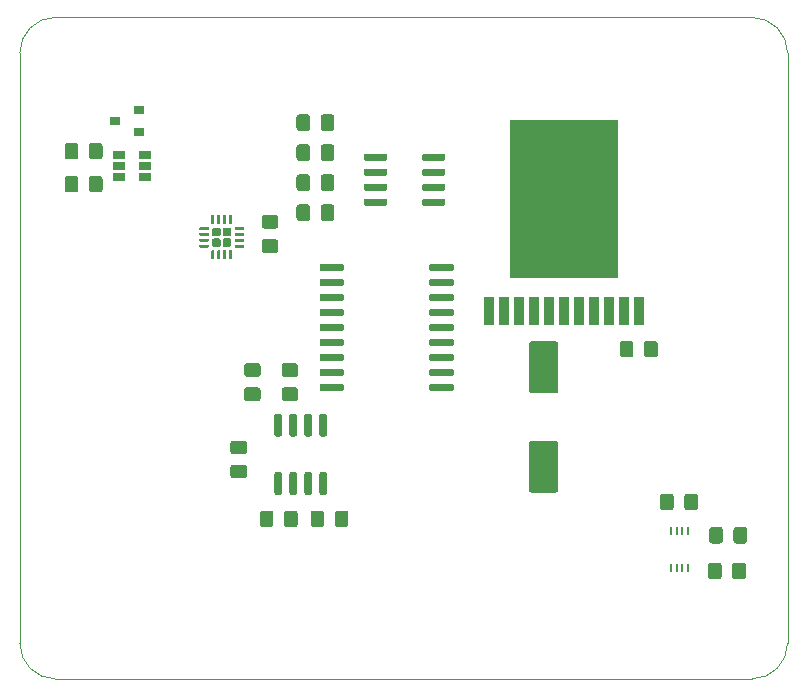
<source format=gbr>
G04 #@! TF.GenerationSoftware,KiCad,Pcbnew,(5.1.5-0-10_14)*
G04 #@! TF.CreationDate,2020-08-14T15:05:08-04:00*
G04 #@! TF.ProjectId,Raspberry-Pi-Hat,52617370-6265-4727-9279-2d50692d4861,rev?*
G04 #@! TF.SameCoordinates,Original*
G04 #@! TF.FileFunction,Paste,Top*
G04 #@! TF.FilePolarity,Positive*
%FSLAX46Y46*%
G04 Gerber Fmt 4.6, Leading zero omitted, Abs format (unit mm)*
G04 Created by KiCad (PCBNEW (5.1.5-0-10_14)) date 2020-08-14 15:05:08*
%MOMM*%
%LPD*%
G04 APERTURE LIST*
%ADD10C,0.100000*%
%ADD11R,0.250000X0.750000*%
%ADD12R,9.126000X13.370000*%
%ADD13R,0.860000X2.410000*%
%ADD14R,0.900000X0.800000*%
%ADD15R,1.060000X0.650000*%
G04 APERTURE END LIST*
D10*
X78546356Y-63817611D02*
X78546356Y-113817611D01*
X78546356Y-63817611D02*
G75*
G02X81546356Y-60817611I3000000J0D01*
G01*
X140546356Y-60817611D02*
X81546356Y-60817611D01*
X140546356Y-60817611D02*
G75*
G02X143546356Y-63817611I0J-3000000D01*
G01*
X143546351Y-113822847D02*
X143546356Y-63817611D01*
X81546356Y-116817611D02*
G75*
G02X78546356Y-113817611I0J3000000D01*
G01*
X81546356Y-116817611D02*
X140546356Y-116817611D01*
X143546351Y-113822847D02*
G75*
G02X140546356Y-116817611I-2999995J5236D01*
G01*
G36*
X123924504Y-96651204D02*
G01*
X123948773Y-96654804D01*
X123972571Y-96660765D01*
X123995671Y-96669030D01*
X124017849Y-96679520D01*
X124038893Y-96692133D01*
X124058598Y-96706747D01*
X124076777Y-96723223D01*
X124093253Y-96741402D01*
X124107867Y-96761107D01*
X124120480Y-96782151D01*
X124130970Y-96804329D01*
X124139235Y-96827429D01*
X124145196Y-96851227D01*
X124148796Y-96875496D01*
X124150000Y-96900000D01*
X124150000Y-100800000D01*
X124148796Y-100824504D01*
X124145196Y-100848773D01*
X124139235Y-100872571D01*
X124130970Y-100895671D01*
X124120480Y-100917849D01*
X124107867Y-100938893D01*
X124093253Y-100958598D01*
X124076777Y-100976777D01*
X124058598Y-100993253D01*
X124038893Y-101007867D01*
X124017849Y-101020480D01*
X123995671Y-101030970D01*
X123972571Y-101039235D01*
X123948773Y-101045196D01*
X123924504Y-101048796D01*
X123900000Y-101050000D01*
X121900000Y-101050000D01*
X121875496Y-101048796D01*
X121851227Y-101045196D01*
X121827429Y-101039235D01*
X121804329Y-101030970D01*
X121782151Y-101020480D01*
X121761107Y-101007867D01*
X121741402Y-100993253D01*
X121723223Y-100976777D01*
X121706747Y-100958598D01*
X121692133Y-100938893D01*
X121679520Y-100917849D01*
X121669030Y-100895671D01*
X121660765Y-100872571D01*
X121654804Y-100848773D01*
X121651204Y-100824504D01*
X121650000Y-100800000D01*
X121650000Y-96900000D01*
X121651204Y-96875496D01*
X121654804Y-96851227D01*
X121660765Y-96827429D01*
X121669030Y-96804329D01*
X121679520Y-96782151D01*
X121692133Y-96761107D01*
X121706747Y-96741402D01*
X121723223Y-96723223D01*
X121741402Y-96706747D01*
X121761107Y-96692133D01*
X121782151Y-96679520D01*
X121804329Y-96669030D01*
X121827429Y-96660765D01*
X121851227Y-96654804D01*
X121875496Y-96651204D01*
X121900000Y-96650000D01*
X123900000Y-96650000D01*
X123924504Y-96651204D01*
G37*
G36*
X123924504Y-88251204D02*
G01*
X123948773Y-88254804D01*
X123972571Y-88260765D01*
X123995671Y-88269030D01*
X124017849Y-88279520D01*
X124038893Y-88292133D01*
X124058598Y-88306747D01*
X124076777Y-88323223D01*
X124093253Y-88341402D01*
X124107867Y-88361107D01*
X124120480Y-88382151D01*
X124130970Y-88404329D01*
X124139235Y-88427429D01*
X124145196Y-88451227D01*
X124148796Y-88475496D01*
X124150000Y-88500000D01*
X124150000Y-92400000D01*
X124148796Y-92424504D01*
X124145196Y-92448773D01*
X124139235Y-92472571D01*
X124130970Y-92495671D01*
X124120480Y-92517849D01*
X124107867Y-92538893D01*
X124093253Y-92558598D01*
X124076777Y-92576777D01*
X124058598Y-92593253D01*
X124038893Y-92607867D01*
X124017849Y-92620480D01*
X123995671Y-92630970D01*
X123972571Y-92639235D01*
X123948773Y-92645196D01*
X123924504Y-92648796D01*
X123900000Y-92650000D01*
X121900000Y-92650000D01*
X121875496Y-92648796D01*
X121851227Y-92645196D01*
X121827429Y-92639235D01*
X121804329Y-92630970D01*
X121782151Y-92620480D01*
X121761107Y-92607867D01*
X121741402Y-92593253D01*
X121723223Y-92576777D01*
X121706747Y-92558598D01*
X121692133Y-92538893D01*
X121679520Y-92517849D01*
X121669030Y-92495671D01*
X121660765Y-92472571D01*
X121654804Y-92448773D01*
X121651204Y-92424504D01*
X121650000Y-92400000D01*
X121650000Y-88500000D01*
X121651204Y-88475496D01*
X121654804Y-88451227D01*
X121660765Y-88427429D01*
X121669030Y-88404329D01*
X121679520Y-88382151D01*
X121692133Y-88361107D01*
X121706747Y-88341402D01*
X121723223Y-88323223D01*
X121741402Y-88306747D01*
X121761107Y-88292133D01*
X121782151Y-88279520D01*
X121804329Y-88269030D01*
X121827429Y-88260765D01*
X121851227Y-88254804D01*
X121875496Y-88251204D01*
X121900000Y-88250000D01*
X123900000Y-88250000D01*
X123924504Y-88251204D01*
G37*
G36*
X109489703Y-76154722D02*
G01*
X109504264Y-76156882D01*
X109518543Y-76160459D01*
X109532403Y-76165418D01*
X109545710Y-76171712D01*
X109558336Y-76179280D01*
X109570159Y-76188048D01*
X109581066Y-76197934D01*
X109590952Y-76208841D01*
X109599720Y-76220664D01*
X109607288Y-76233290D01*
X109613582Y-76246597D01*
X109618541Y-76260457D01*
X109622118Y-76274736D01*
X109624278Y-76289297D01*
X109625000Y-76304000D01*
X109625000Y-76604000D01*
X109624278Y-76618703D01*
X109622118Y-76633264D01*
X109618541Y-76647543D01*
X109613582Y-76661403D01*
X109607288Y-76674710D01*
X109599720Y-76687336D01*
X109590952Y-76699159D01*
X109581066Y-76710066D01*
X109570159Y-76719952D01*
X109558336Y-76728720D01*
X109545710Y-76736288D01*
X109532403Y-76742582D01*
X109518543Y-76747541D01*
X109504264Y-76751118D01*
X109489703Y-76753278D01*
X109475000Y-76754000D01*
X107825000Y-76754000D01*
X107810297Y-76753278D01*
X107795736Y-76751118D01*
X107781457Y-76747541D01*
X107767597Y-76742582D01*
X107754290Y-76736288D01*
X107741664Y-76728720D01*
X107729841Y-76719952D01*
X107718934Y-76710066D01*
X107709048Y-76699159D01*
X107700280Y-76687336D01*
X107692712Y-76674710D01*
X107686418Y-76661403D01*
X107681459Y-76647543D01*
X107677882Y-76633264D01*
X107675722Y-76618703D01*
X107675000Y-76604000D01*
X107675000Y-76304000D01*
X107675722Y-76289297D01*
X107677882Y-76274736D01*
X107681459Y-76260457D01*
X107686418Y-76246597D01*
X107692712Y-76233290D01*
X107700280Y-76220664D01*
X107709048Y-76208841D01*
X107718934Y-76197934D01*
X107729841Y-76188048D01*
X107741664Y-76179280D01*
X107754290Y-76171712D01*
X107767597Y-76165418D01*
X107781457Y-76160459D01*
X107795736Y-76156882D01*
X107810297Y-76154722D01*
X107825000Y-76154000D01*
X109475000Y-76154000D01*
X109489703Y-76154722D01*
G37*
G36*
X109489703Y-74884722D02*
G01*
X109504264Y-74886882D01*
X109518543Y-74890459D01*
X109532403Y-74895418D01*
X109545710Y-74901712D01*
X109558336Y-74909280D01*
X109570159Y-74918048D01*
X109581066Y-74927934D01*
X109590952Y-74938841D01*
X109599720Y-74950664D01*
X109607288Y-74963290D01*
X109613582Y-74976597D01*
X109618541Y-74990457D01*
X109622118Y-75004736D01*
X109624278Y-75019297D01*
X109625000Y-75034000D01*
X109625000Y-75334000D01*
X109624278Y-75348703D01*
X109622118Y-75363264D01*
X109618541Y-75377543D01*
X109613582Y-75391403D01*
X109607288Y-75404710D01*
X109599720Y-75417336D01*
X109590952Y-75429159D01*
X109581066Y-75440066D01*
X109570159Y-75449952D01*
X109558336Y-75458720D01*
X109545710Y-75466288D01*
X109532403Y-75472582D01*
X109518543Y-75477541D01*
X109504264Y-75481118D01*
X109489703Y-75483278D01*
X109475000Y-75484000D01*
X107825000Y-75484000D01*
X107810297Y-75483278D01*
X107795736Y-75481118D01*
X107781457Y-75477541D01*
X107767597Y-75472582D01*
X107754290Y-75466288D01*
X107741664Y-75458720D01*
X107729841Y-75449952D01*
X107718934Y-75440066D01*
X107709048Y-75429159D01*
X107700280Y-75417336D01*
X107692712Y-75404710D01*
X107686418Y-75391403D01*
X107681459Y-75377543D01*
X107677882Y-75363264D01*
X107675722Y-75348703D01*
X107675000Y-75334000D01*
X107675000Y-75034000D01*
X107675722Y-75019297D01*
X107677882Y-75004736D01*
X107681459Y-74990457D01*
X107686418Y-74976597D01*
X107692712Y-74963290D01*
X107700280Y-74950664D01*
X107709048Y-74938841D01*
X107718934Y-74927934D01*
X107729841Y-74918048D01*
X107741664Y-74909280D01*
X107754290Y-74901712D01*
X107767597Y-74895418D01*
X107781457Y-74890459D01*
X107795736Y-74886882D01*
X107810297Y-74884722D01*
X107825000Y-74884000D01*
X109475000Y-74884000D01*
X109489703Y-74884722D01*
G37*
G36*
X109489703Y-73614722D02*
G01*
X109504264Y-73616882D01*
X109518543Y-73620459D01*
X109532403Y-73625418D01*
X109545710Y-73631712D01*
X109558336Y-73639280D01*
X109570159Y-73648048D01*
X109581066Y-73657934D01*
X109590952Y-73668841D01*
X109599720Y-73680664D01*
X109607288Y-73693290D01*
X109613582Y-73706597D01*
X109618541Y-73720457D01*
X109622118Y-73734736D01*
X109624278Y-73749297D01*
X109625000Y-73764000D01*
X109625000Y-74064000D01*
X109624278Y-74078703D01*
X109622118Y-74093264D01*
X109618541Y-74107543D01*
X109613582Y-74121403D01*
X109607288Y-74134710D01*
X109599720Y-74147336D01*
X109590952Y-74159159D01*
X109581066Y-74170066D01*
X109570159Y-74179952D01*
X109558336Y-74188720D01*
X109545710Y-74196288D01*
X109532403Y-74202582D01*
X109518543Y-74207541D01*
X109504264Y-74211118D01*
X109489703Y-74213278D01*
X109475000Y-74214000D01*
X107825000Y-74214000D01*
X107810297Y-74213278D01*
X107795736Y-74211118D01*
X107781457Y-74207541D01*
X107767597Y-74202582D01*
X107754290Y-74196288D01*
X107741664Y-74188720D01*
X107729841Y-74179952D01*
X107718934Y-74170066D01*
X107709048Y-74159159D01*
X107700280Y-74147336D01*
X107692712Y-74134710D01*
X107686418Y-74121403D01*
X107681459Y-74107543D01*
X107677882Y-74093264D01*
X107675722Y-74078703D01*
X107675000Y-74064000D01*
X107675000Y-73764000D01*
X107675722Y-73749297D01*
X107677882Y-73734736D01*
X107681459Y-73720457D01*
X107686418Y-73706597D01*
X107692712Y-73693290D01*
X107700280Y-73680664D01*
X107709048Y-73668841D01*
X107718934Y-73657934D01*
X107729841Y-73648048D01*
X107741664Y-73639280D01*
X107754290Y-73631712D01*
X107767597Y-73625418D01*
X107781457Y-73620459D01*
X107795736Y-73616882D01*
X107810297Y-73614722D01*
X107825000Y-73614000D01*
X109475000Y-73614000D01*
X109489703Y-73614722D01*
G37*
G36*
X109489703Y-72344722D02*
G01*
X109504264Y-72346882D01*
X109518543Y-72350459D01*
X109532403Y-72355418D01*
X109545710Y-72361712D01*
X109558336Y-72369280D01*
X109570159Y-72378048D01*
X109581066Y-72387934D01*
X109590952Y-72398841D01*
X109599720Y-72410664D01*
X109607288Y-72423290D01*
X109613582Y-72436597D01*
X109618541Y-72450457D01*
X109622118Y-72464736D01*
X109624278Y-72479297D01*
X109625000Y-72494000D01*
X109625000Y-72794000D01*
X109624278Y-72808703D01*
X109622118Y-72823264D01*
X109618541Y-72837543D01*
X109613582Y-72851403D01*
X109607288Y-72864710D01*
X109599720Y-72877336D01*
X109590952Y-72889159D01*
X109581066Y-72900066D01*
X109570159Y-72909952D01*
X109558336Y-72918720D01*
X109545710Y-72926288D01*
X109532403Y-72932582D01*
X109518543Y-72937541D01*
X109504264Y-72941118D01*
X109489703Y-72943278D01*
X109475000Y-72944000D01*
X107825000Y-72944000D01*
X107810297Y-72943278D01*
X107795736Y-72941118D01*
X107781457Y-72937541D01*
X107767597Y-72932582D01*
X107754290Y-72926288D01*
X107741664Y-72918720D01*
X107729841Y-72909952D01*
X107718934Y-72900066D01*
X107709048Y-72889159D01*
X107700280Y-72877336D01*
X107692712Y-72864710D01*
X107686418Y-72851403D01*
X107681459Y-72837543D01*
X107677882Y-72823264D01*
X107675722Y-72808703D01*
X107675000Y-72794000D01*
X107675000Y-72494000D01*
X107675722Y-72479297D01*
X107677882Y-72464736D01*
X107681459Y-72450457D01*
X107686418Y-72436597D01*
X107692712Y-72423290D01*
X107700280Y-72410664D01*
X107709048Y-72398841D01*
X107718934Y-72387934D01*
X107729841Y-72378048D01*
X107741664Y-72369280D01*
X107754290Y-72361712D01*
X107767597Y-72355418D01*
X107781457Y-72350459D01*
X107795736Y-72346882D01*
X107810297Y-72344722D01*
X107825000Y-72344000D01*
X109475000Y-72344000D01*
X109489703Y-72344722D01*
G37*
G36*
X114439703Y-72344722D02*
G01*
X114454264Y-72346882D01*
X114468543Y-72350459D01*
X114482403Y-72355418D01*
X114495710Y-72361712D01*
X114508336Y-72369280D01*
X114520159Y-72378048D01*
X114531066Y-72387934D01*
X114540952Y-72398841D01*
X114549720Y-72410664D01*
X114557288Y-72423290D01*
X114563582Y-72436597D01*
X114568541Y-72450457D01*
X114572118Y-72464736D01*
X114574278Y-72479297D01*
X114575000Y-72494000D01*
X114575000Y-72794000D01*
X114574278Y-72808703D01*
X114572118Y-72823264D01*
X114568541Y-72837543D01*
X114563582Y-72851403D01*
X114557288Y-72864710D01*
X114549720Y-72877336D01*
X114540952Y-72889159D01*
X114531066Y-72900066D01*
X114520159Y-72909952D01*
X114508336Y-72918720D01*
X114495710Y-72926288D01*
X114482403Y-72932582D01*
X114468543Y-72937541D01*
X114454264Y-72941118D01*
X114439703Y-72943278D01*
X114425000Y-72944000D01*
X112775000Y-72944000D01*
X112760297Y-72943278D01*
X112745736Y-72941118D01*
X112731457Y-72937541D01*
X112717597Y-72932582D01*
X112704290Y-72926288D01*
X112691664Y-72918720D01*
X112679841Y-72909952D01*
X112668934Y-72900066D01*
X112659048Y-72889159D01*
X112650280Y-72877336D01*
X112642712Y-72864710D01*
X112636418Y-72851403D01*
X112631459Y-72837543D01*
X112627882Y-72823264D01*
X112625722Y-72808703D01*
X112625000Y-72794000D01*
X112625000Y-72494000D01*
X112625722Y-72479297D01*
X112627882Y-72464736D01*
X112631459Y-72450457D01*
X112636418Y-72436597D01*
X112642712Y-72423290D01*
X112650280Y-72410664D01*
X112659048Y-72398841D01*
X112668934Y-72387934D01*
X112679841Y-72378048D01*
X112691664Y-72369280D01*
X112704290Y-72361712D01*
X112717597Y-72355418D01*
X112731457Y-72350459D01*
X112745736Y-72346882D01*
X112760297Y-72344722D01*
X112775000Y-72344000D01*
X114425000Y-72344000D01*
X114439703Y-72344722D01*
G37*
G36*
X114439703Y-73614722D02*
G01*
X114454264Y-73616882D01*
X114468543Y-73620459D01*
X114482403Y-73625418D01*
X114495710Y-73631712D01*
X114508336Y-73639280D01*
X114520159Y-73648048D01*
X114531066Y-73657934D01*
X114540952Y-73668841D01*
X114549720Y-73680664D01*
X114557288Y-73693290D01*
X114563582Y-73706597D01*
X114568541Y-73720457D01*
X114572118Y-73734736D01*
X114574278Y-73749297D01*
X114575000Y-73764000D01*
X114575000Y-74064000D01*
X114574278Y-74078703D01*
X114572118Y-74093264D01*
X114568541Y-74107543D01*
X114563582Y-74121403D01*
X114557288Y-74134710D01*
X114549720Y-74147336D01*
X114540952Y-74159159D01*
X114531066Y-74170066D01*
X114520159Y-74179952D01*
X114508336Y-74188720D01*
X114495710Y-74196288D01*
X114482403Y-74202582D01*
X114468543Y-74207541D01*
X114454264Y-74211118D01*
X114439703Y-74213278D01*
X114425000Y-74214000D01*
X112775000Y-74214000D01*
X112760297Y-74213278D01*
X112745736Y-74211118D01*
X112731457Y-74207541D01*
X112717597Y-74202582D01*
X112704290Y-74196288D01*
X112691664Y-74188720D01*
X112679841Y-74179952D01*
X112668934Y-74170066D01*
X112659048Y-74159159D01*
X112650280Y-74147336D01*
X112642712Y-74134710D01*
X112636418Y-74121403D01*
X112631459Y-74107543D01*
X112627882Y-74093264D01*
X112625722Y-74078703D01*
X112625000Y-74064000D01*
X112625000Y-73764000D01*
X112625722Y-73749297D01*
X112627882Y-73734736D01*
X112631459Y-73720457D01*
X112636418Y-73706597D01*
X112642712Y-73693290D01*
X112650280Y-73680664D01*
X112659048Y-73668841D01*
X112668934Y-73657934D01*
X112679841Y-73648048D01*
X112691664Y-73639280D01*
X112704290Y-73631712D01*
X112717597Y-73625418D01*
X112731457Y-73620459D01*
X112745736Y-73616882D01*
X112760297Y-73614722D01*
X112775000Y-73614000D01*
X114425000Y-73614000D01*
X114439703Y-73614722D01*
G37*
G36*
X114439703Y-74884722D02*
G01*
X114454264Y-74886882D01*
X114468543Y-74890459D01*
X114482403Y-74895418D01*
X114495710Y-74901712D01*
X114508336Y-74909280D01*
X114520159Y-74918048D01*
X114531066Y-74927934D01*
X114540952Y-74938841D01*
X114549720Y-74950664D01*
X114557288Y-74963290D01*
X114563582Y-74976597D01*
X114568541Y-74990457D01*
X114572118Y-75004736D01*
X114574278Y-75019297D01*
X114575000Y-75034000D01*
X114575000Y-75334000D01*
X114574278Y-75348703D01*
X114572118Y-75363264D01*
X114568541Y-75377543D01*
X114563582Y-75391403D01*
X114557288Y-75404710D01*
X114549720Y-75417336D01*
X114540952Y-75429159D01*
X114531066Y-75440066D01*
X114520159Y-75449952D01*
X114508336Y-75458720D01*
X114495710Y-75466288D01*
X114482403Y-75472582D01*
X114468543Y-75477541D01*
X114454264Y-75481118D01*
X114439703Y-75483278D01*
X114425000Y-75484000D01*
X112775000Y-75484000D01*
X112760297Y-75483278D01*
X112745736Y-75481118D01*
X112731457Y-75477541D01*
X112717597Y-75472582D01*
X112704290Y-75466288D01*
X112691664Y-75458720D01*
X112679841Y-75449952D01*
X112668934Y-75440066D01*
X112659048Y-75429159D01*
X112650280Y-75417336D01*
X112642712Y-75404710D01*
X112636418Y-75391403D01*
X112631459Y-75377543D01*
X112627882Y-75363264D01*
X112625722Y-75348703D01*
X112625000Y-75334000D01*
X112625000Y-75034000D01*
X112625722Y-75019297D01*
X112627882Y-75004736D01*
X112631459Y-74990457D01*
X112636418Y-74976597D01*
X112642712Y-74963290D01*
X112650280Y-74950664D01*
X112659048Y-74938841D01*
X112668934Y-74927934D01*
X112679841Y-74918048D01*
X112691664Y-74909280D01*
X112704290Y-74901712D01*
X112717597Y-74895418D01*
X112731457Y-74890459D01*
X112745736Y-74886882D01*
X112760297Y-74884722D01*
X112775000Y-74884000D01*
X114425000Y-74884000D01*
X114439703Y-74884722D01*
G37*
G36*
X114439703Y-76154722D02*
G01*
X114454264Y-76156882D01*
X114468543Y-76160459D01*
X114482403Y-76165418D01*
X114495710Y-76171712D01*
X114508336Y-76179280D01*
X114520159Y-76188048D01*
X114531066Y-76197934D01*
X114540952Y-76208841D01*
X114549720Y-76220664D01*
X114557288Y-76233290D01*
X114563582Y-76246597D01*
X114568541Y-76260457D01*
X114572118Y-76274736D01*
X114574278Y-76289297D01*
X114575000Y-76304000D01*
X114575000Y-76604000D01*
X114574278Y-76618703D01*
X114572118Y-76633264D01*
X114568541Y-76647543D01*
X114563582Y-76661403D01*
X114557288Y-76674710D01*
X114549720Y-76687336D01*
X114540952Y-76699159D01*
X114531066Y-76710066D01*
X114520159Y-76719952D01*
X114508336Y-76728720D01*
X114495710Y-76736288D01*
X114482403Y-76742582D01*
X114468543Y-76747541D01*
X114454264Y-76751118D01*
X114439703Y-76753278D01*
X114425000Y-76754000D01*
X112775000Y-76754000D01*
X112760297Y-76753278D01*
X112745736Y-76751118D01*
X112731457Y-76747541D01*
X112717597Y-76742582D01*
X112704290Y-76736288D01*
X112691664Y-76728720D01*
X112679841Y-76719952D01*
X112668934Y-76710066D01*
X112659048Y-76699159D01*
X112650280Y-76687336D01*
X112642712Y-76674710D01*
X112636418Y-76661403D01*
X112631459Y-76647543D01*
X112627882Y-76633264D01*
X112625722Y-76618703D01*
X112625000Y-76604000D01*
X112625000Y-76304000D01*
X112625722Y-76289297D01*
X112627882Y-76274736D01*
X112631459Y-76260457D01*
X112636418Y-76246597D01*
X112642712Y-76233290D01*
X112650280Y-76220664D01*
X112659048Y-76208841D01*
X112668934Y-76197934D01*
X112679841Y-76188048D01*
X112691664Y-76179280D01*
X112704290Y-76171712D01*
X112717597Y-76165418D01*
X112731457Y-76160459D01*
X112745736Y-76156882D01*
X112760297Y-76154722D01*
X112775000Y-76154000D01*
X114425000Y-76154000D01*
X114439703Y-76154722D01*
G37*
D11*
X133649020Y-104340060D03*
X134149020Y-104340060D03*
X134649020Y-104340060D03*
X135149020Y-104340060D03*
X135149020Y-107440060D03*
X134649020Y-107440060D03*
X134149020Y-107440060D03*
X133649020Y-107440060D03*
D10*
G36*
X137843405Y-103961904D02*
G01*
X137867673Y-103965504D01*
X137891472Y-103971465D01*
X137914571Y-103979730D01*
X137936750Y-103990220D01*
X137957793Y-104002832D01*
X137977499Y-104017447D01*
X137995677Y-104033923D01*
X138012153Y-104052101D01*
X138026768Y-104071807D01*
X138039380Y-104092850D01*
X138049870Y-104115029D01*
X138058135Y-104138128D01*
X138064096Y-104161927D01*
X138067696Y-104186195D01*
X138068900Y-104210699D01*
X138068900Y-105110701D01*
X138067696Y-105135205D01*
X138064096Y-105159473D01*
X138058135Y-105183272D01*
X138049870Y-105206371D01*
X138039380Y-105228550D01*
X138026768Y-105249593D01*
X138012153Y-105269299D01*
X137995677Y-105287477D01*
X137977499Y-105303953D01*
X137957793Y-105318568D01*
X137936750Y-105331180D01*
X137914571Y-105341670D01*
X137891472Y-105349935D01*
X137867673Y-105355896D01*
X137843405Y-105359496D01*
X137818901Y-105360700D01*
X137168899Y-105360700D01*
X137144395Y-105359496D01*
X137120127Y-105355896D01*
X137096328Y-105349935D01*
X137073229Y-105341670D01*
X137051050Y-105331180D01*
X137030007Y-105318568D01*
X137010301Y-105303953D01*
X136992123Y-105287477D01*
X136975647Y-105269299D01*
X136961032Y-105249593D01*
X136948420Y-105228550D01*
X136937930Y-105206371D01*
X136929665Y-105183272D01*
X136923704Y-105159473D01*
X136920104Y-105135205D01*
X136918900Y-105110701D01*
X136918900Y-104210699D01*
X136920104Y-104186195D01*
X136923704Y-104161927D01*
X136929665Y-104138128D01*
X136937930Y-104115029D01*
X136948420Y-104092850D01*
X136961032Y-104071807D01*
X136975647Y-104052101D01*
X136992123Y-104033923D01*
X137010301Y-104017447D01*
X137030007Y-104002832D01*
X137051050Y-103990220D01*
X137073229Y-103979730D01*
X137096328Y-103971465D01*
X137120127Y-103965504D01*
X137144395Y-103961904D01*
X137168899Y-103960700D01*
X137818901Y-103960700D01*
X137843405Y-103961904D01*
G37*
G36*
X139893405Y-103961904D02*
G01*
X139917673Y-103965504D01*
X139941472Y-103971465D01*
X139964571Y-103979730D01*
X139986750Y-103990220D01*
X140007793Y-104002832D01*
X140027499Y-104017447D01*
X140045677Y-104033923D01*
X140062153Y-104052101D01*
X140076768Y-104071807D01*
X140089380Y-104092850D01*
X140099870Y-104115029D01*
X140108135Y-104138128D01*
X140114096Y-104161927D01*
X140117696Y-104186195D01*
X140118900Y-104210699D01*
X140118900Y-105110701D01*
X140117696Y-105135205D01*
X140114096Y-105159473D01*
X140108135Y-105183272D01*
X140099870Y-105206371D01*
X140089380Y-105228550D01*
X140076768Y-105249593D01*
X140062153Y-105269299D01*
X140045677Y-105287477D01*
X140027499Y-105303953D01*
X140007793Y-105318568D01*
X139986750Y-105331180D01*
X139964571Y-105341670D01*
X139941472Y-105349935D01*
X139917673Y-105355896D01*
X139893405Y-105359496D01*
X139868901Y-105360700D01*
X139218899Y-105360700D01*
X139194395Y-105359496D01*
X139170127Y-105355896D01*
X139146328Y-105349935D01*
X139123229Y-105341670D01*
X139101050Y-105331180D01*
X139080007Y-105318568D01*
X139060301Y-105303953D01*
X139042123Y-105287477D01*
X139025647Y-105269299D01*
X139011032Y-105249593D01*
X138998420Y-105228550D01*
X138987930Y-105206371D01*
X138979665Y-105183272D01*
X138973704Y-105159473D01*
X138970104Y-105135205D01*
X138968900Y-105110701D01*
X138968900Y-104210699D01*
X138970104Y-104186195D01*
X138973704Y-104161927D01*
X138979665Y-104138128D01*
X138987930Y-104115029D01*
X138998420Y-104092850D01*
X139011032Y-104071807D01*
X139025647Y-104052101D01*
X139042123Y-104033923D01*
X139060301Y-104017447D01*
X139080007Y-104002832D01*
X139101050Y-103990220D01*
X139123229Y-103979730D01*
X139146328Y-103971465D01*
X139170127Y-103965504D01*
X139194395Y-103961904D01*
X139218899Y-103960700D01*
X139868901Y-103960700D01*
X139893405Y-103961904D01*
G37*
G36*
X133680345Y-101127264D02*
G01*
X133704613Y-101130864D01*
X133728412Y-101136825D01*
X133751511Y-101145090D01*
X133773690Y-101155580D01*
X133794733Y-101168192D01*
X133814439Y-101182807D01*
X133832617Y-101199283D01*
X133849093Y-101217461D01*
X133863708Y-101237167D01*
X133876320Y-101258210D01*
X133886810Y-101280389D01*
X133895075Y-101303488D01*
X133901036Y-101327287D01*
X133904636Y-101351555D01*
X133905840Y-101376059D01*
X133905840Y-102276061D01*
X133904636Y-102300565D01*
X133901036Y-102324833D01*
X133895075Y-102348632D01*
X133886810Y-102371731D01*
X133876320Y-102393910D01*
X133863708Y-102414953D01*
X133849093Y-102434659D01*
X133832617Y-102452837D01*
X133814439Y-102469313D01*
X133794733Y-102483928D01*
X133773690Y-102496540D01*
X133751511Y-102507030D01*
X133728412Y-102515295D01*
X133704613Y-102521256D01*
X133680345Y-102524856D01*
X133655841Y-102526060D01*
X133005839Y-102526060D01*
X132981335Y-102524856D01*
X132957067Y-102521256D01*
X132933268Y-102515295D01*
X132910169Y-102507030D01*
X132887990Y-102496540D01*
X132866947Y-102483928D01*
X132847241Y-102469313D01*
X132829063Y-102452837D01*
X132812587Y-102434659D01*
X132797972Y-102414953D01*
X132785360Y-102393910D01*
X132774870Y-102371731D01*
X132766605Y-102348632D01*
X132760644Y-102324833D01*
X132757044Y-102300565D01*
X132755840Y-102276061D01*
X132755840Y-101376059D01*
X132757044Y-101351555D01*
X132760644Y-101327287D01*
X132766605Y-101303488D01*
X132774870Y-101280389D01*
X132785360Y-101258210D01*
X132797972Y-101237167D01*
X132812587Y-101217461D01*
X132829063Y-101199283D01*
X132847241Y-101182807D01*
X132866947Y-101168192D01*
X132887990Y-101155580D01*
X132910169Y-101145090D01*
X132933268Y-101136825D01*
X132957067Y-101130864D01*
X132981335Y-101127264D01*
X133005839Y-101126060D01*
X133655841Y-101126060D01*
X133680345Y-101127264D01*
G37*
G36*
X135730345Y-101127264D02*
G01*
X135754613Y-101130864D01*
X135778412Y-101136825D01*
X135801511Y-101145090D01*
X135823690Y-101155580D01*
X135844733Y-101168192D01*
X135864439Y-101182807D01*
X135882617Y-101199283D01*
X135899093Y-101217461D01*
X135913708Y-101237167D01*
X135926320Y-101258210D01*
X135936810Y-101280389D01*
X135945075Y-101303488D01*
X135951036Y-101327287D01*
X135954636Y-101351555D01*
X135955840Y-101376059D01*
X135955840Y-102276061D01*
X135954636Y-102300565D01*
X135951036Y-102324833D01*
X135945075Y-102348632D01*
X135936810Y-102371731D01*
X135926320Y-102393910D01*
X135913708Y-102414953D01*
X135899093Y-102434659D01*
X135882617Y-102452837D01*
X135864439Y-102469313D01*
X135844733Y-102483928D01*
X135823690Y-102496540D01*
X135801511Y-102507030D01*
X135778412Y-102515295D01*
X135754613Y-102521256D01*
X135730345Y-102524856D01*
X135705841Y-102526060D01*
X135055839Y-102526060D01*
X135031335Y-102524856D01*
X135007067Y-102521256D01*
X134983268Y-102515295D01*
X134960169Y-102507030D01*
X134937990Y-102496540D01*
X134916947Y-102483928D01*
X134897241Y-102469313D01*
X134879063Y-102452837D01*
X134862587Y-102434659D01*
X134847972Y-102414953D01*
X134835360Y-102393910D01*
X134824870Y-102371731D01*
X134816605Y-102348632D01*
X134810644Y-102324833D01*
X134807044Y-102300565D01*
X134805840Y-102276061D01*
X134805840Y-101376059D01*
X134807044Y-101351555D01*
X134810644Y-101327287D01*
X134816605Y-101303488D01*
X134824870Y-101280389D01*
X134835360Y-101258210D01*
X134847972Y-101237167D01*
X134862587Y-101217461D01*
X134879063Y-101199283D01*
X134897241Y-101182807D01*
X134916947Y-101168192D01*
X134937990Y-101155580D01*
X134960169Y-101145090D01*
X134983268Y-101136825D01*
X135007067Y-101130864D01*
X135031335Y-101127264D01*
X135055839Y-101126060D01*
X135705841Y-101126060D01*
X135730345Y-101127264D01*
G37*
G36*
X137736725Y-106981964D02*
G01*
X137760993Y-106985564D01*
X137784792Y-106991525D01*
X137807891Y-106999790D01*
X137830070Y-107010280D01*
X137851113Y-107022892D01*
X137870819Y-107037507D01*
X137888997Y-107053983D01*
X137905473Y-107072161D01*
X137920088Y-107091867D01*
X137932700Y-107112910D01*
X137943190Y-107135089D01*
X137951455Y-107158188D01*
X137957416Y-107181987D01*
X137961016Y-107206255D01*
X137962220Y-107230759D01*
X137962220Y-108130761D01*
X137961016Y-108155265D01*
X137957416Y-108179533D01*
X137951455Y-108203332D01*
X137943190Y-108226431D01*
X137932700Y-108248610D01*
X137920088Y-108269653D01*
X137905473Y-108289359D01*
X137888997Y-108307537D01*
X137870819Y-108324013D01*
X137851113Y-108338628D01*
X137830070Y-108351240D01*
X137807891Y-108361730D01*
X137784792Y-108369995D01*
X137760993Y-108375956D01*
X137736725Y-108379556D01*
X137712221Y-108380760D01*
X137062219Y-108380760D01*
X137037715Y-108379556D01*
X137013447Y-108375956D01*
X136989648Y-108369995D01*
X136966549Y-108361730D01*
X136944370Y-108351240D01*
X136923327Y-108338628D01*
X136903621Y-108324013D01*
X136885443Y-108307537D01*
X136868967Y-108289359D01*
X136854352Y-108269653D01*
X136841740Y-108248610D01*
X136831250Y-108226431D01*
X136822985Y-108203332D01*
X136817024Y-108179533D01*
X136813424Y-108155265D01*
X136812220Y-108130761D01*
X136812220Y-107230759D01*
X136813424Y-107206255D01*
X136817024Y-107181987D01*
X136822985Y-107158188D01*
X136831250Y-107135089D01*
X136841740Y-107112910D01*
X136854352Y-107091867D01*
X136868967Y-107072161D01*
X136885443Y-107053983D01*
X136903621Y-107037507D01*
X136923327Y-107022892D01*
X136944370Y-107010280D01*
X136966549Y-106999790D01*
X136989648Y-106991525D01*
X137013447Y-106985564D01*
X137037715Y-106981964D01*
X137062219Y-106980760D01*
X137712221Y-106980760D01*
X137736725Y-106981964D01*
G37*
G36*
X139786725Y-106981964D02*
G01*
X139810993Y-106985564D01*
X139834792Y-106991525D01*
X139857891Y-106999790D01*
X139880070Y-107010280D01*
X139901113Y-107022892D01*
X139920819Y-107037507D01*
X139938997Y-107053983D01*
X139955473Y-107072161D01*
X139970088Y-107091867D01*
X139982700Y-107112910D01*
X139993190Y-107135089D01*
X140001455Y-107158188D01*
X140007416Y-107181987D01*
X140011016Y-107206255D01*
X140012220Y-107230759D01*
X140012220Y-108130761D01*
X140011016Y-108155265D01*
X140007416Y-108179533D01*
X140001455Y-108203332D01*
X139993190Y-108226431D01*
X139982700Y-108248610D01*
X139970088Y-108269653D01*
X139955473Y-108289359D01*
X139938997Y-108307537D01*
X139920819Y-108324013D01*
X139901113Y-108338628D01*
X139880070Y-108351240D01*
X139857891Y-108361730D01*
X139834792Y-108369995D01*
X139810993Y-108375956D01*
X139786725Y-108379556D01*
X139762221Y-108380760D01*
X139112219Y-108380760D01*
X139087715Y-108379556D01*
X139063447Y-108375956D01*
X139039648Y-108369995D01*
X139016549Y-108361730D01*
X138994370Y-108351240D01*
X138973327Y-108338628D01*
X138953621Y-108324013D01*
X138935443Y-108307537D01*
X138918967Y-108289359D01*
X138904352Y-108269653D01*
X138891740Y-108248610D01*
X138881250Y-108226431D01*
X138872985Y-108203332D01*
X138867024Y-108179533D01*
X138863424Y-108155265D01*
X138862220Y-108130761D01*
X138862220Y-107230759D01*
X138863424Y-107206255D01*
X138867024Y-107181987D01*
X138872985Y-107158188D01*
X138881250Y-107135089D01*
X138891740Y-107112910D01*
X138904352Y-107091867D01*
X138918967Y-107072161D01*
X138935443Y-107053983D01*
X138953621Y-107037507D01*
X138973327Y-107022892D01*
X138994370Y-107010280D01*
X139016549Y-106999790D01*
X139039648Y-106991525D01*
X139063447Y-106985564D01*
X139087715Y-106981964D01*
X139112219Y-106980760D01*
X139762221Y-106980760D01*
X139786725Y-106981964D01*
G37*
G36*
X102893005Y-76644204D02*
G01*
X102917273Y-76647804D01*
X102941072Y-76653765D01*
X102964171Y-76662030D01*
X102986350Y-76672520D01*
X103007393Y-76685132D01*
X103027099Y-76699747D01*
X103045277Y-76716223D01*
X103061753Y-76734401D01*
X103076368Y-76754107D01*
X103088980Y-76775150D01*
X103099470Y-76797329D01*
X103107735Y-76820428D01*
X103113696Y-76844227D01*
X103117296Y-76868495D01*
X103118500Y-76892999D01*
X103118500Y-77793001D01*
X103117296Y-77817505D01*
X103113696Y-77841773D01*
X103107735Y-77865572D01*
X103099470Y-77888671D01*
X103088980Y-77910850D01*
X103076368Y-77931893D01*
X103061753Y-77951599D01*
X103045277Y-77969777D01*
X103027099Y-77986253D01*
X103007393Y-78000868D01*
X102986350Y-78013480D01*
X102964171Y-78023970D01*
X102941072Y-78032235D01*
X102917273Y-78038196D01*
X102893005Y-78041796D01*
X102868501Y-78043000D01*
X102218499Y-78043000D01*
X102193995Y-78041796D01*
X102169727Y-78038196D01*
X102145928Y-78032235D01*
X102122829Y-78023970D01*
X102100650Y-78013480D01*
X102079607Y-78000868D01*
X102059901Y-77986253D01*
X102041723Y-77969777D01*
X102025247Y-77951599D01*
X102010632Y-77931893D01*
X101998020Y-77910850D01*
X101987530Y-77888671D01*
X101979265Y-77865572D01*
X101973304Y-77841773D01*
X101969704Y-77817505D01*
X101968500Y-77793001D01*
X101968500Y-76892999D01*
X101969704Y-76868495D01*
X101973304Y-76844227D01*
X101979265Y-76820428D01*
X101987530Y-76797329D01*
X101998020Y-76775150D01*
X102010632Y-76754107D01*
X102025247Y-76734401D01*
X102041723Y-76716223D01*
X102059901Y-76699747D01*
X102079607Y-76685132D01*
X102100650Y-76672520D01*
X102122829Y-76662030D01*
X102145928Y-76653765D01*
X102169727Y-76647804D01*
X102193995Y-76644204D01*
X102218499Y-76643000D01*
X102868501Y-76643000D01*
X102893005Y-76644204D01*
G37*
G36*
X104943005Y-76644204D02*
G01*
X104967273Y-76647804D01*
X104991072Y-76653765D01*
X105014171Y-76662030D01*
X105036350Y-76672520D01*
X105057393Y-76685132D01*
X105077099Y-76699747D01*
X105095277Y-76716223D01*
X105111753Y-76734401D01*
X105126368Y-76754107D01*
X105138980Y-76775150D01*
X105149470Y-76797329D01*
X105157735Y-76820428D01*
X105163696Y-76844227D01*
X105167296Y-76868495D01*
X105168500Y-76892999D01*
X105168500Y-77793001D01*
X105167296Y-77817505D01*
X105163696Y-77841773D01*
X105157735Y-77865572D01*
X105149470Y-77888671D01*
X105138980Y-77910850D01*
X105126368Y-77931893D01*
X105111753Y-77951599D01*
X105095277Y-77969777D01*
X105077099Y-77986253D01*
X105057393Y-78000868D01*
X105036350Y-78013480D01*
X105014171Y-78023970D01*
X104991072Y-78032235D01*
X104967273Y-78038196D01*
X104943005Y-78041796D01*
X104918501Y-78043000D01*
X104268499Y-78043000D01*
X104243995Y-78041796D01*
X104219727Y-78038196D01*
X104195928Y-78032235D01*
X104172829Y-78023970D01*
X104150650Y-78013480D01*
X104129607Y-78000868D01*
X104109901Y-77986253D01*
X104091723Y-77969777D01*
X104075247Y-77951599D01*
X104060632Y-77931893D01*
X104048020Y-77910850D01*
X104037530Y-77888671D01*
X104029265Y-77865572D01*
X104023304Y-77841773D01*
X104019704Y-77817505D01*
X104018500Y-77793001D01*
X104018500Y-76892999D01*
X104019704Y-76868495D01*
X104023304Y-76844227D01*
X104029265Y-76820428D01*
X104037530Y-76797329D01*
X104048020Y-76775150D01*
X104060632Y-76754107D01*
X104075247Y-76734401D01*
X104091723Y-76716223D01*
X104109901Y-76699747D01*
X104129607Y-76685132D01*
X104150650Y-76672520D01*
X104172829Y-76662030D01*
X104195928Y-76653765D01*
X104219727Y-76647804D01*
X104243995Y-76644204D01*
X104268499Y-76643000D01*
X104918501Y-76643000D01*
X104943005Y-76644204D01*
G37*
G36*
X100573443Y-94361042D02*
G01*
X100588004Y-94363202D01*
X100602283Y-94366779D01*
X100616143Y-94371738D01*
X100629450Y-94378032D01*
X100642076Y-94385600D01*
X100653899Y-94394368D01*
X100664806Y-94404254D01*
X100674692Y-94415161D01*
X100683460Y-94426984D01*
X100691028Y-94439610D01*
X100697322Y-94452917D01*
X100702281Y-94466777D01*
X100705858Y-94481056D01*
X100708018Y-94495617D01*
X100708740Y-94510320D01*
X100708740Y-96160320D01*
X100708018Y-96175023D01*
X100705858Y-96189584D01*
X100702281Y-96203863D01*
X100697322Y-96217723D01*
X100691028Y-96231030D01*
X100683460Y-96243656D01*
X100674692Y-96255479D01*
X100664806Y-96266386D01*
X100653899Y-96276272D01*
X100642076Y-96285040D01*
X100629450Y-96292608D01*
X100616143Y-96298902D01*
X100602283Y-96303861D01*
X100588004Y-96307438D01*
X100573443Y-96309598D01*
X100558740Y-96310320D01*
X100258740Y-96310320D01*
X100244037Y-96309598D01*
X100229476Y-96307438D01*
X100215197Y-96303861D01*
X100201337Y-96298902D01*
X100188030Y-96292608D01*
X100175404Y-96285040D01*
X100163581Y-96276272D01*
X100152674Y-96266386D01*
X100142788Y-96255479D01*
X100134020Y-96243656D01*
X100126452Y-96231030D01*
X100120158Y-96217723D01*
X100115199Y-96203863D01*
X100111622Y-96189584D01*
X100109462Y-96175023D01*
X100108740Y-96160320D01*
X100108740Y-94510320D01*
X100109462Y-94495617D01*
X100111622Y-94481056D01*
X100115199Y-94466777D01*
X100120158Y-94452917D01*
X100126452Y-94439610D01*
X100134020Y-94426984D01*
X100142788Y-94415161D01*
X100152674Y-94404254D01*
X100163581Y-94394368D01*
X100175404Y-94385600D01*
X100188030Y-94378032D01*
X100201337Y-94371738D01*
X100215197Y-94366779D01*
X100229476Y-94363202D01*
X100244037Y-94361042D01*
X100258740Y-94360320D01*
X100558740Y-94360320D01*
X100573443Y-94361042D01*
G37*
G36*
X101843443Y-94361042D02*
G01*
X101858004Y-94363202D01*
X101872283Y-94366779D01*
X101886143Y-94371738D01*
X101899450Y-94378032D01*
X101912076Y-94385600D01*
X101923899Y-94394368D01*
X101934806Y-94404254D01*
X101944692Y-94415161D01*
X101953460Y-94426984D01*
X101961028Y-94439610D01*
X101967322Y-94452917D01*
X101972281Y-94466777D01*
X101975858Y-94481056D01*
X101978018Y-94495617D01*
X101978740Y-94510320D01*
X101978740Y-96160320D01*
X101978018Y-96175023D01*
X101975858Y-96189584D01*
X101972281Y-96203863D01*
X101967322Y-96217723D01*
X101961028Y-96231030D01*
X101953460Y-96243656D01*
X101944692Y-96255479D01*
X101934806Y-96266386D01*
X101923899Y-96276272D01*
X101912076Y-96285040D01*
X101899450Y-96292608D01*
X101886143Y-96298902D01*
X101872283Y-96303861D01*
X101858004Y-96307438D01*
X101843443Y-96309598D01*
X101828740Y-96310320D01*
X101528740Y-96310320D01*
X101514037Y-96309598D01*
X101499476Y-96307438D01*
X101485197Y-96303861D01*
X101471337Y-96298902D01*
X101458030Y-96292608D01*
X101445404Y-96285040D01*
X101433581Y-96276272D01*
X101422674Y-96266386D01*
X101412788Y-96255479D01*
X101404020Y-96243656D01*
X101396452Y-96231030D01*
X101390158Y-96217723D01*
X101385199Y-96203863D01*
X101381622Y-96189584D01*
X101379462Y-96175023D01*
X101378740Y-96160320D01*
X101378740Y-94510320D01*
X101379462Y-94495617D01*
X101381622Y-94481056D01*
X101385199Y-94466777D01*
X101390158Y-94452917D01*
X101396452Y-94439610D01*
X101404020Y-94426984D01*
X101412788Y-94415161D01*
X101422674Y-94404254D01*
X101433581Y-94394368D01*
X101445404Y-94385600D01*
X101458030Y-94378032D01*
X101471337Y-94371738D01*
X101485197Y-94366779D01*
X101499476Y-94363202D01*
X101514037Y-94361042D01*
X101528740Y-94360320D01*
X101828740Y-94360320D01*
X101843443Y-94361042D01*
G37*
G36*
X103113443Y-94361042D02*
G01*
X103128004Y-94363202D01*
X103142283Y-94366779D01*
X103156143Y-94371738D01*
X103169450Y-94378032D01*
X103182076Y-94385600D01*
X103193899Y-94394368D01*
X103204806Y-94404254D01*
X103214692Y-94415161D01*
X103223460Y-94426984D01*
X103231028Y-94439610D01*
X103237322Y-94452917D01*
X103242281Y-94466777D01*
X103245858Y-94481056D01*
X103248018Y-94495617D01*
X103248740Y-94510320D01*
X103248740Y-96160320D01*
X103248018Y-96175023D01*
X103245858Y-96189584D01*
X103242281Y-96203863D01*
X103237322Y-96217723D01*
X103231028Y-96231030D01*
X103223460Y-96243656D01*
X103214692Y-96255479D01*
X103204806Y-96266386D01*
X103193899Y-96276272D01*
X103182076Y-96285040D01*
X103169450Y-96292608D01*
X103156143Y-96298902D01*
X103142283Y-96303861D01*
X103128004Y-96307438D01*
X103113443Y-96309598D01*
X103098740Y-96310320D01*
X102798740Y-96310320D01*
X102784037Y-96309598D01*
X102769476Y-96307438D01*
X102755197Y-96303861D01*
X102741337Y-96298902D01*
X102728030Y-96292608D01*
X102715404Y-96285040D01*
X102703581Y-96276272D01*
X102692674Y-96266386D01*
X102682788Y-96255479D01*
X102674020Y-96243656D01*
X102666452Y-96231030D01*
X102660158Y-96217723D01*
X102655199Y-96203863D01*
X102651622Y-96189584D01*
X102649462Y-96175023D01*
X102648740Y-96160320D01*
X102648740Y-94510320D01*
X102649462Y-94495617D01*
X102651622Y-94481056D01*
X102655199Y-94466777D01*
X102660158Y-94452917D01*
X102666452Y-94439610D01*
X102674020Y-94426984D01*
X102682788Y-94415161D01*
X102692674Y-94404254D01*
X102703581Y-94394368D01*
X102715404Y-94385600D01*
X102728030Y-94378032D01*
X102741337Y-94371738D01*
X102755197Y-94366779D01*
X102769476Y-94363202D01*
X102784037Y-94361042D01*
X102798740Y-94360320D01*
X103098740Y-94360320D01*
X103113443Y-94361042D01*
G37*
G36*
X104383443Y-94361042D02*
G01*
X104398004Y-94363202D01*
X104412283Y-94366779D01*
X104426143Y-94371738D01*
X104439450Y-94378032D01*
X104452076Y-94385600D01*
X104463899Y-94394368D01*
X104474806Y-94404254D01*
X104484692Y-94415161D01*
X104493460Y-94426984D01*
X104501028Y-94439610D01*
X104507322Y-94452917D01*
X104512281Y-94466777D01*
X104515858Y-94481056D01*
X104518018Y-94495617D01*
X104518740Y-94510320D01*
X104518740Y-96160320D01*
X104518018Y-96175023D01*
X104515858Y-96189584D01*
X104512281Y-96203863D01*
X104507322Y-96217723D01*
X104501028Y-96231030D01*
X104493460Y-96243656D01*
X104484692Y-96255479D01*
X104474806Y-96266386D01*
X104463899Y-96276272D01*
X104452076Y-96285040D01*
X104439450Y-96292608D01*
X104426143Y-96298902D01*
X104412283Y-96303861D01*
X104398004Y-96307438D01*
X104383443Y-96309598D01*
X104368740Y-96310320D01*
X104068740Y-96310320D01*
X104054037Y-96309598D01*
X104039476Y-96307438D01*
X104025197Y-96303861D01*
X104011337Y-96298902D01*
X103998030Y-96292608D01*
X103985404Y-96285040D01*
X103973581Y-96276272D01*
X103962674Y-96266386D01*
X103952788Y-96255479D01*
X103944020Y-96243656D01*
X103936452Y-96231030D01*
X103930158Y-96217723D01*
X103925199Y-96203863D01*
X103921622Y-96189584D01*
X103919462Y-96175023D01*
X103918740Y-96160320D01*
X103918740Y-94510320D01*
X103919462Y-94495617D01*
X103921622Y-94481056D01*
X103925199Y-94466777D01*
X103930158Y-94452917D01*
X103936452Y-94439610D01*
X103944020Y-94426984D01*
X103952788Y-94415161D01*
X103962674Y-94404254D01*
X103973581Y-94394368D01*
X103985404Y-94385600D01*
X103998030Y-94378032D01*
X104011337Y-94371738D01*
X104025197Y-94366779D01*
X104039476Y-94363202D01*
X104054037Y-94361042D01*
X104068740Y-94360320D01*
X104368740Y-94360320D01*
X104383443Y-94361042D01*
G37*
G36*
X104383443Y-99311042D02*
G01*
X104398004Y-99313202D01*
X104412283Y-99316779D01*
X104426143Y-99321738D01*
X104439450Y-99328032D01*
X104452076Y-99335600D01*
X104463899Y-99344368D01*
X104474806Y-99354254D01*
X104484692Y-99365161D01*
X104493460Y-99376984D01*
X104501028Y-99389610D01*
X104507322Y-99402917D01*
X104512281Y-99416777D01*
X104515858Y-99431056D01*
X104518018Y-99445617D01*
X104518740Y-99460320D01*
X104518740Y-101110320D01*
X104518018Y-101125023D01*
X104515858Y-101139584D01*
X104512281Y-101153863D01*
X104507322Y-101167723D01*
X104501028Y-101181030D01*
X104493460Y-101193656D01*
X104484692Y-101205479D01*
X104474806Y-101216386D01*
X104463899Y-101226272D01*
X104452076Y-101235040D01*
X104439450Y-101242608D01*
X104426143Y-101248902D01*
X104412283Y-101253861D01*
X104398004Y-101257438D01*
X104383443Y-101259598D01*
X104368740Y-101260320D01*
X104068740Y-101260320D01*
X104054037Y-101259598D01*
X104039476Y-101257438D01*
X104025197Y-101253861D01*
X104011337Y-101248902D01*
X103998030Y-101242608D01*
X103985404Y-101235040D01*
X103973581Y-101226272D01*
X103962674Y-101216386D01*
X103952788Y-101205479D01*
X103944020Y-101193656D01*
X103936452Y-101181030D01*
X103930158Y-101167723D01*
X103925199Y-101153863D01*
X103921622Y-101139584D01*
X103919462Y-101125023D01*
X103918740Y-101110320D01*
X103918740Y-99460320D01*
X103919462Y-99445617D01*
X103921622Y-99431056D01*
X103925199Y-99416777D01*
X103930158Y-99402917D01*
X103936452Y-99389610D01*
X103944020Y-99376984D01*
X103952788Y-99365161D01*
X103962674Y-99354254D01*
X103973581Y-99344368D01*
X103985404Y-99335600D01*
X103998030Y-99328032D01*
X104011337Y-99321738D01*
X104025197Y-99316779D01*
X104039476Y-99313202D01*
X104054037Y-99311042D01*
X104068740Y-99310320D01*
X104368740Y-99310320D01*
X104383443Y-99311042D01*
G37*
G36*
X103113443Y-99311042D02*
G01*
X103128004Y-99313202D01*
X103142283Y-99316779D01*
X103156143Y-99321738D01*
X103169450Y-99328032D01*
X103182076Y-99335600D01*
X103193899Y-99344368D01*
X103204806Y-99354254D01*
X103214692Y-99365161D01*
X103223460Y-99376984D01*
X103231028Y-99389610D01*
X103237322Y-99402917D01*
X103242281Y-99416777D01*
X103245858Y-99431056D01*
X103248018Y-99445617D01*
X103248740Y-99460320D01*
X103248740Y-101110320D01*
X103248018Y-101125023D01*
X103245858Y-101139584D01*
X103242281Y-101153863D01*
X103237322Y-101167723D01*
X103231028Y-101181030D01*
X103223460Y-101193656D01*
X103214692Y-101205479D01*
X103204806Y-101216386D01*
X103193899Y-101226272D01*
X103182076Y-101235040D01*
X103169450Y-101242608D01*
X103156143Y-101248902D01*
X103142283Y-101253861D01*
X103128004Y-101257438D01*
X103113443Y-101259598D01*
X103098740Y-101260320D01*
X102798740Y-101260320D01*
X102784037Y-101259598D01*
X102769476Y-101257438D01*
X102755197Y-101253861D01*
X102741337Y-101248902D01*
X102728030Y-101242608D01*
X102715404Y-101235040D01*
X102703581Y-101226272D01*
X102692674Y-101216386D01*
X102682788Y-101205479D01*
X102674020Y-101193656D01*
X102666452Y-101181030D01*
X102660158Y-101167723D01*
X102655199Y-101153863D01*
X102651622Y-101139584D01*
X102649462Y-101125023D01*
X102648740Y-101110320D01*
X102648740Y-99460320D01*
X102649462Y-99445617D01*
X102651622Y-99431056D01*
X102655199Y-99416777D01*
X102660158Y-99402917D01*
X102666452Y-99389610D01*
X102674020Y-99376984D01*
X102682788Y-99365161D01*
X102692674Y-99354254D01*
X102703581Y-99344368D01*
X102715404Y-99335600D01*
X102728030Y-99328032D01*
X102741337Y-99321738D01*
X102755197Y-99316779D01*
X102769476Y-99313202D01*
X102784037Y-99311042D01*
X102798740Y-99310320D01*
X103098740Y-99310320D01*
X103113443Y-99311042D01*
G37*
G36*
X101843443Y-99311042D02*
G01*
X101858004Y-99313202D01*
X101872283Y-99316779D01*
X101886143Y-99321738D01*
X101899450Y-99328032D01*
X101912076Y-99335600D01*
X101923899Y-99344368D01*
X101934806Y-99354254D01*
X101944692Y-99365161D01*
X101953460Y-99376984D01*
X101961028Y-99389610D01*
X101967322Y-99402917D01*
X101972281Y-99416777D01*
X101975858Y-99431056D01*
X101978018Y-99445617D01*
X101978740Y-99460320D01*
X101978740Y-101110320D01*
X101978018Y-101125023D01*
X101975858Y-101139584D01*
X101972281Y-101153863D01*
X101967322Y-101167723D01*
X101961028Y-101181030D01*
X101953460Y-101193656D01*
X101944692Y-101205479D01*
X101934806Y-101216386D01*
X101923899Y-101226272D01*
X101912076Y-101235040D01*
X101899450Y-101242608D01*
X101886143Y-101248902D01*
X101872283Y-101253861D01*
X101858004Y-101257438D01*
X101843443Y-101259598D01*
X101828740Y-101260320D01*
X101528740Y-101260320D01*
X101514037Y-101259598D01*
X101499476Y-101257438D01*
X101485197Y-101253861D01*
X101471337Y-101248902D01*
X101458030Y-101242608D01*
X101445404Y-101235040D01*
X101433581Y-101226272D01*
X101422674Y-101216386D01*
X101412788Y-101205479D01*
X101404020Y-101193656D01*
X101396452Y-101181030D01*
X101390158Y-101167723D01*
X101385199Y-101153863D01*
X101381622Y-101139584D01*
X101379462Y-101125023D01*
X101378740Y-101110320D01*
X101378740Y-99460320D01*
X101379462Y-99445617D01*
X101381622Y-99431056D01*
X101385199Y-99416777D01*
X101390158Y-99402917D01*
X101396452Y-99389610D01*
X101404020Y-99376984D01*
X101412788Y-99365161D01*
X101422674Y-99354254D01*
X101433581Y-99344368D01*
X101445404Y-99335600D01*
X101458030Y-99328032D01*
X101471337Y-99321738D01*
X101485197Y-99316779D01*
X101499476Y-99313202D01*
X101514037Y-99311042D01*
X101528740Y-99310320D01*
X101828740Y-99310320D01*
X101843443Y-99311042D01*
G37*
G36*
X100573443Y-99311042D02*
G01*
X100588004Y-99313202D01*
X100602283Y-99316779D01*
X100616143Y-99321738D01*
X100629450Y-99328032D01*
X100642076Y-99335600D01*
X100653899Y-99344368D01*
X100664806Y-99354254D01*
X100674692Y-99365161D01*
X100683460Y-99376984D01*
X100691028Y-99389610D01*
X100697322Y-99402917D01*
X100702281Y-99416777D01*
X100705858Y-99431056D01*
X100708018Y-99445617D01*
X100708740Y-99460320D01*
X100708740Y-101110320D01*
X100708018Y-101125023D01*
X100705858Y-101139584D01*
X100702281Y-101153863D01*
X100697322Y-101167723D01*
X100691028Y-101181030D01*
X100683460Y-101193656D01*
X100674692Y-101205479D01*
X100664806Y-101216386D01*
X100653899Y-101226272D01*
X100642076Y-101235040D01*
X100629450Y-101242608D01*
X100616143Y-101248902D01*
X100602283Y-101253861D01*
X100588004Y-101257438D01*
X100573443Y-101259598D01*
X100558740Y-101260320D01*
X100258740Y-101260320D01*
X100244037Y-101259598D01*
X100229476Y-101257438D01*
X100215197Y-101253861D01*
X100201337Y-101248902D01*
X100188030Y-101242608D01*
X100175404Y-101235040D01*
X100163581Y-101226272D01*
X100152674Y-101216386D01*
X100142788Y-101205479D01*
X100134020Y-101193656D01*
X100126452Y-101181030D01*
X100120158Y-101167723D01*
X100115199Y-101153863D01*
X100111622Y-101139584D01*
X100109462Y-101125023D01*
X100108740Y-101110320D01*
X100108740Y-99460320D01*
X100109462Y-99445617D01*
X100111622Y-99431056D01*
X100115199Y-99416777D01*
X100120158Y-99402917D01*
X100126452Y-99389610D01*
X100134020Y-99376984D01*
X100142788Y-99365161D01*
X100152674Y-99354254D01*
X100163581Y-99344368D01*
X100175404Y-99335600D01*
X100188030Y-99328032D01*
X100201337Y-99321738D01*
X100215197Y-99316779D01*
X100229476Y-99313202D01*
X100244037Y-99311042D01*
X100258740Y-99310320D01*
X100558740Y-99310320D01*
X100573443Y-99311042D01*
G37*
G36*
X104943005Y-74104204D02*
G01*
X104967273Y-74107804D01*
X104991072Y-74113765D01*
X105014171Y-74122030D01*
X105036350Y-74132520D01*
X105057393Y-74145132D01*
X105077099Y-74159747D01*
X105095277Y-74176223D01*
X105111753Y-74194401D01*
X105126368Y-74214107D01*
X105138980Y-74235150D01*
X105149470Y-74257329D01*
X105157735Y-74280428D01*
X105163696Y-74304227D01*
X105167296Y-74328495D01*
X105168500Y-74352999D01*
X105168500Y-75253001D01*
X105167296Y-75277505D01*
X105163696Y-75301773D01*
X105157735Y-75325572D01*
X105149470Y-75348671D01*
X105138980Y-75370850D01*
X105126368Y-75391893D01*
X105111753Y-75411599D01*
X105095277Y-75429777D01*
X105077099Y-75446253D01*
X105057393Y-75460868D01*
X105036350Y-75473480D01*
X105014171Y-75483970D01*
X104991072Y-75492235D01*
X104967273Y-75498196D01*
X104943005Y-75501796D01*
X104918501Y-75503000D01*
X104268499Y-75503000D01*
X104243995Y-75501796D01*
X104219727Y-75498196D01*
X104195928Y-75492235D01*
X104172829Y-75483970D01*
X104150650Y-75473480D01*
X104129607Y-75460868D01*
X104109901Y-75446253D01*
X104091723Y-75429777D01*
X104075247Y-75411599D01*
X104060632Y-75391893D01*
X104048020Y-75370850D01*
X104037530Y-75348671D01*
X104029265Y-75325572D01*
X104023304Y-75301773D01*
X104019704Y-75277505D01*
X104018500Y-75253001D01*
X104018500Y-74352999D01*
X104019704Y-74328495D01*
X104023304Y-74304227D01*
X104029265Y-74280428D01*
X104037530Y-74257329D01*
X104048020Y-74235150D01*
X104060632Y-74214107D01*
X104075247Y-74194401D01*
X104091723Y-74176223D01*
X104109901Y-74159747D01*
X104129607Y-74145132D01*
X104150650Y-74132520D01*
X104172829Y-74122030D01*
X104195928Y-74113765D01*
X104219727Y-74107804D01*
X104243995Y-74104204D01*
X104268499Y-74103000D01*
X104918501Y-74103000D01*
X104943005Y-74104204D01*
G37*
G36*
X102893005Y-74104204D02*
G01*
X102917273Y-74107804D01*
X102941072Y-74113765D01*
X102964171Y-74122030D01*
X102986350Y-74132520D01*
X103007393Y-74145132D01*
X103027099Y-74159747D01*
X103045277Y-74176223D01*
X103061753Y-74194401D01*
X103076368Y-74214107D01*
X103088980Y-74235150D01*
X103099470Y-74257329D01*
X103107735Y-74280428D01*
X103113696Y-74304227D01*
X103117296Y-74328495D01*
X103118500Y-74352999D01*
X103118500Y-75253001D01*
X103117296Y-75277505D01*
X103113696Y-75301773D01*
X103107735Y-75325572D01*
X103099470Y-75348671D01*
X103088980Y-75370850D01*
X103076368Y-75391893D01*
X103061753Y-75411599D01*
X103045277Y-75429777D01*
X103027099Y-75446253D01*
X103007393Y-75460868D01*
X102986350Y-75473480D01*
X102964171Y-75483970D01*
X102941072Y-75492235D01*
X102917273Y-75498196D01*
X102893005Y-75501796D01*
X102868501Y-75503000D01*
X102218499Y-75503000D01*
X102193995Y-75501796D01*
X102169727Y-75498196D01*
X102145928Y-75492235D01*
X102122829Y-75483970D01*
X102100650Y-75473480D01*
X102079607Y-75460868D01*
X102059901Y-75446253D01*
X102041723Y-75429777D01*
X102025247Y-75411599D01*
X102010632Y-75391893D01*
X101998020Y-75370850D01*
X101987530Y-75348671D01*
X101979265Y-75325572D01*
X101973304Y-75301773D01*
X101969704Y-75277505D01*
X101968500Y-75253001D01*
X101968500Y-74352999D01*
X101969704Y-74328495D01*
X101973304Y-74304227D01*
X101979265Y-74280428D01*
X101987530Y-74257329D01*
X101998020Y-74235150D01*
X102010632Y-74214107D01*
X102025247Y-74194401D01*
X102041723Y-74176223D01*
X102059901Y-74159747D01*
X102079607Y-74145132D01*
X102100650Y-74132520D01*
X102122829Y-74122030D01*
X102145928Y-74113765D01*
X102169727Y-74107804D01*
X102193995Y-74104204D01*
X102218499Y-74103000D01*
X102868501Y-74103000D01*
X102893005Y-74104204D01*
G37*
G36*
X83271505Y-74231204D02*
G01*
X83295773Y-74234804D01*
X83319572Y-74240765D01*
X83342671Y-74249030D01*
X83364850Y-74259520D01*
X83385893Y-74272132D01*
X83405599Y-74286747D01*
X83423777Y-74303223D01*
X83440253Y-74321401D01*
X83454868Y-74341107D01*
X83467480Y-74362150D01*
X83477970Y-74384329D01*
X83486235Y-74407428D01*
X83492196Y-74431227D01*
X83495796Y-74455495D01*
X83497000Y-74479999D01*
X83497000Y-75380001D01*
X83495796Y-75404505D01*
X83492196Y-75428773D01*
X83486235Y-75452572D01*
X83477970Y-75475671D01*
X83467480Y-75497850D01*
X83454868Y-75518893D01*
X83440253Y-75538599D01*
X83423777Y-75556777D01*
X83405599Y-75573253D01*
X83385893Y-75587868D01*
X83364850Y-75600480D01*
X83342671Y-75610970D01*
X83319572Y-75619235D01*
X83295773Y-75625196D01*
X83271505Y-75628796D01*
X83247001Y-75630000D01*
X82596999Y-75630000D01*
X82572495Y-75628796D01*
X82548227Y-75625196D01*
X82524428Y-75619235D01*
X82501329Y-75610970D01*
X82479150Y-75600480D01*
X82458107Y-75587868D01*
X82438401Y-75573253D01*
X82420223Y-75556777D01*
X82403747Y-75538599D01*
X82389132Y-75518893D01*
X82376520Y-75497850D01*
X82366030Y-75475671D01*
X82357765Y-75452572D01*
X82351804Y-75428773D01*
X82348204Y-75404505D01*
X82347000Y-75380001D01*
X82347000Y-74479999D01*
X82348204Y-74455495D01*
X82351804Y-74431227D01*
X82357765Y-74407428D01*
X82366030Y-74384329D01*
X82376520Y-74362150D01*
X82389132Y-74341107D01*
X82403747Y-74321401D01*
X82420223Y-74303223D01*
X82438401Y-74286747D01*
X82458107Y-74272132D01*
X82479150Y-74259520D01*
X82501329Y-74249030D01*
X82524428Y-74240765D01*
X82548227Y-74234804D01*
X82572495Y-74231204D01*
X82596999Y-74230000D01*
X83247001Y-74230000D01*
X83271505Y-74231204D01*
G37*
G36*
X85321505Y-74231204D02*
G01*
X85345773Y-74234804D01*
X85369572Y-74240765D01*
X85392671Y-74249030D01*
X85414850Y-74259520D01*
X85435893Y-74272132D01*
X85455599Y-74286747D01*
X85473777Y-74303223D01*
X85490253Y-74321401D01*
X85504868Y-74341107D01*
X85517480Y-74362150D01*
X85527970Y-74384329D01*
X85536235Y-74407428D01*
X85542196Y-74431227D01*
X85545796Y-74455495D01*
X85547000Y-74479999D01*
X85547000Y-75380001D01*
X85545796Y-75404505D01*
X85542196Y-75428773D01*
X85536235Y-75452572D01*
X85527970Y-75475671D01*
X85517480Y-75497850D01*
X85504868Y-75518893D01*
X85490253Y-75538599D01*
X85473777Y-75556777D01*
X85455599Y-75573253D01*
X85435893Y-75587868D01*
X85414850Y-75600480D01*
X85392671Y-75610970D01*
X85369572Y-75619235D01*
X85345773Y-75625196D01*
X85321505Y-75628796D01*
X85297001Y-75630000D01*
X84646999Y-75630000D01*
X84622495Y-75628796D01*
X84598227Y-75625196D01*
X84574428Y-75619235D01*
X84551329Y-75610970D01*
X84529150Y-75600480D01*
X84508107Y-75587868D01*
X84488401Y-75573253D01*
X84470223Y-75556777D01*
X84453747Y-75538599D01*
X84439132Y-75518893D01*
X84426520Y-75497850D01*
X84416030Y-75475671D01*
X84407765Y-75452572D01*
X84401804Y-75428773D01*
X84398204Y-75404505D01*
X84397000Y-75380001D01*
X84397000Y-74479999D01*
X84398204Y-74455495D01*
X84401804Y-74431227D01*
X84407765Y-74407428D01*
X84416030Y-74384329D01*
X84426520Y-74362150D01*
X84439132Y-74341107D01*
X84453747Y-74321401D01*
X84470223Y-74303223D01*
X84488401Y-74286747D01*
X84508107Y-74272132D01*
X84529150Y-74259520D01*
X84551329Y-74249030D01*
X84574428Y-74240765D01*
X84598227Y-74234804D01*
X84622495Y-74231204D01*
X84646999Y-74230000D01*
X85297001Y-74230000D01*
X85321505Y-74231204D01*
G37*
G36*
X83271505Y-71437204D02*
G01*
X83295773Y-71440804D01*
X83319572Y-71446765D01*
X83342671Y-71455030D01*
X83364850Y-71465520D01*
X83385893Y-71478132D01*
X83405599Y-71492747D01*
X83423777Y-71509223D01*
X83440253Y-71527401D01*
X83454868Y-71547107D01*
X83467480Y-71568150D01*
X83477970Y-71590329D01*
X83486235Y-71613428D01*
X83492196Y-71637227D01*
X83495796Y-71661495D01*
X83497000Y-71685999D01*
X83497000Y-72586001D01*
X83495796Y-72610505D01*
X83492196Y-72634773D01*
X83486235Y-72658572D01*
X83477970Y-72681671D01*
X83467480Y-72703850D01*
X83454868Y-72724893D01*
X83440253Y-72744599D01*
X83423777Y-72762777D01*
X83405599Y-72779253D01*
X83385893Y-72793868D01*
X83364850Y-72806480D01*
X83342671Y-72816970D01*
X83319572Y-72825235D01*
X83295773Y-72831196D01*
X83271505Y-72834796D01*
X83247001Y-72836000D01*
X82596999Y-72836000D01*
X82572495Y-72834796D01*
X82548227Y-72831196D01*
X82524428Y-72825235D01*
X82501329Y-72816970D01*
X82479150Y-72806480D01*
X82458107Y-72793868D01*
X82438401Y-72779253D01*
X82420223Y-72762777D01*
X82403747Y-72744599D01*
X82389132Y-72724893D01*
X82376520Y-72703850D01*
X82366030Y-72681671D01*
X82357765Y-72658572D01*
X82351804Y-72634773D01*
X82348204Y-72610505D01*
X82347000Y-72586001D01*
X82347000Y-71685999D01*
X82348204Y-71661495D01*
X82351804Y-71637227D01*
X82357765Y-71613428D01*
X82366030Y-71590329D01*
X82376520Y-71568150D01*
X82389132Y-71547107D01*
X82403747Y-71527401D01*
X82420223Y-71509223D01*
X82438401Y-71492747D01*
X82458107Y-71478132D01*
X82479150Y-71465520D01*
X82501329Y-71455030D01*
X82524428Y-71446765D01*
X82548227Y-71440804D01*
X82572495Y-71437204D01*
X82596999Y-71436000D01*
X83247001Y-71436000D01*
X83271505Y-71437204D01*
G37*
G36*
X85321505Y-71437204D02*
G01*
X85345773Y-71440804D01*
X85369572Y-71446765D01*
X85392671Y-71455030D01*
X85414850Y-71465520D01*
X85435893Y-71478132D01*
X85455599Y-71492747D01*
X85473777Y-71509223D01*
X85490253Y-71527401D01*
X85504868Y-71547107D01*
X85517480Y-71568150D01*
X85527970Y-71590329D01*
X85536235Y-71613428D01*
X85542196Y-71637227D01*
X85545796Y-71661495D01*
X85547000Y-71685999D01*
X85547000Y-72586001D01*
X85545796Y-72610505D01*
X85542196Y-72634773D01*
X85536235Y-72658572D01*
X85527970Y-72681671D01*
X85517480Y-72703850D01*
X85504868Y-72724893D01*
X85490253Y-72744599D01*
X85473777Y-72762777D01*
X85455599Y-72779253D01*
X85435893Y-72793868D01*
X85414850Y-72806480D01*
X85392671Y-72816970D01*
X85369572Y-72825235D01*
X85345773Y-72831196D01*
X85321505Y-72834796D01*
X85297001Y-72836000D01*
X84646999Y-72836000D01*
X84622495Y-72834796D01*
X84598227Y-72831196D01*
X84574428Y-72825235D01*
X84551329Y-72816970D01*
X84529150Y-72806480D01*
X84508107Y-72793868D01*
X84488401Y-72779253D01*
X84470223Y-72762777D01*
X84453747Y-72744599D01*
X84439132Y-72724893D01*
X84426520Y-72703850D01*
X84416030Y-72681671D01*
X84407765Y-72658572D01*
X84401804Y-72634773D01*
X84398204Y-72610505D01*
X84397000Y-72586001D01*
X84397000Y-71685999D01*
X84398204Y-71661495D01*
X84401804Y-71637227D01*
X84407765Y-71613428D01*
X84416030Y-71590329D01*
X84426520Y-71568150D01*
X84439132Y-71547107D01*
X84453747Y-71527401D01*
X84470223Y-71509223D01*
X84488401Y-71492747D01*
X84508107Y-71478132D01*
X84529150Y-71465520D01*
X84551329Y-71455030D01*
X84574428Y-71446765D01*
X84598227Y-71440804D01*
X84622495Y-71437204D01*
X84646999Y-71436000D01*
X85297001Y-71436000D01*
X85321505Y-71437204D01*
G37*
G36*
X101884005Y-92145204D02*
G01*
X101908273Y-92148804D01*
X101932072Y-92154765D01*
X101955171Y-92163030D01*
X101977350Y-92173520D01*
X101998393Y-92186132D01*
X102018099Y-92200747D01*
X102036277Y-92217223D01*
X102052753Y-92235401D01*
X102067368Y-92255107D01*
X102079980Y-92276150D01*
X102090470Y-92298329D01*
X102098735Y-92321428D01*
X102104696Y-92345227D01*
X102108296Y-92369495D01*
X102109500Y-92393999D01*
X102109500Y-93044001D01*
X102108296Y-93068505D01*
X102104696Y-93092773D01*
X102098735Y-93116572D01*
X102090470Y-93139671D01*
X102079980Y-93161850D01*
X102067368Y-93182893D01*
X102052753Y-93202599D01*
X102036277Y-93220777D01*
X102018099Y-93237253D01*
X101998393Y-93251868D01*
X101977350Y-93264480D01*
X101955171Y-93274970D01*
X101932072Y-93283235D01*
X101908273Y-93289196D01*
X101884005Y-93292796D01*
X101859501Y-93294000D01*
X100959499Y-93294000D01*
X100934995Y-93292796D01*
X100910727Y-93289196D01*
X100886928Y-93283235D01*
X100863829Y-93274970D01*
X100841650Y-93264480D01*
X100820607Y-93251868D01*
X100800901Y-93237253D01*
X100782723Y-93220777D01*
X100766247Y-93202599D01*
X100751632Y-93182893D01*
X100739020Y-93161850D01*
X100728530Y-93139671D01*
X100720265Y-93116572D01*
X100714304Y-93092773D01*
X100710704Y-93068505D01*
X100709500Y-93044001D01*
X100709500Y-92393999D01*
X100710704Y-92369495D01*
X100714304Y-92345227D01*
X100720265Y-92321428D01*
X100728530Y-92298329D01*
X100739020Y-92276150D01*
X100751632Y-92255107D01*
X100766247Y-92235401D01*
X100782723Y-92217223D01*
X100800901Y-92200747D01*
X100820607Y-92186132D01*
X100841650Y-92173520D01*
X100863829Y-92163030D01*
X100886928Y-92154765D01*
X100910727Y-92148804D01*
X100934995Y-92145204D01*
X100959499Y-92144000D01*
X101859501Y-92144000D01*
X101884005Y-92145204D01*
G37*
G36*
X101884005Y-90095204D02*
G01*
X101908273Y-90098804D01*
X101932072Y-90104765D01*
X101955171Y-90113030D01*
X101977350Y-90123520D01*
X101998393Y-90136132D01*
X102018099Y-90150747D01*
X102036277Y-90167223D01*
X102052753Y-90185401D01*
X102067368Y-90205107D01*
X102079980Y-90226150D01*
X102090470Y-90248329D01*
X102098735Y-90271428D01*
X102104696Y-90295227D01*
X102108296Y-90319495D01*
X102109500Y-90343999D01*
X102109500Y-90994001D01*
X102108296Y-91018505D01*
X102104696Y-91042773D01*
X102098735Y-91066572D01*
X102090470Y-91089671D01*
X102079980Y-91111850D01*
X102067368Y-91132893D01*
X102052753Y-91152599D01*
X102036277Y-91170777D01*
X102018099Y-91187253D01*
X101998393Y-91201868D01*
X101977350Y-91214480D01*
X101955171Y-91224970D01*
X101932072Y-91233235D01*
X101908273Y-91239196D01*
X101884005Y-91242796D01*
X101859501Y-91244000D01*
X100959499Y-91244000D01*
X100934995Y-91242796D01*
X100910727Y-91239196D01*
X100886928Y-91233235D01*
X100863829Y-91224970D01*
X100841650Y-91214480D01*
X100820607Y-91201868D01*
X100800901Y-91187253D01*
X100782723Y-91170777D01*
X100766247Y-91152599D01*
X100751632Y-91132893D01*
X100739020Y-91111850D01*
X100728530Y-91089671D01*
X100720265Y-91066572D01*
X100714304Y-91042773D01*
X100710704Y-91018505D01*
X100709500Y-90994001D01*
X100709500Y-90343999D01*
X100710704Y-90319495D01*
X100714304Y-90295227D01*
X100720265Y-90271428D01*
X100728530Y-90248329D01*
X100739020Y-90226150D01*
X100751632Y-90205107D01*
X100766247Y-90185401D01*
X100782723Y-90167223D01*
X100800901Y-90150747D01*
X100820607Y-90136132D01*
X100841650Y-90123520D01*
X100863829Y-90113030D01*
X100886928Y-90104765D01*
X100910727Y-90098804D01*
X100934995Y-90095204D01*
X100959499Y-90094000D01*
X101859501Y-90094000D01*
X101884005Y-90095204D01*
G37*
G36*
X130274505Y-88201204D02*
G01*
X130298773Y-88204804D01*
X130322572Y-88210765D01*
X130345671Y-88219030D01*
X130367850Y-88229520D01*
X130388893Y-88242132D01*
X130408599Y-88256747D01*
X130426777Y-88273223D01*
X130443253Y-88291401D01*
X130457868Y-88311107D01*
X130470480Y-88332150D01*
X130480970Y-88354329D01*
X130489235Y-88377428D01*
X130495196Y-88401227D01*
X130498796Y-88425495D01*
X130500000Y-88449999D01*
X130500000Y-89350001D01*
X130498796Y-89374505D01*
X130495196Y-89398773D01*
X130489235Y-89422572D01*
X130480970Y-89445671D01*
X130470480Y-89467850D01*
X130457868Y-89488893D01*
X130443253Y-89508599D01*
X130426777Y-89526777D01*
X130408599Y-89543253D01*
X130388893Y-89557868D01*
X130367850Y-89570480D01*
X130345671Y-89580970D01*
X130322572Y-89589235D01*
X130298773Y-89595196D01*
X130274505Y-89598796D01*
X130250001Y-89600000D01*
X129599999Y-89600000D01*
X129575495Y-89598796D01*
X129551227Y-89595196D01*
X129527428Y-89589235D01*
X129504329Y-89580970D01*
X129482150Y-89570480D01*
X129461107Y-89557868D01*
X129441401Y-89543253D01*
X129423223Y-89526777D01*
X129406747Y-89508599D01*
X129392132Y-89488893D01*
X129379520Y-89467850D01*
X129369030Y-89445671D01*
X129360765Y-89422572D01*
X129354804Y-89398773D01*
X129351204Y-89374505D01*
X129350000Y-89350001D01*
X129350000Y-88449999D01*
X129351204Y-88425495D01*
X129354804Y-88401227D01*
X129360765Y-88377428D01*
X129369030Y-88354329D01*
X129379520Y-88332150D01*
X129392132Y-88311107D01*
X129406747Y-88291401D01*
X129423223Y-88273223D01*
X129441401Y-88256747D01*
X129461107Y-88242132D01*
X129482150Y-88229520D01*
X129504329Y-88219030D01*
X129527428Y-88210765D01*
X129551227Y-88204804D01*
X129575495Y-88201204D01*
X129599999Y-88200000D01*
X130250001Y-88200000D01*
X130274505Y-88201204D01*
G37*
G36*
X132324505Y-88201204D02*
G01*
X132348773Y-88204804D01*
X132372572Y-88210765D01*
X132395671Y-88219030D01*
X132417850Y-88229520D01*
X132438893Y-88242132D01*
X132458599Y-88256747D01*
X132476777Y-88273223D01*
X132493253Y-88291401D01*
X132507868Y-88311107D01*
X132520480Y-88332150D01*
X132530970Y-88354329D01*
X132539235Y-88377428D01*
X132545196Y-88401227D01*
X132548796Y-88425495D01*
X132550000Y-88449999D01*
X132550000Y-89350001D01*
X132548796Y-89374505D01*
X132545196Y-89398773D01*
X132539235Y-89422572D01*
X132530970Y-89445671D01*
X132520480Y-89467850D01*
X132507868Y-89488893D01*
X132493253Y-89508599D01*
X132476777Y-89526777D01*
X132458599Y-89543253D01*
X132438893Y-89557868D01*
X132417850Y-89570480D01*
X132395671Y-89580970D01*
X132372572Y-89589235D01*
X132348773Y-89595196D01*
X132324505Y-89598796D01*
X132300001Y-89600000D01*
X131649999Y-89600000D01*
X131625495Y-89598796D01*
X131601227Y-89595196D01*
X131577428Y-89589235D01*
X131554329Y-89580970D01*
X131532150Y-89570480D01*
X131511107Y-89557868D01*
X131491401Y-89543253D01*
X131473223Y-89526777D01*
X131456747Y-89508599D01*
X131442132Y-89488893D01*
X131429520Y-89467850D01*
X131419030Y-89445671D01*
X131410765Y-89422572D01*
X131404804Y-89398773D01*
X131401204Y-89374505D01*
X131400000Y-89350001D01*
X131400000Y-88449999D01*
X131401204Y-88425495D01*
X131404804Y-88401227D01*
X131410765Y-88377428D01*
X131419030Y-88354329D01*
X131429520Y-88332150D01*
X131442132Y-88311107D01*
X131456747Y-88291401D01*
X131473223Y-88273223D01*
X131491401Y-88256747D01*
X131511107Y-88242132D01*
X131532150Y-88229520D01*
X131554329Y-88219030D01*
X131577428Y-88210765D01*
X131601227Y-88204804D01*
X131625495Y-88201204D01*
X131649999Y-88200000D01*
X132300001Y-88200000D01*
X132324505Y-88201204D01*
G37*
G36*
X104943005Y-71564204D02*
G01*
X104967273Y-71567804D01*
X104991072Y-71573765D01*
X105014171Y-71582030D01*
X105036350Y-71592520D01*
X105057393Y-71605132D01*
X105077099Y-71619747D01*
X105095277Y-71636223D01*
X105111753Y-71654401D01*
X105126368Y-71674107D01*
X105138980Y-71695150D01*
X105149470Y-71717329D01*
X105157735Y-71740428D01*
X105163696Y-71764227D01*
X105167296Y-71788495D01*
X105168500Y-71812999D01*
X105168500Y-72713001D01*
X105167296Y-72737505D01*
X105163696Y-72761773D01*
X105157735Y-72785572D01*
X105149470Y-72808671D01*
X105138980Y-72830850D01*
X105126368Y-72851893D01*
X105111753Y-72871599D01*
X105095277Y-72889777D01*
X105077099Y-72906253D01*
X105057393Y-72920868D01*
X105036350Y-72933480D01*
X105014171Y-72943970D01*
X104991072Y-72952235D01*
X104967273Y-72958196D01*
X104943005Y-72961796D01*
X104918501Y-72963000D01*
X104268499Y-72963000D01*
X104243995Y-72961796D01*
X104219727Y-72958196D01*
X104195928Y-72952235D01*
X104172829Y-72943970D01*
X104150650Y-72933480D01*
X104129607Y-72920868D01*
X104109901Y-72906253D01*
X104091723Y-72889777D01*
X104075247Y-72871599D01*
X104060632Y-72851893D01*
X104048020Y-72830850D01*
X104037530Y-72808671D01*
X104029265Y-72785572D01*
X104023304Y-72761773D01*
X104019704Y-72737505D01*
X104018500Y-72713001D01*
X104018500Y-71812999D01*
X104019704Y-71788495D01*
X104023304Y-71764227D01*
X104029265Y-71740428D01*
X104037530Y-71717329D01*
X104048020Y-71695150D01*
X104060632Y-71674107D01*
X104075247Y-71654401D01*
X104091723Y-71636223D01*
X104109901Y-71619747D01*
X104129607Y-71605132D01*
X104150650Y-71592520D01*
X104172829Y-71582030D01*
X104195928Y-71573765D01*
X104219727Y-71567804D01*
X104243995Y-71564204D01*
X104268499Y-71563000D01*
X104918501Y-71563000D01*
X104943005Y-71564204D01*
G37*
G36*
X102893005Y-71564204D02*
G01*
X102917273Y-71567804D01*
X102941072Y-71573765D01*
X102964171Y-71582030D01*
X102986350Y-71592520D01*
X103007393Y-71605132D01*
X103027099Y-71619747D01*
X103045277Y-71636223D01*
X103061753Y-71654401D01*
X103076368Y-71674107D01*
X103088980Y-71695150D01*
X103099470Y-71717329D01*
X103107735Y-71740428D01*
X103113696Y-71764227D01*
X103117296Y-71788495D01*
X103118500Y-71812999D01*
X103118500Y-72713001D01*
X103117296Y-72737505D01*
X103113696Y-72761773D01*
X103107735Y-72785572D01*
X103099470Y-72808671D01*
X103088980Y-72830850D01*
X103076368Y-72851893D01*
X103061753Y-72871599D01*
X103045277Y-72889777D01*
X103027099Y-72906253D01*
X103007393Y-72920868D01*
X102986350Y-72933480D01*
X102964171Y-72943970D01*
X102941072Y-72952235D01*
X102917273Y-72958196D01*
X102893005Y-72961796D01*
X102868501Y-72963000D01*
X102218499Y-72963000D01*
X102193995Y-72961796D01*
X102169727Y-72958196D01*
X102145928Y-72952235D01*
X102122829Y-72943970D01*
X102100650Y-72933480D01*
X102079607Y-72920868D01*
X102059901Y-72906253D01*
X102041723Y-72889777D01*
X102025247Y-72871599D01*
X102010632Y-72851893D01*
X101998020Y-72830850D01*
X101987530Y-72808671D01*
X101979265Y-72785572D01*
X101973304Y-72761773D01*
X101969704Y-72737505D01*
X101968500Y-72713001D01*
X101968500Y-71812999D01*
X101969704Y-71788495D01*
X101973304Y-71764227D01*
X101979265Y-71740428D01*
X101987530Y-71717329D01*
X101998020Y-71695150D01*
X102010632Y-71674107D01*
X102025247Y-71654401D01*
X102041723Y-71636223D01*
X102059901Y-71619747D01*
X102079607Y-71605132D01*
X102100650Y-71592520D01*
X102122829Y-71582030D01*
X102145928Y-71573765D01*
X102169727Y-71567804D01*
X102193995Y-71564204D01*
X102218499Y-71563000D01*
X102868501Y-71563000D01*
X102893005Y-71564204D01*
G37*
G36*
X100194905Y-77547604D02*
G01*
X100219173Y-77551204D01*
X100242972Y-77557165D01*
X100266071Y-77565430D01*
X100288250Y-77575920D01*
X100309293Y-77588532D01*
X100328999Y-77603147D01*
X100347177Y-77619623D01*
X100363653Y-77637801D01*
X100378268Y-77657507D01*
X100390880Y-77678550D01*
X100401370Y-77700729D01*
X100409635Y-77723828D01*
X100415596Y-77747627D01*
X100419196Y-77771895D01*
X100420400Y-77796399D01*
X100420400Y-78446401D01*
X100419196Y-78470905D01*
X100415596Y-78495173D01*
X100409635Y-78518972D01*
X100401370Y-78542071D01*
X100390880Y-78564250D01*
X100378268Y-78585293D01*
X100363653Y-78604999D01*
X100347177Y-78623177D01*
X100328999Y-78639653D01*
X100309293Y-78654268D01*
X100288250Y-78666880D01*
X100266071Y-78677370D01*
X100242972Y-78685635D01*
X100219173Y-78691596D01*
X100194905Y-78695196D01*
X100170401Y-78696400D01*
X99270399Y-78696400D01*
X99245895Y-78695196D01*
X99221627Y-78691596D01*
X99197828Y-78685635D01*
X99174729Y-78677370D01*
X99152550Y-78666880D01*
X99131507Y-78654268D01*
X99111801Y-78639653D01*
X99093623Y-78623177D01*
X99077147Y-78604999D01*
X99062532Y-78585293D01*
X99049920Y-78564250D01*
X99039430Y-78542071D01*
X99031165Y-78518972D01*
X99025204Y-78495173D01*
X99021604Y-78470905D01*
X99020400Y-78446401D01*
X99020400Y-77796399D01*
X99021604Y-77771895D01*
X99025204Y-77747627D01*
X99031165Y-77723828D01*
X99039430Y-77700729D01*
X99049920Y-77678550D01*
X99062532Y-77657507D01*
X99077147Y-77637801D01*
X99093623Y-77619623D01*
X99111801Y-77603147D01*
X99131507Y-77588532D01*
X99152550Y-77575920D01*
X99174729Y-77565430D01*
X99197828Y-77557165D01*
X99221627Y-77551204D01*
X99245895Y-77547604D01*
X99270399Y-77546400D01*
X100170401Y-77546400D01*
X100194905Y-77547604D01*
G37*
G36*
X100194905Y-79597604D02*
G01*
X100219173Y-79601204D01*
X100242972Y-79607165D01*
X100266071Y-79615430D01*
X100288250Y-79625920D01*
X100309293Y-79638532D01*
X100328999Y-79653147D01*
X100347177Y-79669623D01*
X100363653Y-79687801D01*
X100378268Y-79707507D01*
X100390880Y-79728550D01*
X100401370Y-79750729D01*
X100409635Y-79773828D01*
X100415596Y-79797627D01*
X100419196Y-79821895D01*
X100420400Y-79846399D01*
X100420400Y-80496401D01*
X100419196Y-80520905D01*
X100415596Y-80545173D01*
X100409635Y-80568972D01*
X100401370Y-80592071D01*
X100390880Y-80614250D01*
X100378268Y-80635293D01*
X100363653Y-80654999D01*
X100347177Y-80673177D01*
X100328999Y-80689653D01*
X100309293Y-80704268D01*
X100288250Y-80716880D01*
X100266071Y-80727370D01*
X100242972Y-80735635D01*
X100219173Y-80741596D01*
X100194905Y-80745196D01*
X100170401Y-80746400D01*
X99270399Y-80746400D01*
X99245895Y-80745196D01*
X99221627Y-80741596D01*
X99197828Y-80735635D01*
X99174729Y-80727370D01*
X99152550Y-80716880D01*
X99131507Y-80704268D01*
X99111801Y-80689653D01*
X99093623Y-80673177D01*
X99077147Y-80654999D01*
X99062532Y-80635293D01*
X99049920Y-80614250D01*
X99039430Y-80592071D01*
X99031165Y-80568972D01*
X99025204Y-80545173D01*
X99021604Y-80520905D01*
X99020400Y-80496401D01*
X99020400Y-79846399D01*
X99021604Y-79821895D01*
X99025204Y-79797627D01*
X99031165Y-79773828D01*
X99039430Y-79750729D01*
X99049920Y-79728550D01*
X99062532Y-79707507D01*
X99077147Y-79687801D01*
X99093623Y-79669623D01*
X99111801Y-79653147D01*
X99131507Y-79638532D01*
X99152550Y-79625920D01*
X99174729Y-79615430D01*
X99197828Y-79607165D01*
X99221627Y-79601204D01*
X99245895Y-79597604D01*
X99270399Y-79596400D01*
X100170401Y-79596400D01*
X100194905Y-79597604D01*
G37*
G36*
X104943005Y-69024204D02*
G01*
X104967273Y-69027804D01*
X104991072Y-69033765D01*
X105014171Y-69042030D01*
X105036350Y-69052520D01*
X105057393Y-69065132D01*
X105077099Y-69079747D01*
X105095277Y-69096223D01*
X105111753Y-69114401D01*
X105126368Y-69134107D01*
X105138980Y-69155150D01*
X105149470Y-69177329D01*
X105157735Y-69200428D01*
X105163696Y-69224227D01*
X105167296Y-69248495D01*
X105168500Y-69272999D01*
X105168500Y-70173001D01*
X105167296Y-70197505D01*
X105163696Y-70221773D01*
X105157735Y-70245572D01*
X105149470Y-70268671D01*
X105138980Y-70290850D01*
X105126368Y-70311893D01*
X105111753Y-70331599D01*
X105095277Y-70349777D01*
X105077099Y-70366253D01*
X105057393Y-70380868D01*
X105036350Y-70393480D01*
X105014171Y-70403970D01*
X104991072Y-70412235D01*
X104967273Y-70418196D01*
X104943005Y-70421796D01*
X104918501Y-70423000D01*
X104268499Y-70423000D01*
X104243995Y-70421796D01*
X104219727Y-70418196D01*
X104195928Y-70412235D01*
X104172829Y-70403970D01*
X104150650Y-70393480D01*
X104129607Y-70380868D01*
X104109901Y-70366253D01*
X104091723Y-70349777D01*
X104075247Y-70331599D01*
X104060632Y-70311893D01*
X104048020Y-70290850D01*
X104037530Y-70268671D01*
X104029265Y-70245572D01*
X104023304Y-70221773D01*
X104019704Y-70197505D01*
X104018500Y-70173001D01*
X104018500Y-69272999D01*
X104019704Y-69248495D01*
X104023304Y-69224227D01*
X104029265Y-69200428D01*
X104037530Y-69177329D01*
X104048020Y-69155150D01*
X104060632Y-69134107D01*
X104075247Y-69114401D01*
X104091723Y-69096223D01*
X104109901Y-69079747D01*
X104129607Y-69065132D01*
X104150650Y-69052520D01*
X104172829Y-69042030D01*
X104195928Y-69033765D01*
X104219727Y-69027804D01*
X104243995Y-69024204D01*
X104268499Y-69023000D01*
X104918501Y-69023000D01*
X104943005Y-69024204D01*
G37*
G36*
X102893005Y-69024204D02*
G01*
X102917273Y-69027804D01*
X102941072Y-69033765D01*
X102964171Y-69042030D01*
X102986350Y-69052520D01*
X103007393Y-69065132D01*
X103027099Y-69079747D01*
X103045277Y-69096223D01*
X103061753Y-69114401D01*
X103076368Y-69134107D01*
X103088980Y-69155150D01*
X103099470Y-69177329D01*
X103107735Y-69200428D01*
X103113696Y-69224227D01*
X103117296Y-69248495D01*
X103118500Y-69272999D01*
X103118500Y-70173001D01*
X103117296Y-70197505D01*
X103113696Y-70221773D01*
X103107735Y-70245572D01*
X103099470Y-70268671D01*
X103088980Y-70290850D01*
X103076368Y-70311893D01*
X103061753Y-70331599D01*
X103045277Y-70349777D01*
X103027099Y-70366253D01*
X103007393Y-70380868D01*
X102986350Y-70393480D01*
X102964171Y-70403970D01*
X102941072Y-70412235D01*
X102917273Y-70418196D01*
X102893005Y-70421796D01*
X102868501Y-70423000D01*
X102218499Y-70423000D01*
X102193995Y-70421796D01*
X102169727Y-70418196D01*
X102145928Y-70412235D01*
X102122829Y-70403970D01*
X102100650Y-70393480D01*
X102079607Y-70380868D01*
X102059901Y-70366253D01*
X102041723Y-70349777D01*
X102025247Y-70331599D01*
X102010632Y-70311893D01*
X101998020Y-70290850D01*
X101987530Y-70268671D01*
X101979265Y-70245572D01*
X101973304Y-70221773D01*
X101969704Y-70197505D01*
X101968500Y-70173001D01*
X101968500Y-69272999D01*
X101969704Y-69248495D01*
X101973304Y-69224227D01*
X101979265Y-69200428D01*
X101987530Y-69177329D01*
X101998020Y-69155150D01*
X102010632Y-69134107D01*
X102025247Y-69114401D01*
X102041723Y-69096223D01*
X102059901Y-69079747D01*
X102079607Y-69065132D01*
X102100650Y-69052520D01*
X102122829Y-69042030D01*
X102145928Y-69033765D01*
X102169727Y-69027804D01*
X102193995Y-69024204D01*
X102218499Y-69023000D01*
X102868501Y-69023000D01*
X102893005Y-69024204D01*
G37*
G36*
X106140725Y-102577604D02*
G01*
X106164993Y-102581204D01*
X106188792Y-102587165D01*
X106211891Y-102595430D01*
X106234070Y-102605920D01*
X106255113Y-102618532D01*
X106274819Y-102633147D01*
X106292997Y-102649623D01*
X106309473Y-102667801D01*
X106324088Y-102687507D01*
X106336700Y-102708550D01*
X106347190Y-102730729D01*
X106355455Y-102753828D01*
X106361416Y-102777627D01*
X106365016Y-102801895D01*
X106366220Y-102826399D01*
X106366220Y-103726401D01*
X106365016Y-103750905D01*
X106361416Y-103775173D01*
X106355455Y-103798972D01*
X106347190Y-103822071D01*
X106336700Y-103844250D01*
X106324088Y-103865293D01*
X106309473Y-103884999D01*
X106292997Y-103903177D01*
X106274819Y-103919653D01*
X106255113Y-103934268D01*
X106234070Y-103946880D01*
X106211891Y-103957370D01*
X106188792Y-103965635D01*
X106164993Y-103971596D01*
X106140725Y-103975196D01*
X106116221Y-103976400D01*
X105466219Y-103976400D01*
X105441715Y-103975196D01*
X105417447Y-103971596D01*
X105393648Y-103965635D01*
X105370549Y-103957370D01*
X105348370Y-103946880D01*
X105327327Y-103934268D01*
X105307621Y-103919653D01*
X105289443Y-103903177D01*
X105272967Y-103884999D01*
X105258352Y-103865293D01*
X105245740Y-103844250D01*
X105235250Y-103822071D01*
X105226985Y-103798972D01*
X105221024Y-103775173D01*
X105217424Y-103750905D01*
X105216220Y-103726401D01*
X105216220Y-102826399D01*
X105217424Y-102801895D01*
X105221024Y-102777627D01*
X105226985Y-102753828D01*
X105235250Y-102730729D01*
X105245740Y-102708550D01*
X105258352Y-102687507D01*
X105272967Y-102667801D01*
X105289443Y-102649623D01*
X105307621Y-102633147D01*
X105327327Y-102618532D01*
X105348370Y-102605920D01*
X105370549Y-102595430D01*
X105393648Y-102587165D01*
X105417447Y-102581204D01*
X105441715Y-102577604D01*
X105466219Y-102576400D01*
X106116221Y-102576400D01*
X106140725Y-102577604D01*
G37*
G36*
X104090725Y-102577604D02*
G01*
X104114993Y-102581204D01*
X104138792Y-102587165D01*
X104161891Y-102595430D01*
X104184070Y-102605920D01*
X104205113Y-102618532D01*
X104224819Y-102633147D01*
X104242997Y-102649623D01*
X104259473Y-102667801D01*
X104274088Y-102687507D01*
X104286700Y-102708550D01*
X104297190Y-102730729D01*
X104305455Y-102753828D01*
X104311416Y-102777627D01*
X104315016Y-102801895D01*
X104316220Y-102826399D01*
X104316220Y-103726401D01*
X104315016Y-103750905D01*
X104311416Y-103775173D01*
X104305455Y-103798972D01*
X104297190Y-103822071D01*
X104286700Y-103844250D01*
X104274088Y-103865293D01*
X104259473Y-103884999D01*
X104242997Y-103903177D01*
X104224819Y-103919653D01*
X104205113Y-103934268D01*
X104184070Y-103946880D01*
X104161891Y-103957370D01*
X104138792Y-103965635D01*
X104114993Y-103971596D01*
X104090725Y-103975196D01*
X104066221Y-103976400D01*
X103416219Y-103976400D01*
X103391715Y-103975196D01*
X103367447Y-103971596D01*
X103343648Y-103965635D01*
X103320549Y-103957370D01*
X103298370Y-103946880D01*
X103277327Y-103934268D01*
X103257621Y-103919653D01*
X103239443Y-103903177D01*
X103222967Y-103884999D01*
X103208352Y-103865293D01*
X103195740Y-103844250D01*
X103185250Y-103822071D01*
X103176985Y-103798972D01*
X103171024Y-103775173D01*
X103167424Y-103750905D01*
X103166220Y-103726401D01*
X103166220Y-102826399D01*
X103167424Y-102801895D01*
X103171024Y-102777627D01*
X103176985Y-102753828D01*
X103185250Y-102730729D01*
X103195740Y-102708550D01*
X103208352Y-102687507D01*
X103222967Y-102667801D01*
X103239443Y-102649623D01*
X103257621Y-102633147D01*
X103277327Y-102618532D01*
X103298370Y-102605920D01*
X103320549Y-102595430D01*
X103343648Y-102587165D01*
X103367447Y-102581204D01*
X103391715Y-102577604D01*
X103416219Y-102576400D01*
X104066221Y-102576400D01*
X104090725Y-102577604D01*
G37*
G36*
X99796745Y-102577604D02*
G01*
X99821013Y-102581204D01*
X99844812Y-102587165D01*
X99867911Y-102595430D01*
X99890090Y-102605920D01*
X99911133Y-102618532D01*
X99930839Y-102633147D01*
X99949017Y-102649623D01*
X99965493Y-102667801D01*
X99980108Y-102687507D01*
X99992720Y-102708550D01*
X100003210Y-102730729D01*
X100011475Y-102753828D01*
X100017436Y-102777627D01*
X100021036Y-102801895D01*
X100022240Y-102826399D01*
X100022240Y-103726401D01*
X100021036Y-103750905D01*
X100017436Y-103775173D01*
X100011475Y-103798972D01*
X100003210Y-103822071D01*
X99992720Y-103844250D01*
X99980108Y-103865293D01*
X99965493Y-103884999D01*
X99949017Y-103903177D01*
X99930839Y-103919653D01*
X99911133Y-103934268D01*
X99890090Y-103946880D01*
X99867911Y-103957370D01*
X99844812Y-103965635D01*
X99821013Y-103971596D01*
X99796745Y-103975196D01*
X99772241Y-103976400D01*
X99122239Y-103976400D01*
X99097735Y-103975196D01*
X99073467Y-103971596D01*
X99049668Y-103965635D01*
X99026569Y-103957370D01*
X99004390Y-103946880D01*
X98983347Y-103934268D01*
X98963641Y-103919653D01*
X98945463Y-103903177D01*
X98928987Y-103884999D01*
X98914372Y-103865293D01*
X98901760Y-103844250D01*
X98891270Y-103822071D01*
X98883005Y-103798972D01*
X98877044Y-103775173D01*
X98873444Y-103750905D01*
X98872240Y-103726401D01*
X98872240Y-102826399D01*
X98873444Y-102801895D01*
X98877044Y-102777627D01*
X98883005Y-102753828D01*
X98891270Y-102730729D01*
X98901760Y-102708550D01*
X98914372Y-102687507D01*
X98928987Y-102667801D01*
X98945463Y-102649623D01*
X98963641Y-102633147D01*
X98983347Y-102618532D01*
X99004390Y-102605920D01*
X99026569Y-102595430D01*
X99049668Y-102587165D01*
X99073467Y-102581204D01*
X99097735Y-102577604D01*
X99122239Y-102576400D01*
X99772241Y-102576400D01*
X99796745Y-102577604D01*
G37*
G36*
X101846745Y-102577604D02*
G01*
X101871013Y-102581204D01*
X101894812Y-102587165D01*
X101917911Y-102595430D01*
X101940090Y-102605920D01*
X101961133Y-102618532D01*
X101980839Y-102633147D01*
X101999017Y-102649623D01*
X102015493Y-102667801D01*
X102030108Y-102687507D01*
X102042720Y-102708550D01*
X102053210Y-102730729D01*
X102061475Y-102753828D01*
X102067436Y-102777627D01*
X102071036Y-102801895D01*
X102072240Y-102826399D01*
X102072240Y-103726401D01*
X102071036Y-103750905D01*
X102067436Y-103775173D01*
X102061475Y-103798972D01*
X102053210Y-103822071D01*
X102042720Y-103844250D01*
X102030108Y-103865293D01*
X102015493Y-103884999D01*
X101999017Y-103903177D01*
X101980839Y-103919653D01*
X101961133Y-103934268D01*
X101940090Y-103946880D01*
X101917911Y-103957370D01*
X101894812Y-103965635D01*
X101871013Y-103971596D01*
X101846745Y-103975196D01*
X101822241Y-103976400D01*
X101172239Y-103976400D01*
X101147735Y-103975196D01*
X101123467Y-103971596D01*
X101099668Y-103965635D01*
X101076569Y-103957370D01*
X101054390Y-103946880D01*
X101033347Y-103934268D01*
X101013641Y-103919653D01*
X100995463Y-103903177D01*
X100978987Y-103884999D01*
X100964372Y-103865293D01*
X100951760Y-103844250D01*
X100941270Y-103822071D01*
X100933005Y-103798972D01*
X100927044Y-103775173D01*
X100923444Y-103750905D01*
X100922240Y-103726401D01*
X100922240Y-102826399D01*
X100923444Y-102801895D01*
X100927044Y-102777627D01*
X100933005Y-102753828D01*
X100941270Y-102730729D01*
X100951760Y-102708550D01*
X100964372Y-102687507D01*
X100978987Y-102667801D01*
X100995463Y-102649623D01*
X101013641Y-102633147D01*
X101033347Y-102618532D01*
X101054390Y-102605920D01*
X101076569Y-102595430D01*
X101099668Y-102587165D01*
X101123467Y-102581204D01*
X101147735Y-102577604D01*
X101172239Y-102576400D01*
X101822241Y-102576400D01*
X101846745Y-102577604D01*
G37*
G36*
X98709005Y-92145204D02*
G01*
X98733273Y-92148804D01*
X98757072Y-92154765D01*
X98780171Y-92163030D01*
X98802350Y-92173520D01*
X98823393Y-92186132D01*
X98843099Y-92200747D01*
X98861277Y-92217223D01*
X98877753Y-92235401D01*
X98892368Y-92255107D01*
X98904980Y-92276150D01*
X98915470Y-92298329D01*
X98923735Y-92321428D01*
X98929696Y-92345227D01*
X98933296Y-92369495D01*
X98934500Y-92393999D01*
X98934500Y-93044001D01*
X98933296Y-93068505D01*
X98929696Y-93092773D01*
X98923735Y-93116572D01*
X98915470Y-93139671D01*
X98904980Y-93161850D01*
X98892368Y-93182893D01*
X98877753Y-93202599D01*
X98861277Y-93220777D01*
X98843099Y-93237253D01*
X98823393Y-93251868D01*
X98802350Y-93264480D01*
X98780171Y-93274970D01*
X98757072Y-93283235D01*
X98733273Y-93289196D01*
X98709005Y-93292796D01*
X98684501Y-93294000D01*
X97784499Y-93294000D01*
X97759995Y-93292796D01*
X97735727Y-93289196D01*
X97711928Y-93283235D01*
X97688829Y-93274970D01*
X97666650Y-93264480D01*
X97645607Y-93251868D01*
X97625901Y-93237253D01*
X97607723Y-93220777D01*
X97591247Y-93202599D01*
X97576632Y-93182893D01*
X97564020Y-93161850D01*
X97553530Y-93139671D01*
X97545265Y-93116572D01*
X97539304Y-93092773D01*
X97535704Y-93068505D01*
X97534500Y-93044001D01*
X97534500Y-92393999D01*
X97535704Y-92369495D01*
X97539304Y-92345227D01*
X97545265Y-92321428D01*
X97553530Y-92298329D01*
X97564020Y-92276150D01*
X97576632Y-92255107D01*
X97591247Y-92235401D01*
X97607723Y-92217223D01*
X97625901Y-92200747D01*
X97645607Y-92186132D01*
X97666650Y-92173520D01*
X97688829Y-92163030D01*
X97711928Y-92154765D01*
X97735727Y-92148804D01*
X97759995Y-92145204D01*
X97784499Y-92144000D01*
X98684501Y-92144000D01*
X98709005Y-92145204D01*
G37*
G36*
X98709005Y-90095204D02*
G01*
X98733273Y-90098804D01*
X98757072Y-90104765D01*
X98780171Y-90113030D01*
X98802350Y-90123520D01*
X98823393Y-90136132D01*
X98843099Y-90150747D01*
X98861277Y-90167223D01*
X98877753Y-90185401D01*
X98892368Y-90205107D01*
X98904980Y-90226150D01*
X98915470Y-90248329D01*
X98923735Y-90271428D01*
X98929696Y-90295227D01*
X98933296Y-90319495D01*
X98934500Y-90343999D01*
X98934500Y-90994001D01*
X98933296Y-91018505D01*
X98929696Y-91042773D01*
X98923735Y-91066572D01*
X98915470Y-91089671D01*
X98904980Y-91111850D01*
X98892368Y-91132893D01*
X98877753Y-91152599D01*
X98861277Y-91170777D01*
X98843099Y-91187253D01*
X98823393Y-91201868D01*
X98802350Y-91214480D01*
X98780171Y-91224970D01*
X98757072Y-91233235D01*
X98733273Y-91239196D01*
X98709005Y-91242796D01*
X98684501Y-91244000D01*
X97784499Y-91244000D01*
X97759995Y-91242796D01*
X97735727Y-91239196D01*
X97711928Y-91233235D01*
X97688829Y-91224970D01*
X97666650Y-91214480D01*
X97645607Y-91201868D01*
X97625901Y-91187253D01*
X97607723Y-91170777D01*
X97591247Y-91152599D01*
X97576632Y-91132893D01*
X97564020Y-91111850D01*
X97553530Y-91089671D01*
X97545265Y-91066572D01*
X97539304Y-91042773D01*
X97535704Y-91018505D01*
X97534500Y-90994001D01*
X97534500Y-90343999D01*
X97535704Y-90319495D01*
X97539304Y-90295227D01*
X97545265Y-90271428D01*
X97553530Y-90248329D01*
X97564020Y-90226150D01*
X97576632Y-90205107D01*
X97591247Y-90185401D01*
X97607723Y-90167223D01*
X97625901Y-90150747D01*
X97645607Y-90136132D01*
X97666650Y-90123520D01*
X97688829Y-90113030D01*
X97711928Y-90104765D01*
X97735727Y-90098804D01*
X97759995Y-90095204D01*
X97784499Y-90094000D01*
X98684501Y-90094000D01*
X98709005Y-90095204D01*
G37*
G36*
X97550765Y-96645864D02*
G01*
X97575033Y-96649464D01*
X97598832Y-96655425D01*
X97621931Y-96663690D01*
X97644110Y-96674180D01*
X97665153Y-96686792D01*
X97684859Y-96701407D01*
X97703037Y-96717883D01*
X97719513Y-96736061D01*
X97734128Y-96755767D01*
X97746740Y-96776810D01*
X97757230Y-96798989D01*
X97765495Y-96822088D01*
X97771456Y-96845887D01*
X97775056Y-96870155D01*
X97776260Y-96894659D01*
X97776260Y-97544661D01*
X97775056Y-97569165D01*
X97771456Y-97593433D01*
X97765495Y-97617232D01*
X97757230Y-97640331D01*
X97746740Y-97662510D01*
X97734128Y-97683553D01*
X97719513Y-97703259D01*
X97703037Y-97721437D01*
X97684859Y-97737913D01*
X97665153Y-97752528D01*
X97644110Y-97765140D01*
X97621931Y-97775630D01*
X97598832Y-97783895D01*
X97575033Y-97789856D01*
X97550765Y-97793456D01*
X97526261Y-97794660D01*
X96626259Y-97794660D01*
X96601755Y-97793456D01*
X96577487Y-97789856D01*
X96553688Y-97783895D01*
X96530589Y-97775630D01*
X96508410Y-97765140D01*
X96487367Y-97752528D01*
X96467661Y-97737913D01*
X96449483Y-97721437D01*
X96433007Y-97703259D01*
X96418392Y-97683553D01*
X96405780Y-97662510D01*
X96395290Y-97640331D01*
X96387025Y-97617232D01*
X96381064Y-97593433D01*
X96377464Y-97569165D01*
X96376260Y-97544661D01*
X96376260Y-96894659D01*
X96377464Y-96870155D01*
X96381064Y-96845887D01*
X96387025Y-96822088D01*
X96395290Y-96798989D01*
X96405780Y-96776810D01*
X96418392Y-96755767D01*
X96433007Y-96736061D01*
X96449483Y-96717883D01*
X96467661Y-96701407D01*
X96487367Y-96686792D01*
X96508410Y-96674180D01*
X96530589Y-96663690D01*
X96553688Y-96655425D01*
X96577487Y-96649464D01*
X96601755Y-96645864D01*
X96626259Y-96644660D01*
X97526261Y-96644660D01*
X97550765Y-96645864D01*
G37*
G36*
X97550765Y-98695864D02*
G01*
X97575033Y-98699464D01*
X97598832Y-98705425D01*
X97621931Y-98713690D01*
X97644110Y-98724180D01*
X97665153Y-98736792D01*
X97684859Y-98751407D01*
X97703037Y-98767883D01*
X97719513Y-98786061D01*
X97734128Y-98805767D01*
X97746740Y-98826810D01*
X97757230Y-98848989D01*
X97765495Y-98872088D01*
X97771456Y-98895887D01*
X97775056Y-98920155D01*
X97776260Y-98944659D01*
X97776260Y-99594661D01*
X97775056Y-99619165D01*
X97771456Y-99643433D01*
X97765495Y-99667232D01*
X97757230Y-99690331D01*
X97746740Y-99712510D01*
X97734128Y-99733553D01*
X97719513Y-99753259D01*
X97703037Y-99771437D01*
X97684859Y-99787913D01*
X97665153Y-99802528D01*
X97644110Y-99815140D01*
X97621931Y-99825630D01*
X97598832Y-99833895D01*
X97575033Y-99839856D01*
X97550765Y-99843456D01*
X97526261Y-99844660D01*
X96626259Y-99844660D01*
X96601755Y-99843456D01*
X96577487Y-99839856D01*
X96553688Y-99833895D01*
X96530589Y-99825630D01*
X96508410Y-99815140D01*
X96487367Y-99802528D01*
X96467661Y-99787913D01*
X96449483Y-99771437D01*
X96433007Y-99753259D01*
X96418392Y-99733553D01*
X96405780Y-99712510D01*
X96395290Y-99690331D01*
X96387025Y-99667232D01*
X96381064Y-99643433D01*
X96377464Y-99619165D01*
X96376260Y-99594661D01*
X96376260Y-98944659D01*
X96377464Y-98920155D01*
X96381064Y-98895887D01*
X96387025Y-98872088D01*
X96395290Y-98848989D01*
X96405780Y-98826810D01*
X96418392Y-98805767D01*
X96433007Y-98786061D01*
X96449483Y-98767883D01*
X96467661Y-98751407D01*
X96487367Y-98736792D01*
X96508410Y-98724180D01*
X96530589Y-98713690D01*
X96553688Y-98705425D01*
X96577487Y-98699464D01*
X96601755Y-98695864D01*
X96626259Y-98694660D01*
X97526261Y-98694660D01*
X97550765Y-98695864D01*
G37*
G36*
X105840703Y-91839222D02*
G01*
X105855264Y-91841382D01*
X105869543Y-91844959D01*
X105883403Y-91849918D01*
X105896710Y-91856212D01*
X105909336Y-91863780D01*
X105921159Y-91872548D01*
X105932066Y-91882434D01*
X105941952Y-91893341D01*
X105950720Y-91905164D01*
X105958288Y-91917790D01*
X105964582Y-91931097D01*
X105969541Y-91944957D01*
X105973118Y-91959236D01*
X105975278Y-91973797D01*
X105976000Y-91988500D01*
X105976000Y-92288500D01*
X105975278Y-92303203D01*
X105973118Y-92317764D01*
X105969541Y-92332043D01*
X105964582Y-92345903D01*
X105958288Y-92359210D01*
X105950720Y-92371836D01*
X105941952Y-92383659D01*
X105932066Y-92394566D01*
X105921159Y-92404452D01*
X105909336Y-92413220D01*
X105896710Y-92420788D01*
X105883403Y-92427082D01*
X105869543Y-92432041D01*
X105855264Y-92435618D01*
X105840703Y-92437778D01*
X105826000Y-92438500D01*
X104076000Y-92438500D01*
X104061297Y-92437778D01*
X104046736Y-92435618D01*
X104032457Y-92432041D01*
X104018597Y-92427082D01*
X104005290Y-92420788D01*
X103992664Y-92413220D01*
X103980841Y-92404452D01*
X103969934Y-92394566D01*
X103960048Y-92383659D01*
X103951280Y-92371836D01*
X103943712Y-92359210D01*
X103937418Y-92345903D01*
X103932459Y-92332043D01*
X103928882Y-92317764D01*
X103926722Y-92303203D01*
X103926000Y-92288500D01*
X103926000Y-91988500D01*
X103926722Y-91973797D01*
X103928882Y-91959236D01*
X103932459Y-91944957D01*
X103937418Y-91931097D01*
X103943712Y-91917790D01*
X103951280Y-91905164D01*
X103960048Y-91893341D01*
X103969934Y-91882434D01*
X103980841Y-91872548D01*
X103992664Y-91863780D01*
X104005290Y-91856212D01*
X104018597Y-91849918D01*
X104032457Y-91844959D01*
X104046736Y-91841382D01*
X104061297Y-91839222D01*
X104076000Y-91838500D01*
X105826000Y-91838500D01*
X105840703Y-91839222D01*
G37*
G36*
X105840703Y-90569222D02*
G01*
X105855264Y-90571382D01*
X105869543Y-90574959D01*
X105883403Y-90579918D01*
X105896710Y-90586212D01*
X105909336Y-90593780D01*
X105921159Y-90602548D01*
X105932066Y-90612434D01*
X105941952Y-90623341D01*
X105950720Y-90635164D01*
X105958288Y-90647790D01*
X105964582Y-90661097D01*
X105969541Y-90674957D01*
X105973118Y-90689236D01*
X105975278Y-90703797D01*
X105976000Y-90718500D01*
X105976000Y-91018500D01*
X105975278Y-91033203D01*
X105973118Y-91047764D01*
X105969541Y-91062043D01*
X105964582Y-91075903D01*
X105958288Y-91089210D01*
X105950720Y-91101836D01*
X105941952Y-91113659D01*
X105932066Y-91124566D01*
X105921159Y-91134452D01*
X105909336Y-91143220D01*
X105896710Y-91150788D01*
X105883403Y-91157082D01*
X105869543Y-91162041D01*
X105855264Y-91165618D01*
X105840703Y-91167778D01*
X105826000Y-91168500D01*
X104076000Y-91168500D01*
X104061297Y-91167778D01*
X104046736Y-91165618D01*
X104032457Y-91162041D01*
X104018597Y-91157082D01*
X104005290Y-91150788D01*
X103992664Y-91143220D01*
X103980841Y-91134452D01*
X103969934Y-91124566D01*
X103960048Y-91113659D01*
X103951280Y-91101836D01*
X103943712Y-91089210D01*
X103937418Y-91075903D01*
X103932459Y-91062043D01*
X103928882Y-91047764D01*
X103926722Y-91033203D01*
X103926000Y-91018500D01*
X103926000Y-90718500D01*
X103926722Y-90703797D01*
X103928882Y-90689236D01*
X103932459Y-90674957D01*
X103937418Y-90661097D01*
X103943712Y-90647790D01*
X103951280Y-90635164D01*
X103960048Y-90623341D01*
X103969934Y-90612434D01*
X103980841Y-90602548D01*
X103992664Y-90593780D01*
X104005290Y-90586212D01*
X104018597Y-90579918D01*
X104032457Y-90574959D01*
X104046736Y-90571382D01*
X104061297Y-90569222D01*
X104076000Y-90568500D01*
X105826000Y-90568500D01*
X105840703Y-90569222D01*
G37*
G36*
X105840703Y-89299222D02*
G01*
X105855264Y-89301382D01*
X105869543Y-89304959D01*
X105883403Y-89309918D01*
X105896710Y-89316212D01*
X105909336Y-89323780D01*
X105921159Y-89332548D01*
X105932066Y-89342434D01*
X105941952Y-89353341D01*
X105950720Y-89365164D01*
X105958288Y-89377790D01*
X105964582Y-89391097D01*
X105969541Y-89404957D01*
X105973118Y-89419236D01*
X105975278Y-89433797D01*
X105976000Y-89448500D01*
X105976000Y-89748500D01*
X105975278Y-89763203D01*
X105973118Y-89777764D01*
X105969541Y-89792043D01*
X105964582Y-89805903D01*
X105958288Y-89819210D01*
X105950720Y-89831836D01*
X105941952Y-89843659D01*
X105932066Y-89854566D01*
X105921159Y-89864452D01*
X105909336Y-89873220D01*
X105896710Y-89880788D01*
X105883403Y-89887082D01*
X105869543Y-89892041D01*
X105855264Y-89895618D01*
X105840703Y-89897778D01*
X105826000Y-89898500D01*
X104076000Y-89898500D01*
X104061297Y-89897778D01*
X104046736Y-89895618D01*
X104032457Y-89892041D01*
X104018597Y-89887082D01*
X104005290Y-89880788D01*
X103992664Y-89873220D01*
X103980841Y-89864452D01*
X103969934Y-89854566D01*
X103960048Y-89843659D01*
X103951280Y-89831836D01*
X103943712Y-89819210D01*
X103937418Y-89805903D01*
X103932459Y-89792043D01*
X103928882Y-89777764D01*
X103926722Y-89763203D01*
X103926000Y-89748500D01*
X103926000Y-89448500D01*
X103926722Y-89433797D01*
X103928882Y-89419236D01*
X103932459Y-89404957D01*
X103937418Y-89391097D01*
X103943712Y-89377790D01*
X103951280Y-89365164D01*
X103960048Y-89353341D01*
X103969934Y-89342434D01*
X103980841Y-89332548D01*
X103992664Y-89323780D01*
X104005290Y-89316212D01*
X104018597Y-89309918D01*
X104032457Y-89304959D01*
X104046736Y-89301382D01*
X104061297Y-89299222D01*
X104076000Y-89298500D01*
X105826000Y-89298500D01*
X105840703Y-89299222D01*
G37*
G36*
X105840703Y-88029222D02*
G01*
X105855264Y-88031382D01*
X105869543Y-88034959D01*
X105883403Y-88039918D01*
X105896710Y-88046212D01*
X105909336Y-88053780D01*
X105921159Y-88062548D01*
X105932066Y-88072434D01*
X105941952Y-88083341D01*
X105950720Y-88095164D01*
X105958288Y-88107790D01*
X105964582Y-88121097D01*
X105969541Y-88134957D01*
X105973118Y-88149236D01*
X105975278Y-88163797D01*
X105976000Y-88178500D01*
X105976000Y-88478500D01*
X105975278Y-88493203D01*
X105973118Y-88507764D01*
X105969541Y-88522043D01*
X105964582Y-88535903D01*
X105958288Y-88549210D01*
X105950720Y-88561836D01*
X105941952Y-88573659D01*
X105932066Y-88584566D01*
X105921159Y-88594452D01*
X105909336Y-88603220D01*
X105896710Y-88610788D01*
X105883403Y-88617082D01*
X105869543Y-88622041D01*
X105855264Y-88625618D01*
X105840703Y-88627778D01*
X105826000Y-88628500D01*
X104076000Y-88628500D01*
X104061297Y-88627778D01*
X104046736Y-88625618D01*
X104032457Y-88622041D01*
X104018597Y-88617082D01*
X104005290Y-88610788D01*
X103992664Y-88603220D01*
X103980841Y-88594452D01*
X103969934Y-88584566D01*
X103960048Y-88573659D01*
X103951280Y-88561836D01*
X103943712Y-88549210D01*
X103937418Y-88535903D01*
X103932459Y-88522043D01*
X103928882Y-88507764D01*
X103926722Y-88493203D01*
X103926000Y-88478500D01*
X103926000Y-88178500D01*
X103926722Y-88163797D01*
X103928882Y-88149236D01*
X103932459Y-88134957D01*
X103937418Y-88121097D01*
X103943712Y-88107790D01*
X103951280Y-88095164D01*
X103960048Y-88083341D01*
X103969934Y-88072434D01*
X103980841Y-88062548D01*
X103992664Y-88053780D01*
X104005290Y-88046212D01*
X104018597Y-88039918D01*
X104032457Y-88034959D01*
X104046736Y-88031382D01*
X104061297Y-88029222D01*
X104076000Y-88028500D01*
X105826000Y-88028500D01*
X105840703Y-88029222D01*
G37*
G36*
X105840703Y-86759222D02*
G01*
X105855264Y-86761382D01*
X105869543Y-86764959D01*
X105883403Y-86769918D01*
X105896710Y-86776212D01*
X105909336Y-86783780D01*
X105921159Y-86792548D01*
X105932066Y-86802434D01*
X105941952Y-86813341D01*
X105950720Y-86825164D01*
X105958288Y-86837790D01*
X105964582Y-86851097D01*
X105969541Y-86864957D01*
X105973118Y-86879236D01*
X105975278Y-86893797D01*
X105976000Y-86908500D01*
X105976000Y-87208500D01*
X105975278Y-87223203D01*
X105973118Y-87237764D01*
X105969541Y-87252043D01*
X105964582Y-87265903D01*
X105958288Y-87279210D01*
X105950720Y-87291836D01*
X105941952Y-87303659D01*
X105932066Y-87314566D01*
X105921159Y-87324452D01*
X105909336Y-87333220D01*
X105896710Y-87340788D01*
X105883403Y-87347082D01*
X105869543Y-87352041D01*
X105855264Y-87355618D01*
X105840703Y-87357778D01*
X105826000Y-87358500D01*
X104076000Y-87358500D01*
X104061297Y-87357778D01*
X104046736Y-87355618D01*
X104032457Y-87352041D01*
X104018597Y-87347082D01*
X104005290Y-87340788D01*
X103992664Y-87333220D01*
X103980841Y-87324452D01*
X103969934Y-87314566D01*
X103960048Y-87303659D01*
X103951280Y-87291836D01*
X103943712Y-87279210D01*
X103937418Y-87265903D01*
X103932459Y-87252043D01*
X103928882Y-87237764D01*
X103926722Y-87223203D01*
X103926000Y-87208500D01*
X103926000Y-86908500D01*
X103926722Y-86893797D01*
X103928882Y-86879236D01*
X103932459Y-86864957D01*
X103937418Y-86851097D01*
X103943712Y-86837790D01*
X103951280Y-86825164D01*
X103960048Y-86813341D01*
X103969934Y-86802434D01*
X103980841Y-86792548D01*
X103992664Y-86783780D01*
X104005290Y-86776212D01*
X104018597Y-86769918D01*
X104032457Y-86764959D01*
X104046736Y-86761382D01*
X104061297Y-86759222D01*
X104076000Y-86758500D01*
X105826000Y-86758500D01*
X105840703Y-86759222D01*
G37*
G36*
X105840703Y-85489222D02*
G01*
X105855264Y-85491382D01*
X105869543Y-85494959D01*
X105883403Y-85499918D01*
X105896710Y-85506212D01*
X105909336Y-85513780D01*
X105921159Y-85522548D01*
X105932066Y-85532434D01*
X105941952Y-85543341D01*
X105950720Y-85555164D01*
X105958288Y-85567790D01*
X105964582Y-85581097D01*
X105969541Y-85594957D01*
X105973118Y-85609236D01*
X105975278Y-85623797D01*
X105976000Y-85638500D01*
X105976000Y-85938500D01*
X105975278Y-85953203D01*
X105973118Y-85967764D01*
X105969541Y-85982043D01*
X105964582Y-85995903D01*
X105958288Y-86009210D01*
X105950720Y-86021836D01*
X105941952Y-86033659D01*
X105932066Y-86044566D01*
X105921159Y-86054452D01*
X105909336Y-86063220D01*
X105896710Y-86070788D01*
X105883403Y-86077082D01*
X105869543Y-86082041D01*
X105855264Y-86085618D01*
X105840703Y-86087778D01*
X105826000Y-86088500D01*
X104076000Y-86088500D01*
X104061297Y-86087778D01*
X104046736Y-86085618D01*
X104032457Y-86082041D01*
X104018597Y-86077082D01*
X104005290Y-86070788D01*
X103992664Y-86063220D01*
X103980841Y-86054452D01*
X103969934Y-86044566D01*
X103960048Y-86033659D01*
X103951280Y-86021836D01*
X103943712Y-86009210D01*
X103937418Y-85995903D01*
X103932459Y-85982043D01*
X103928882Y-85967764D01*
X103926722Y-85953203D01*
X103926000Y-85938500D01*
X103926000Y-85638500D01*
X103926722Y-85623797D01*
X103928882Y-85609236D01*
X103932459Y-85594957D01*
X103937418Y-85581097D01*
X103943712Y-85567790D01*
X103951280Y-85555164D01*
X103960048Y-85543341D01*
X103969934Y-85532434D01*
X103980841Y-85522548D01*
X103992664Y-85513780D01*
X104005290Y-85506212D01*
X104018597Y-85499918D01*
X104032457Y-85494959D01*
X104046736Y-85491382D01*
X104061297Y-85489222D01*
X104076000Y-85488500D01*
X105826000Y-85488500D01*
X105840703Y-85489222D01*
G37*
G36*
X105840703Y-84219222D02*
G01*
X105855264Y-84221382D01*
X105869543Y-84224959D01*
X105883403Y-84229918D01*
X105896710Y-84236212D01*
X105909336Y-84243780D01*
X105921159Y-84252548D01*
X105932066Y-84262434D01*
X105941952Y-84273341D01*
X105950720Y-84285164D01*
X105958288Y-84297790D01*
X105964582Y-84311097D01*
X105969541Y-84324957D01*
X105973118Y-84339236D01*
X105975278Y-84353797D01*
X105976000Y-84368500D01*
X105976000Y-84668500D01*
X105975278Y-84683203D01*
X105973118Y-84697764D01*
X105969541Y-84712043D01*
X105964582Y-84725903D01*
X105958288Y-84739210D01*
X105950720Y-84751836D01*
X105941952Y-84763659D01*
X105932066Y-84774566D01*
X105921159Y-84784452D01*
X105909336Y-84793220D01*
X105896710Y-84800788D01*
X105883403Y-84807082D01*
X105869543Y-84812041D01*
X105855264Y-84815618D01*
X105840703Y-84817778D01*
X105826000Y-84818500D01*
X104076000Y-84818500D01*
X104061297Y-84817778D01*
X104046736Y-84815618D01*
X104032457Y-84812041D01*
X104018597Y-84807082D01*
X104005290Y-84800788D01*
X103992664Y-84793220D01*
X103980841Y-84784452D01*
X103969934Y-84774566D01*
X103960048Y-84763659D01*
X103951280Y-84751836D01*
X103943712Y-84739210D01*
X103937418Y-84725903D01*
X103932459Y-84712043D01*
X103928882Y-84697764D01*
X103926722Y-84683203D01*
X103926000Y-84668500D01*
X103926000Y-84368500D01*
X103926722Y-84353797D01*
X103928882Y-84339236D01*
X103932459Y-84324957D01*
X103937418Y-84311097D01*
X103943712Y-84297790D01*
X103951280Y-84285164D01*
X103960048Y-84273341D01*
X103969934Y-84262434D01*
X103980841Y-84252548D01*
X103992664Y-84243780D01*
X104005290Y-84236212D01*
X104018597Y-84229918D01*
X104032457Y-84224959D01*
X104046736Y-84221382D01*
X104061297Y-84219222D01*
X104076000Y-84218500D01*
X105826000Y-84218500D01*
X105840703Y-84219222D01*
G37*
G36*
X105840703Y-82949222D02*
G01*
X105855264Y-82951382D01*
X105869543Y-82954959D01*
X105883403Y-82959918D01*
X105896710Y-82966212D01*
X105909336Y-82973780D01*
X105921159Y-82982548D01*
X105932066Y-82992434D01*
X105941952Y-83003341D01*
X105950720Y-83015164D01*
X105958288Y-83027790D01*
X105964582Y-83041097D01*
X105969541Y-83054957D01*
X105973118Y-83069236D01*
X105975278Y-83083797D01*
X105976000Y-83098500D01*
X105976000Y-83398500D01*
X105975278Y-83413203D01*
X105973118Y-83427764D01*
X105969541Y-83442043D01*
X105964582Y-83455903D01*
X105958288Y-83469210D01*
X105950720Y-83481836D01*
X105941952Y-83493659D01*
X105932066Y-83504566D01*
X105921159Y-83514452D01*
X105909336Y-83523220D01*
X105896710Y-83530788D01*
X105883403Y-83537082D01*
X105869543Y-83542041D01*
X105855264Y-83545618D01*
X105840703Y-83547778D01*
X105826000Y-83548500D01*
X104076000Y-83548500D01*
X104061297Y-83547778D01*
X104046736Y-83545618D01*
X104032457Y-83542041D01*
X104018597Y-83537082D01*
X104005290Y-83530788D01*
X103992664Y-83523220D01*
X103980841Y-83514452D01*
X103969934Y-83504566D01*
X103960048Y-83493659D01*
X103951280Y-83481836D01*
X103943712Y-83469210D01*
X103937418Y-83455903D01*
X103932459Y-83442043D01*
X103928882Y-83427764D01*
X103926722Y-83413203D01*
X103926000Y-83398500D01*
X103926000Y-83098500D01*
X103926722Y-83083797D01*
X103928882Y-83069236D01*
X103932459Y-83054957D01*
X103937418Y-83041097D01*
X103943712Y-83027790D01*
X103951280Y-83015164D01*
X103960048Y-83003341D01*
X103969934Y-82992434D01*
X103980841Y-82982548D01*
X103992664Y-82973780D01*
X104005290Y-82966212D01*
X104018597Y-82959918D01*
X104032457Y-82954959D01*
X104046736Y-82951382D01*
X104061297Y-82949222D01*
X104076000Y-82948500D01*
X105826000Y-82948500D01*
X105840703Y-82949222D01*
G37*
G36*
X105840703Y-81679222D02*
G01*
X105855264Y-81681382D01*
X105869543Y-81684959D01*
X105883403Y-81689918D01*
X105896710Y-81696212D01*
X105909336Y-81703780D01*
X105921159Y-81712548D01*
X105932066Y-81722434D01*
X105941952Y-81733341D01*
X105950720Y-81745164D01*
X105958288Y-81757790D01*
X105964582Y-81771097D01*
X105969541Y-81784957D01*
X105973118Y-81799236D01*
X105975278Y-81813797D01*
X105976000Y-81828500D01*
X105976000Y-82128500D01*
X105975278Y-82143203D01*
X105973118Y-82157764D01*
X105969541Y-82172043D01*
X105964582Y-82185903D01*
X105958288Y-82199210D01*
X105950720Y-82211836D01*
X105941952Y-82223659D01*
X105932066Y-82234566D01*
X105921159Y-82244452D01*
X105909336Y-82253220D01*
X105896710Y-82260788D01*
X105883403Y-82267082D01*
X105869543Y-82272041D01*
X105855264Y-82275618D01*
X105840703Y-82277778D01*
X105826000Y-82278500D01*
X104076000Y-82278500D01*
X104061297Y-82277778D01*
X104046736Y-82275618D01*
X104032457Y-82272041D01*
X104018597Y-82267082D01*
X104005290Y-82260788D01*
X103992664Y-82253220D01*
X103980841Y-82244452D01*
X103969934Y-82234566D01*
X103960048Y-82223659D01*
X103951280Y-82211836D01*
X103943712Y-82199210D01*
X103937418Y-82185903D01*
X103932459Y-82172043D01*
X103928882Y-82157764D01*
X103926722Y-82143203D01*
X103926000Y-82128500D01*
X103926000Y-81828500D01*
X103926722Y-81813797D01*
X103928882Y-81799236D01*
X103932459Y-81784957D01*
X103937418Y-81771097D01*
X103943712Y-81757790D01*
X103951280Y-81745164D01*
X103960048Y-81733341D01*
X103969934Y-81722434D01*
X103980841Y-81712548D01*
X103992664Y-81703780D01*
X104005290Y-81696212D01*
X104018597Y-81689918D01*
X104032457Y-81684959D01*
X104046736Y-81681382D01*
X104061297Y-81679222D01*
X104076000Y-81678500D01*
X105826000Y-81678500D01*
X105840703Y-81679222D01*
G37*
G36*
X115140703Y-81679222D02*
G01*
X115155264Y-81681382D01*
X115169543Y-81684959D01*
X115183403Y-81689918D01*
X115196710Y-81696212D01*
X115209336Y-81703780D01*
X115221159Y-81712548D01*
X115232066Y-81722434D01*
X115241952Y-81733341D01*
X115250720Y-81745164D01*
X115258288Y-81757790D01*
X115264582Y-81771097D01*
X115269541Y-81784957D01*
X115273118Y-81799236D01*
X115275278Y-81813797D01*
X115276000Y-81828500D01*
X115276000Y-82128500D01*
X115275278Y-82143203D01*
X115273118Y-82157764D01*
X115269541Y-82172043D01*
X115264582Y-82185903D01*
X115258288Y-82199210D01*
X115250720Y-82211836D01*
X115241952Y-82223659D01*
X115232066Y-82234566D01*
X115221159Y-82244452D01*
X115209336Y-82253220D01*
X115196710Y-82260788D01*
X115183403Y-82267082D01*
X115169543Y-82272041D01*
X115155264Y-82275618D01*
X115140703Y-82277778D01*
X115126000Y-82278500D01*
X113376000Y-82278500D01*
X113361297Y-82277778D01*
X113346736Y-82275618D01*
X113332457Y-82272041D01*
X113318597Y-82267082D01*
X113305290Y-82260788D01*
X113292664Y-82253220D01*
X113280841Y-82244452D01*
X113269934Y-82234566D01*
X113260048Y-82223659D01*
X113251280Y-82211836D01*
X113243712Y-82199210D01*
X113237418Y-82185903D01*
X113232459Y-82172043D01*
X113228882Y-82157764D01*
X113226722Y-82143203D01*
X113226000Y-82128500D01*
X113226000Y-81828500D01*
X113226722Y-81813797D01*
X113228882Y-81799236D01*
X113232459Y-81784957D01*
X113237418Y-81771097D01*
X113243712Y-81757790D01*
X113251280Y-81745164D01*
X113260048Y-81733341D01*
X113269934Y-81722434D01*
X113280841Y-81712548D01*
X113292664Y-81703780D01*
X113305290Y-81696212D01*
X113318597Y-81689918D01*
X113332457Y-81684959D01*
X113346736Y-81681382D01*
X113361297Y-81679222D01*
X113376000Y-81678500D01*
X115126000Y-81678500D01*
X115140703Y-81679222D01*
G37*
G36*
X115140703Y-82949222D02*
G01*
X115155264Y-82951382D01*
X115169543Y-82954959D01*
X115183403Y-82959918D01*
X115196710Y-82966212D01*
X115209336Y-82973780D01*
X115221159Y-82982548D01*
X115232066Y-82992434D01*
X115241952Y-83003341D01*
X115250720Y-83015164D01*
X115258288Y-83027790D01*
X115264582Y-83041097D01*
X115269541Y-83054957D01*
X115273118Y-83069236D01*
X115275278Y-83083797D01*
X115276000Y-83098500D01*
X115276000Y-83398500D01*
X115275278Y-83413203D01*
X115273118Y-83427764D01*
X115269541Y-83442043D01*
X115264582Y-83455903D01*
X115258288Y-83469210D01*
X115250720Y-83481836D01*
X115241952Y-83493659D01*
X115232066Y-83504566D01*
X115221159Y-83514452D01*
X115209336Y-83523220D01*
X115196710Y-83530788D01*
X115183403Y-83537082D01*
X115169543Y-83542041D01*
X115155264Y-83545618D01*
X115140703Y-83547778D01*
X115126000Y-83548500D01*
X113376000Y-83548500D01*
X113361297Y-83547778D01*
X113346736Y-83545618D01*
X113332457Y-83542041D01*
X113318597Y-83537082D01*
X113305290Y-83530788D01*
X113292664Y-83523220D01*
X113280841Y-83514452D01*
X113269934Y-83504566D01*
X113260048Y-83493659D01*
X113251280Y-83481836D01*
X113243712Y-83469210D01*
X113237418Y-83455903D01*
X113232459Y-83442043D01*
X113228882Y-83427764D01*
X113226722Y-83413203D01*
X113226000Y-83398500D01*
X113226000Y-83098500D01*
X113226722Y-83083797D01*
X113228882Y-83069236D01*
X113232459Y-83054957D01*
X113237418Y-83041097D01*
X113243712Y-83027790D01*
X113251280Y-83015164D01*
X113260048Y-83003341D01*
X113269934Y-82992434D01*
X113280841Y-82982548D01*
X113292664Y-82973780D01*
X113305290Y-82966212D01*
X113318597Y-82959918D01*
X113332457Y-82954959D01*
X113346736Y-82951382D01*
X113361297Y-82949222D01*
X113376000Y-82948500D01*
X115126000Y-82948500D01*
X115140703Y-82949222D01*
G37*
G36*
X115140703Y-84219222D02*
G01*
X115155264Y-84221382D01*
X115169543Y-84224959D01*
X115183403Y-84229918D01*
X115196710Y-84236212D01*
X115209336Y-84243780D01*
X115221159Y-84252548D01*
X115232066Y-84262434D01*
X115241952Y-84273341D01*
X115250720Y-84285164D01*
X115258288Y-84297790D01*
X115264582Y-84311097D01*
X115269541Y-84324957D01*
X115273118Y-84339236D01*
X115275278Y-84353797D01*
X115276000Y-84368500D01*
X115276000Y-84668500D01*
X115275278Y-84683203D01*
X115273118Y-84697764D01*
X115269541Y-84712043D01*
X115264582Y-84725903D01*
X115258288Y-84739210D01*
X115250720Y-84751836D01*
X115241952Y-84763659D01*
X115232066Y-84774566D01*
X115221159Y-84784452D01*
X115209336Y-84793220D01*
X115196710Y-84800788D01*
X115183403Y-84807082D01*
X115169543Y-84812041D01*
X115155264Y-84815618D01*
X115140703Y-84817778D01*
X115126000Y-84818500D01*
X113376000Y-84818500D01*
X113361297Y-84817778D01*
X113346736Y-84815618D01*
X113332457Y-84812041D01*
X113318597Y-84807082D01*
X113305290Y-84800788D01*
X113292664Y-84793220D01*
X113280841Y-84784452D01*
X113269934Y-84774566D01*
X113260048Y-84763659D01*
X113251280Y-84751836D01*
X113243712Y-84739210D01*
X113237418Y-84725903D01*
X113232459Y-84712043D01*
X113228882Y-84697764D01*
X113226722Y-84683203D01*
X113226000Y-84668500D01*
X113226000Y-84368500D01*
X113226722Y-84353797D01*
X113228882Y-84339236D01*
X113232459Y-84324957D01*
X113237418Y-84311097D01*
X113243712Y-84297790D01*
X113251280Y-84285164D01*
X113260048Y-84273341D01*
X113269934Y-84262434D01*
X113280841Y-84252548D01*
X113292664Y-84243780D01*
X113305290Y-84236212D01*
X113318597Y-84229918D01*
X113332457Y-84224959D01*
X113346736Y-84221382D01*
X113361297Y-84219222D01*
X113376000Y-84218500D01*
X115126000Y-84218500D01*
X115140703Y-84219222D01*
G37*
G36*
X115140703Y-85489222D02*
G01*
X115155264Y-85491382D01*
X115169543Y-85494959D01*
X115183403Y-85499918D01*
X115196710Y-85506212D01*
X115209336Y-85513780D01*
X115221159Y-85522548D01*
X115232066Y-85532434D01*
X115241952Y-85543341D01*
X115250720Y-85555164D01*
X115258288Y-85567790D01*
X115264582Y-85581097D01*
X115269541Y-85594957D01*
X115273118Y-85609236D01*
X115275278Y-85623797D01*
X115276000Y-85638500D01*
X115276000Y-85938500D01*
X115275278Y-85953203D01*
X115273118Y-85967764D01*
X115269541Y-85982043D01*
X115264582Y-85995903D01*
X115258288Y-86009210D01*
X115250720Y-86021836D01*
X115241952Y-86033659D01*
X115232066Y-86044566D01*
X115221159Y-86054452D01*
X115209336Y-86063220D01*
X115196710Y-86070788D01*
X115183403Y-86077082D01*
X115169543Y-86082041D01*
X115155264Y-86085618D01*
X115140703Y-86087778D01*
X115126000Y-86088500D01*
X113376000Y-86088500D01*
X113361297Y-86087778D01*
X113346736Y-86085618D01*
X113332457Y-86082041D01*
X113318597Y-86077082D01*
X113305290Y-86070788D01*
X113292664Y-86063220D01*
X113280841Y-86054452D01*
X113269934Y-86044566D01*
X113260048Y-86033659D01*
X113251280Y-86021836D01*
X113243712Y-86009210D01*
X113237418Y-85995903D01*
X113232459Y-85982043D01*
X113228882Y-85967764D01*
X113226722Y-85953203D01*
X113226000Y-85938500D01*
X113226000Y-85638500D01*
X113226722Y-85623797D01*
X113228882Y-85609236D01*
X113232459Y-85594957D01*
X113237418Y-85581097D01*
X113243712Y-85567790D01*
X113251280Y-85555164D01*
X113260048Y-85543341D01*
X113269934Y-85532434D01*
X113280841Y-85522548D01*
X113292664Y-85513780D01*
X113305290Y-85506212D01*
X113318597Y-85499918D01*
X113332457Y-85494959D01*
X113346736Y-85491382D01*
X113361297Y-85489222D01*
X113376000Y-85488500D01*
X115126000Y-85488500D01*
X115140703Y-85489222D01*
G37*
G36*
X115140703Y-86759222D02*
G01*
X115155264Y-86761382D01*
X115169543Y-86764959D01*
X115183403Y-86769918D01*
X115196710Y-86776212D01*
X115209336Y-86783780D01*
X115221159Y-86792548D01*
X115232066Y-86802434D01*
X115241952Y-86813341D01*
X115250720Y-86825164D01*
X115258288Y-86837790D01*
X115264582Y-86851097D01*
X115269541Y-86864957D01*
X115273118Y-86879236D01*
X115275278Y-86893797D01*
X115276000Y-86908500D01*
X115276000Y-87208500D01*
X115275278Y-87223203D01*
X115273118Y-87237764D01*
X115269541Y-87252043D01*
X115264582Y-87265903D01*
X115258288Y-87279210D01*
X115250720Y-87291836D01*
X115241952Y-87303659D01*
X115232066Y-87314566D01*
X115221159Y-87324452D01*
X115209336Y-87333220D01*
X115196710Y-87340788D01*
X115183403Y-87347082D01*
X115169543Y-87352041D01*
X115155264Y-87355618D01*
X115140703Y-87357778D01*
X115126000Y-87358500D01*
X113376000Y-87358500D01*
X113361297Y-87357778D01*
X113346736Y-87355618D01*
X113332457Y-87352041D01*
X113318597Y-87347082D01*
X113305290Y-87340788D01*
X113292664Y-87333220D01*
X113280841Y-87324452D01*
X113269934Y-87314566D01*
X113260048Y-87303659D01*
X113251280Y-87291836D01*
X113243712Y-87279210D01*
X113237418Y-87265903D01*
X113232459Y-87252043D01*
X113228882Y-87237764D01*
X113226722Y-87223203D01*
X113226000Y-87208500D01*
X113226000Y-86908500D01*
X113226722Y-86893797D01*
X113228882Y-86879236D01*
X113232459Y-86864957D01*
X113237418Y-86851097D01*
X113243712Y-86837790D01*
X113251280Y-86825164D01*
X113260048Y-86813341D01*
X113269934Y-86802434D01*
X113280841Y-86792548D01*
X113292664Y-86783780D01*
X113305290Y-86776212D01*
X113318597Y-86769918D01*
X113332457Y-86764959D01*
X113346736Y-86761382D01*
X113361297Y-86759222D01*
X113376000Y-86758500D01*
X115126000Y-86758500D01*
X115140703Y-86759222D01*
G37*
G36*
X115140703Y-88029222D02*
G01*
X115155264Y-88031382D01*
X115169543Y-88034959D01*
X115183403Y-88039918D01*
X115196710Y-88046212D01*
X115209336Y-88053780D01*
X115221159Y-88062548D01*
X115232066Y-88072434D01*
X115241952Y-88083341D01*
X115250720Y-88095164D01*
X115258288Y-88107790D01*
X115264582Y-88121097D01*
X115269541Y-88134957D01*
X115273118Y-88149236D01*
X115275278Y-88163797D01*
X115276000Y-88178500D01*
X115276000Y-88478500D01*
X115275278Y-88493203D01*
X115273118Y-88507764D01*
X115269541Y-88522043D01*
X115264582Y-88535903D01*
X115258288Y-88549210D01*
X115250720Y-88561836D01*
X115241952Y-88573659D01*
X115232066Y-88584566D01*
X115221159Y-88594452D01*
X115209336Y-88603220D01*
X115196710Y-88610788D01*
X115183403Y-88617082D01*
X115169543Y-88622041D01*
X115155264Y-88625618D01*
X115140703Y-88627778D01*
X115126000Y-88628500D01*
X113376000Y-88628500D01*
X113361297Y-88627778D01*
X113346736Y-88625618D01*
X113332457Y-88622041D01*
X113318597Y-88617082D01*
X113305290Y-88610788D01*
X113292664Y-88603220D01*
X113280841Y-88594452D01*
X113269934Y-88584566D01*
X113260048Y-88573659D01*
X113251280Y-88561836D01*
X113243712Y-88549210D01*
X113237418Y-88535903D01*
X113232459Y-88522043D01*
X113228882Y-88507764D01*
X113226722Y-88493203D01*
X113226000Y-88478500D01*
X113226000Y-88178500D01*
X113226722Y-88163797D01*
X113228882Y-88149236D01*
X113232459Y-88134957D01*
X113237418Y-88121097D01*
X113243712Y-88107790D01*
X113251280Y-88095164D01*
X113260048Y-88083341D01*
X113269934Y-88072434D01*
X113280841Y-88062548D01*
X113292664Y-88053780D01*
X113305290Y-88046212D01*
X113318597Y-88039918D01*
X113332457Y-88034959D01*
X113346736Y-88031382D01*
X113361297Y-88029222D01*
X113376000Y-88028500D01*
X115126000Y-88028500D01*
X115140703Y-88029222D01*
G37*
G36*
X115140703Y-89299222D02*
G01*
X115155264Y-89301382D01*
X115169543Y-89304959D01*
X115183403Y-89309918D01*
X115196710Y-89316212D01*
X115209336Y-89323780D01*
X115221159Y-89332548D01*
X115232066Y-89342434D01*
X115241952Y-89353341D01*
X115250720Y-89365164D01*
X115258288Y-89377790D01*
X115264582Y-89391097D01*
X115269541Y-89404957D01*
X115273118Y-89419236D01*
X115275278Y-89433797D01*
X115276000Y-89448500D01*
X115276000Y-89748500D01*
X115275278Y-89763203D01*
X115273118Y-89777764D01*
X115269541Y-89792043D01*
X115264582Y-89805903D01*
X115258288Y-89819210D01*
X115250720Y-89831836D01*
X115241952Y-89843659D01*
X115232066Y-89854566D01*
X115221159Y-89864452D01*
X115209336Y-89873220D01*
X115196710Y-89880788D01*
X115183403Y-89887082D01*
X115169543Y-89892041D01*
X115155264Y-89895618D01*
X115140703Y-89897778D01*
X115126000Y-89898500D01*
X113376000Y-89898500D01*
X113361297Y-89897778D01*
X113346736Y-89895618D01*
X113332457Y-89892041D01*
X113318597Y-89887082D01*
X113305290Y-89880788D01*
X113292664Y-89873220D01*
X113280841Y-89864452D01*
X113269934Y-89854566D01*
X113260048Y-89843659D01*
X113251280Y-89831836D01*
X113243712Y-89819210D01*
X113237418Y-89805903D01*
X113232459Y-89792043D01*
X113228882Y-89777764D01*
X113226722Y-89763203D01*
X113226000Y-89748500D01*
X113226000Y-89448500D01*
X113226722Y-89433797D01*
X113228882Y-89419236D01*
X113232459Y-89404957D01*
X113237418Y-89391097D01*
X113243712Y-89377790D01*
X113251280Y-89365164D01*
X113260048Y-89353341D01*
X113269934Y-89342434D01*
X113280841Y-89332548D01*
X113292664Y-89323780D01*
X113305290Y-89316212D01*
X113318597Y-89309918D01*
X113332457Y-89304959D01*
X113346736Y-89301382D01*
X113361297Y-89299222D01*
X113376000Y-89298500D01*
X115126000Y-89298500D01*
X115140703Y-89299222D01*
G37*
G36*
X115140703Y-90569222D02*
G01*
X115155264Y-90571382D01*
X115169543Y-90574959D01*
X115183403Y-90579918D01*
X115196710Y-90586212D01*
X115209336Y-90593780D01*
X115221159Y-90602548D01*
X115232066Y-90612434D01*
X115241952Y-90623341D01*
X115250720Y-90635164D01*
X115258288Y-90647790D01*
X115264582Y-90661097D01*
X115269541Y-90674957D01*
X115273118Y-90689236D01*
X115275278Y-90703797D01*
X115276000Y-90718500D01*
X115276000Y-91018500D01*
X115275278Y-91033203D01*
X115273118Y-91047764D01*
X115269541Y-91062043D01*
X115264582Y-91075903D01*
X115258288Y-91089210D01*
X115250720Y-91101836D01*
X115241952Y-91113659D01*
X115232066Y-91124566D01*
X115221159Y-91134452D01*
X115209336Y-91143220D01*
X115196710Y-91150788D01*
X115183403Y-91157082D01*
X115169543Y-91162041D01*
X115155264Y-91165618D01*
X115140703Y-91167778D01*
X115126000Y-91168500D01*
X113376000Y-91168500D01*
X113361297Y-91167778D01*
X113346736Y-91165618D01*
X113332457Y-91162041D01*
X113318597Y-91157082D01*
X113305290Y-91150788D01*
X113292664Y-91143220D01*
X113280841Y-91134452D01*
X113269934Y-91124566D01*
X113260048Y-91113659D01*
X113251280Y-91101836D01*
X113243712Y-91089210D01*
X113237418Y-91075903D01*
X113232459Y-91062043D01*
X113228882Y-91047764D01*
X113226722Y-91033203D01*
X113226000Y-91018500D01*
X113226000Y-90718500D01*
X113226722Y-90703797D01*
X113228882Y-90689236D01*
X113232459Y-90674957D01*
X113237418Y-90661097D01*
X113243712Y-90647790D01*
X113251280Y-90635164D01*
X113260048Y-90623341D01*
X113269934Y-90612434D01*
X113280841Y-90602548D01*
X113292664Y-90593780D01*
X113305290Y-90586212D01*
X113318597Y-90579918D01*
X113332457Y-90574959D01*
X113346736Y-90571382D01*
X113361297Y-90569222D01*
X113376000Y-90568500D01*
X115126000Y-90568500D01*
X115140703Y-90569222D01*
G37*
G36*
X115140703Y-91839222D02*
G01*
X115155264Y-91841382D01*
X115169543Y-91844959D01*
X115183403Y-91849918D01*
X115196710Y-91856212D01*
X115209336Y-91863780D01*
X115221159Y-91872548D01*
X115232066Y-91882434D01*
X115241952Y-91893341D01*
X115250720Y-91905164D01*
X115258288Y-91917790D01*
X115264582Y-91931097D01*
X115269541Y-91944957D01*
X115273118Y-91959236D01*
X115275278Y-91973797D01*
X115276000Y-91988500D01*
X115276000Y-92288500D01*
X115275278Y-92303203D01*
X115273118Y-92317764D01*
X115269541Y-92332043D01*
X115264582Y-92345903D01*
X115258288Y-92359210D01*
X115250720Y-92371836D01*
X115241952Y-92383659D01*
X115232066Y-92394566D01*
X115221159Y-92404452D01*
X115209336Y-92413220D01*
X115196710Y-92420788D01*
X115183403Y-92427082D01*
X115169543Y-92432041D01*
X115155264Y-92435618D01*
X115140703Y-92437778D01*
X115126000Y-92438500D01*
X113376000Y-92438500D01*
X113361297Y-92437778D01*
X113346736Y-92435618D01*
X113332457Y-92432041D01*
X113318597Y-92427082D01*
X113305290Y-92420788D01*
X113292664Y-92413220D01*
X113280841Y-92404452D01*
X113269934Y-92394566D01*
X113260048Y-92383659D01*
X113251280Y-92371836D01*
X113243712Y-92359210D01*
X113237418Y-92345903D01*
X113232459Y-92332043D01*
X113228882Y-92317764D01*
X113226722Y-92303203D01*
X113226000Y-92288500D01*
X113226000Y-91988500D01*
X113226722Y-91973797D01*
X113228882Y-91959236D01*
X113232459Y-91944957D01*
X113237418Y-91931097D01*
X113243712Y-91917790D01*
X113251280Y-91905164D01*
X113260048Y-91893341D01*
X113269934Y-91882434D01*
X113280841Y-91872548D01*
X113292664Y-91863780D01*
X113305290Y-91856212D01*
X113318597Y-91849918D01*
X113332457Y-91844959D01*
X113346736Y-91841382D01*
X113361297Y-91839222D01*
X113376000Y-91838500D01*
X115126000Y-91838500D01*
X115140703Y-91839222D01*
G37*
G36*
X95381388Y-78624379D02*
G01*
X95399104Y-78627007D01*
X95416477Y-78631358D01*
X95433340Y-78637392D01*
X95449530Y-78645049D01*
X95464892Y-78654257D01*
X95479277Y-78664926D01*
X95492547Y-78676953D01*
X95504574Y-78690223D01*
X95515243Y-78704608D01*
X95524451Y-78719970D01*
X95532108Y-78736160D01*
X95538142Y-78753023D01*
X95542493Y-78770396D01*
X95545121Y-78788112D01*
X95546000Y-78806000D01*
X95546000Y-79171000D01*
X95545121Y-79188888D01*
X95542493Y-79206604D01*
X95538142Y-79223977D01*
X95532108Y-79240840D01*
X95524451Y-79257030D01*
X95515243Y-79272392D01*
X95504574Y-79286777D01*
X95492547Y-79300047D01*
X95479277Y-79312074D01*
X95464892Y-79322743D01*
X95449530Y-79331951D01*
X95433340Y-79339608D01*
X95416477Y-79345642D01*
X95399104Y-79349993D01*
X95381388Y-79352621D01*
X95363500Y-79353500D01*
X94998500Y-79353500D01*
X94980612Y-79352621D01*
X94962896Y-79349993D01*
X94945523Y-79345642D01*
X94928660Y-79339608D01*
X94912470Y-79331951D01*
X94897108Y-79322743D01*
X94882723Y-79312074D01*
X94869453Y-79300047D01*
X94857426Y-79286777D01*
X94846757Y-79272392D01*
X94837549Y-79257030D01*
X94829892Y-79240840D01*
X94823858Y-79223977D01*
X94819507Y-79206604D01*
X94816879Y-79188888D01*
X94816000Y-79171000D01*
X94816000Y-78806000D01*
X94816879Y-78788112D01*
X94819507Y-78770396D01*
X94823858Y-78753023D01*
X94829892Y-78736160D01*
X94837549Y-78719970D01*
X94846757Y-78704608D01*
X94857426Y-78690223D01*
X94869453Y-78676953D01*
X94882723Y-78664926D01*
X94897108Y-78654257D01*
X94912470Y-78645049D01*
X94928660Y-78637392D01*
X94945523Y-78631358D01*
X94962896Y-78627007D01*
X94980612Y-78624379D01*
X94998500Y-78623500D01*
X95363500Y-78623500D01*
X95381388Y-78624379D01*
G37*
G36*
X95381388Y-79524379D02*
G01*
X95399104Y-79527007D01*
X95416477Y-79531358D01*
X95433340Y-79537392D01*
X95449530Y-79545049D01*
X95464892Y-79554257D01*
X95479277Y-79564926D01*
X95492547Y-79576953D01*
X95504574Y-79590223D01*
X95515243Y-79604608D01*
X95524451Y-79619970D01*
X95532108Y-79636160D01*
X95538142Y-79653023D01*
X95542493Y-79670396D01*
X95545121Y-79688112D01*
X95546000Y-79706000D01*
X95546000Y-80071000D01*
X95545121Y-80088888D01*
X95542493Y-80106604D01*
X95538142Y-80123977D01*
X95532108Y-80140840D01*
X95524451Y-80157030D01*
X95515243Y-80172392D01*
X95504574Y-80186777D01*
X95492547Y-80200047D01*
X95479277Y-80212074D01*
X95464892Y-80222743D01*
X95449530Y-80231951D01*
X95433340Y-80239608D01*
X95416477Y-80245642D01*
X95399104Y-80249993D01*
X95381388Y-80252621D01*
X95363500Y-80253500D01*
X94998500Y-80253500D01*
X94980612Y-80252621D01*
X94962896Y-80249993D01*
X94945523Y-80245642D01*
X94928660Y-80239608D01*
X94912470Y-80231951D01*
X94897108Y-80222743D01*
X94882723Y-80212074D01*
X94869453Y-80200047D01*
X94857426Y-80186777D01*
X94846757Y-80172392D01*
X94837549Y-80157030D01*
X94829892Y-80140840D01*
X94823858Y-80123977D01*
X94819507Y-80106604D01*
X94816879Y-80088888D01*
X94816000Y-80071000D01*
X94816000Y-79706000D01*
X94816879Y-79688112D01*
X94819507Y-79670396D01*
X94823858Y-79653023D01*
X94829892Y-79636160D01*
X94837549Y-79619970D01*
X94846757Y-79604608D01*
X94857426Y-79590223D01*
X94869453Y-79576953D01*
X94882723Y-79564926D01*
X94897108Y-79554257D01*
X94912470Y-79545049D01*
X94928660Y-79537392D01*
X94945523Y-79531358D01*
X94962896Y-79527007D01*
X94980612Y-79524379D01*
X94998500Y-79523500D01*
X95363500Y-79523500D01*
X95381388Y-79524379D01*
G37*
G36*
X96281388Y-78624379D02*
G01*
X96299104Y-78627007D01*
X96316477Y-78631358D01*
X96333340Y-78637392D01*
X96349530Y-78645049D01*
X96364892Y-78654257D01*
X96379277Y-78664926D01*
X96392547Y-78676953D01*
X96404574Y-78690223D01*
X96415243Y-78704608D01*
X96424451Y-78719970D01*
X96432108Y-78736160D01*
X96438142Y-78753023D01*
X96442493Y-78770396D01*
X96445121Y-78788112D01*
X96446000Y-78806000D01*
X96446000Y-79171000D01*
X96445121Y-79188888D01*
X96442493Y-79206604D01*
X96438142Y-79223977D01*
X96432108Y-79240840D01*
X96424451Y-79257030D01*
X96415243Y-79272392D01*
X96404574Y-79286777D01*
X96392547Y-79300047D01*
X96379277Y-79312074D01*
X96364892Y-79322743D01*
X96349530Y-79331951D01*
X96333340Y-79339608D01*
X96316477Y-79345642D01*
X96299104Y-79349993D01*
X96281388Y-79352621D01*
X96263500Y-79353500D01*
X95898500Y-79353500D01*
X95880612Y-79352621D01*
X95862896Y-79349993D01*
X95845523Y-79345642D01*
X95828660Y-79339608D01*
X95812470Y-79331951D01*
X95797108Y-79322743D01*
X95782723Y-79312074D01*
X95769453Y-79300047D01*
X95757426Y-79286777D01*
X95746757Y-79272392D01*
X95737549Y-79257030D01*
X95729892Y-79240840D01*
X95723858Y-79223977D01*
X95719507Y-79206604D01*
X95716879Y-79188888D01*
X95716000Y-79171000D01*
X95716000Y-78806000D01*
X95716879Y-78788112D01*
X95719507Y-78770396D01*
X95723858Y-78753023D01*
X95729892Y-78736160D01*
X95737549Y-78719970D01*
X95746757Y-78704608D01*
X95757426Y-78690223D01*
X95769453Y-78676953D01*
X95782723Y-78664926D01*
X95797108Y-78654257D01*
X95812470Y-78645049D01*
X95828660Y-78637392D01*
X95845523Y-78631358D01*
X95862896Y-78627007D01*
X95880612Y-78624379D01*
X95898500Y-78623500D01*
X96263500Y-78623500D01*
X96281388Y-78624379D01*
G37*
G36*
X96281388Y-79524379D02*
G01*
X96299104Y-79527007D01*
X96316477Y-79531358D01*
X96333340Y-79537392D01*
X96349530Y-79545049D01*
X96364892Y-79554257D01*
X96379277Y-79564926D01*
X96392547Y-79576953D01*
X96404574Y-79590223D01*
X96415243Y-79604608D01*
X96424451Y-79619970D01*
X96432108Y-79636160D01*
X96438142Y-79653023D01*
X96442493Y-79670396D01*
X96445121Y-79688112D01*
X96446000Y-79706000D01*
X96446000Y-80071000D01*
X96445121Y-80088888D01*
X96442493Y-80106604D01*
X96438142Y-80123977D01*
X96432108Y-80140840D01*
X96424451Y-80157030D01*
X96415243Y-80172392D01*
X96404574Y-80186777D01*
X96392547Y-80200047D01*
X96379277Y-80212074D01*
X96364892Y-80222743D01*
X96349530Y-80231951D01*
X96333340Y-80239608D01*
X96316477Y-80245642D01*
X96299104Y-80249993D01*
X96281388Y-80252621D01*
X96263500Y-80253500D01*
X95898500Y-80253500D01*
X95880612Y-80252621D01*
X95862896Y-80249993D01*
X95845523Y-80245642D01*
X95828660Y-80239608D01*
X95812470Y-80231951D01*
X95797108Y-80222743D01*
X95782723Y-80212074D01*
X95769453Y-80200047D01*
X95757426Y-80186777D01*
X95746757Y-80172392D01*
X95737549Y-80157030D01*
X95729892Y-80140840D01*
X95723858Y-80123977D01*
X95719507Y-80106604D01*
X95716879Y-80088888D01*
X95716000Y-80071000D01*
X95716000Y-79706000D01*
X95716879Y-79688112D01*
X95719507Y-79670396D01*
X95723858Y-79653023D01*
X95729892Y-79636160D01*
X95737549Y-79619970D01*
X95746757Y-79604608D01*
X95757426Y-79590223D01*
X95769453Y-79576953D01*
X95782723Y-79564926D01*
X95797108Y-79554257D01*
X95812470Y-79545049D01*
X95828660Y-79537392D01*
X95845523Y-79531358D01*
X95862896Y-79527007D01*
X95880612Y-79524379D01*
X95898500Y-79523500D01*
X96263500Y-79523500D01*
X96281388Y-79524379D01*
G37*
G36*
X96449626Y-80538801D02*
G01*
X96455693Y-80539701D01*
X96461643Y-80541191D01*
X96467418Y-80543258D01*
X96472962Y-80545880D01*
X96478223Y-80549033D01*
X96483150Y-80552687D01*
X96487694Y-80556806D01*
X96491813Y-80561350D01*
X96495467Y-80566277D01*
X96498620Y-80571538D01*
X96501242Y-80577082D01*
X96503309Y-80582857D01*
X96504799Y-80588807D01*
X96505699Y-80594874D01*
X96506000Y-80601000D01*
X96506000Y-81251000D01*
X96505699Y-81257126D01*
X96504799Y-81263193D01*
X96503309Y-81269143D01*
X96501242Y-81274918D01*
X96498620Y-81280462D01*
X96495467Y-81285723D01*
X96491813Y-81290650D01*
X96487694Y-81295194D01*
X96483150Y-81299313D01*
X96478223Y-81302967D01*
X96472962Y-81306120D01*
X96467418Y-81308742D01*
X96461643Y-81310809D01*
X96455693Y-81312299D01*
X96449626Y-81313199D01*
X96443500Y-81313500D01*
X96318500Y-81313500D01*
X96312374Y-81313199D01*
X96306307Y-81312299D01*
X96300357Y-81310809D01*
X96294582Y-81308742D01*
X96289038Y-81306120D01*
X96283777Y-81302967D01*
X96278850Y-81299313D01*
X96274306Y-81295194D01*
X96270187Y-81290650D01*
X96266533Y-81285723D01*
X96263380Y-81280462D01*
X96260758Y-81274918D01*
X96258691Y-81269143D01*
X96257201Y-81263193D01*
X96256301Y-81257126D01*
X96256000Y-81251000D01*
X96256000Y-80601000D01*
X96256301Y-80594874D01*
X96257201Y-80588807D01*
X96258691Y-80582857D01*
X96260758Y-80577082D01*
X96263380Y-80571538D01*
X96266533Y-80566277D01*
X96270187Y-80561350D01*
X96274306Y-80556806D01*
X96278850Y-80552687D01*
X96283777Y-80549033D01*
X96289038Y-80545880D01*
X96294582Y-80543258D01*
X96300357Y-80541191D01*
X96306307Y-80539701D01*
X96312374Y-80538801D01*
X96318500Y-80538500D01*
X96443500Y-80538500D01*
X96449626Y-80538801D01*
G37*
G36*
X95949626Y-80538801D02*
G01*
X95955693Y-80539701D01*
X95961643Y-80541191D01*
X95967418Y-80543258D01*
X95972962Y-80545880D01*
X95978223Y-80549033D01*
X95983150Y-80552687D01*
X95987694Y-80556806D01*
X95991813Y-80561350D01*
X95995467Y-80566277D01*
X95998620Y-80571538D01*
X96001242Y-80577082D01*
X96003309Y-80582857D01*
X96004799Y-80588807D01*
X96005699Y-80594874D01*
X96006000Y-80601000D01*
X96006000Y-81251000D01*
X96005699Y-81257126D01*
X96004799Y-81263193D01*
X96003309Y-81269143D01*
X96001242Y-81274918D01*
X95998620Y-81280462D01*
X95995467Y-81285723D01*
X95991813Y-81290650D01*
X95987694Y-81295194D01*
X95983150Y-81299313D01*
X95978223Y-81302967D01*
X95972962Y-81306120D01*
X95967418Y-81308742D01*
X95961643Y-81310809D01*
X95955693Y-81312299D01*
X95949626Y-81313199D01*
X95943500Y-81313500D01*
X95818500Y-81313500D01*
X95812374Y-81313199D01*
X95806307Y-81312299D01*
X95800357Y-81310809D01*
X95794582Y-81308742D01*
X95789038Y-81306120D01*
X95783777Y-81302967D01*
X95778850Y-81299313D01*
X95774306Y-81295194D01*
X95770187Y-81290650D01*
X95766533Y-81285723D01*
X95763380Y-81280462D01*
X95760758Y-81274918D01*
X95758691Y-81269143D01*
X95757201Y-81263193D01*
X95756301Y-81257126D01*
X95756000Y-81251000D01*
X95756000Y-80601000D01*
X95756301Y-80594874D01*
X95757201Y-80588807D01*
X95758691Y-80582857D01*
X95760758Y-80577082D01*
X95763380Y-80571538D01*
X95766533Y-80566277D01*
X95770187Y-80561350D01*
X95774306Y-80556806D01*
X95778850Y-80552687D01*
X95783777Y-80549033D01*
X95789038Y-80545880D01*
X95794582Y-80543258D01*
X95800357Y-80541191D01*
X95806307Y-80539701D01*
X95812374Y-80538801D01*
X95818500Y-80538500D01*
X95943500Y-80538500D01*
X95949626Y-80538801D01*
G37*
G36*
X95449626Y-80538801D02*
G01*
X95455693Y-80539701D01*
X95461643Y-80541191D01*
X95467418Y-80543258D01*
X95472962Y-80545880D01*
X95478223Y-80549033D01*
X95483150Y-80552687D01*
X95487694Y-80556806D01*
X95491813Y-80561350D01*
X95495467Y-80566277D01*
X95498620Y-80571538D01*
X95501242Y-80577082D01*
X95503309Y-80582857D01*
X95504799Y-80588807D01*
X95505699Y-80594874D01*
X95506000Y-80601000D01*
X95506000Y-81251000D01*
X95505699Y-81257126D01*
X95504799Y-81263193D01*
X95503309Y-81269143D01*
X95501242Y-81274918D01*
X95498620Y-81280462D01*
X95495467Y-81285723D01*
X95491813Y-81290650D01*
X95487694Y-81295194D01*
X95483150Y-81299313D01*
X95478223Y-81302967D01*
X95472962Y-81306120D01*
X95467418Y-81308742D01*
X95461643Y-81310809D01*
X95455693Y-81312299D01*
X95449626Y-81313199D01*
X95443500Y-81313500D01*
X95318500Y-81313500D01*
X95312374Y-81313199D01*
X95306307Y-81312299D01*
X95300357Y-81310809D01*
X95294582Y-81308742D01*
X95289038Y-81306120D01*
X95283777Y-81302967D01*
X95278850Y-81299313D01*
X95274306Y-81295194D01*
X95270187Y-81290650D01*
X95266533Y-81285723D01*
X95263380Y-81280462D01*
X95260758Y-81274918D01*
X95258691Y-81269143D01*
X95257201Y-81263193D01*
X95256301Y-81257126D01*
X95256000Y-81251000D01*
X95256000Y-80601000D01*
X95256301Y-80594874D01*
X95257201Y-80588807D01*
X95258691Y-80582857D01*
X95260758Y-80577082D01*
X95263380Y-80571538D01*
X95266533Y-80566277D01*
X95270187Y-80561350D01*
X95274306Y-80556806D01*
X95278850Y-80552687D01*
X95283777Y-80549033D01*
X95289038Y-80545880D01*
X95294582Y-80543258D01*
X95300357Y-80541191D01*
X95306307Y-80539701D01*
X95312374Y-80538801D01*
X95318500Y-80538500D01*
X95443500Y-80538500D01*
X95449626Y-80538801D01*
G37*
G36*
X94949626Y-80538801D02*
G01*
X94955693Y-80539701D01*
X94961643Y-80541191D01*
X94967418Y-80543258D01*
X94972962Y-80545880D01*
X94978223Y-80549033D01*
X94983150Y-80552687D01*
X94987694Y-80556806D01*
X94991813Y-80561350D01*
X94995467Y-80566277D01*
X94998620Y-80571538D01*
X95001242Y-80577082D01*
X95003309Y-80582857D01*
X95004799Y-80588807D01*
X95005699Y-80594874D01*
X95006000Y-80601000D01*
X95006000Y-81251000D01*
X95005699Y-81257126D01*
X95004799Y-81263193D01*
X95003309Y-81269143D01*
X95001242Y-81274918D01*
X94998620Y-81280462D01*
X94995467Y-81285723D01*
X94991813Y-81290650D01*
X94987694Y-81295194D01*
X94983150Y-81299313D01*
X94978223Y-81302967D01*
X94972962Y-81306120D01*
X94967418Y-81308742D01*
X94961643Y-81310809D01*
X94955693Y-81312299D01*
X94949626Y-81313199D01*
X94943500Y-81313500D01*
X94818500Y-81313500D01*
X94812374Y-81313199D01*
X94806307Y-81312299D01*
X94800357Y-81310809D01*
X94794582Y-81308742D01*
X94789038Y-81306120D01*
X94783777Y-81302967D01*
X94778850Y-81299313D01*
X94774306Y-81295194D01*
X94770187Y-81290650D01*
X94766533Y-81285723D01*
X94763380Y-81280462D01*
X94760758Y-81274918D01*
X94758691Y-81269143D01*
X94757201Y-81263193D01*
X94756301Y-81257126D01*
X94756000Y-81251000D01*
X94756000Y-80601000D01*
X94756301Y-80594874D01*
X94757201Y-80588807D01*
X94758691Y-80582857D01*
X94760758Y-80577082D01*
X94763380Y-80571538D01*
X94766533Y-80566277D01*
X94770187Y-80561350D01*
X94774306Y-80556806D01*
X94778850Y-80552687D01*
X94783777Y-80549033D01*
X94789038Y-80545880D01*
X94794582Y-80543258D01*
X94800357Y-80541191D01*
X94806307Y-80539701D01*
X94812374Y-80538801D01*
X94818500Y-80538500D01*
X94943500Y-80538500D01*
X94949626Y-80538801D01*
G37*
G36*
X94474626Y-80063801D02*
G01*
X94480693Y-80064701D01*
X94486643Y-80066191D01*
X94492418Y-80068258D01*
X94497962Y-80070880D01*
X94503223Y-80074033D01*
X94508150Y-80077687D01*
X94512694Y-80081806D01*
X94516813Y-80086350D01*
X94520467Y-80091277D01*
X94523620Y-80096538D01*
X94526242Y-80102082D01*
X94528309Y-80107857D01*
X94529799Y-80113807D01*
X94530699Y-80119874D01*
X94531000Y-80126000D01*
X94531000Y-80251000D01*
X94530699Y-80257126D01*
X94529799Y-80263193D01*
X94528309Y-80269143D01*
X94526242Y-80274918D01*
X94523620Y-80280462D01*
X94520467Y-80285723D01*
X94516813Y-80290650D01*
X94512694Y-80295194D01*
X94508150Y-80299313D01*
X94503223Y-80302967D01*
X94497962Y-80306120D01*
X94492418Y-80308742D01*
X94486643Y-80310809D01*
X94480693Y-80312299D01*
X94474626Y-80313199D01*
X94468500Y-80313500D01*
X93818500Y-80313500D01*
X93812374Y-80313199D01*
X93806307Y-80312299D01*
X93800357Y-80310809D01*
X93794582Y-80308742D01*
X93789038Y-80306120D01*
X93783777Y-80302967D01*
X93778850Y-80299313D01*
X93774306Y-80295194D01*
X93770187Y-80290650D01*
X93766533Y-80285723D01*
X93763380Y-80280462D01*
X93760758Y-80274918D01*
X93758691Y-80269143D01*
X93757201Y-80263193D01*
X93756301Y-80257126D01*
X93756000Y-80251000D01*
X93756000Y-80126000D01*
X93756301Y-80119874D01*
X93757201Y-80113807D01*
X93758691Y-80107857D01*
X93760758Y-80102082D01*
X93763380Y-80096538D01*
X93766533Y-80091277D01*
X93770187Y-80086350D01*
X93774306Y-80081806D01*
X93778850Y-80077687D01*
X93783777Y-80074033D01*
X93789038Y-80070880D01*
X93794582Y-80068258D01*
X93800357Y-80066191D01*
X93806307Y-80064701D01*
X93812374Y-80063801D01*
X93818500Y-80063500D01*
X94468500Y-80063500D01*
X94474626Y-80063801D01*
G37*
G36*
X94474626Y-79563801D02*
G01*
X94480693Y-79564701D01*
X94486643Y-79566191D01*
X94492418Y-79568258D01*
X94497962Y-79570880D01*
X94503223Y-79574033D01*
X94508150Y-79577687D01*
X94512694Y-79581806D01*
X94516813Y-79586350D01*
X94520467Y-79591277D01*
X94523620Y-79596538D01*
X94526242Y-79602082D01*
X94528309Y-79607857D01*
X94529799Y-79613807D01*
X94530699Y-79619874D01*
X94531000Y-79626000D01*
X94531000Y-79751000D01*
X94530699Y-79757126D01*
X94529799Y-79763193D01*
X94528309Y-79769143D01*
X94526242Y-79774918D01*
X94523620Y-79780462D01*
X94520467Y-79785723D01*
X94516813Y-79790650D01*
X94512694Y-79795194D01*
X94508150Y-79799313D01*
X94503223Y-79802967D01*
X94497962Y-79806120D01*
X94492418Y-79808742D01*
X94486643Y-79810809D01*
X94480693Y-79812299D01*
X94474626Y-79813199D01*
X94468500Y-79813500D01*
X93818500Y-79813500D01*
X93812374Y-79813199D01*
X93806307Y-79812299D01*
X93800357Y-79810809D01*
X93794582Y-79808742D01*
X93789038Y-79806120D01*
X93783777Y-79802967D01*
X93778850Y-79799313D01*
X93774306Y-79795194D01*
X93770187Y-79790650D01*
X93766533Y-79785723D01*
X93763380Y-79780462D01*
X93760758Y-79774918D01*
X93758691Y-79769143D01*
X93757201Y-79763193D01*
X93756301Y-79757126D01*
X93756000Y-79751000D01*
X93756000Y-79626000D01*
X93756301Y-79619874D01*
X93757201Y-79613807D01*
X93758691Y-79607857D01*
X93760758Y-79602082D01*
X93763380Y-79596538D01*
X93766533Y-79591277D01*
X93770187Y-79586350D01*
X93774306Y-79581806D01*
X93778850Y-79577687D01*
X93783777Y-79574033D01*
X93789038Y-79570880D01*
X93794582Y-79568258D01*
X93800357Y-79566191D01*
X93806307Y-79564701D01*
X93812374Y-79563801D01*
X93818500Y-79563500D01*
X94468500Y-79563500D01*
X94474626Y-79563801D01*
G37*
G36*
X94474626Y-79063801D02*
G01*
X94480693Y-79064701D01*
X94486643Y-79066191D01*
X94492418Y-79068258D01*
X94497962Y-79070880D01*
X94503223Y-79074033D01*
X94508150Y-79077687D01*
X94512694Y-79081806D01*
X94516813Y-79086350D01*
X94520467Y-79091277D01*
X94523620Y-79096538D01*
X94526242Y-79102082D01*
X94528309Y-79107857D01*
X94529799Y-79113807D01*
X94530699Y-79119874D01*
X94531000Y-79126000D01*
X94531000Y-79251000D01*
X94530699Y-79257126D01*
X94529799Y-79263193D01*
X94528309Y-79269143D01*
X94526242Y-79274918D01*
X94523620Y-79280462D01*
X94520467Y-79285723D01*
X94516813Y-79290650D01*
X94512694Y-79295194D01*
X94508150Y-79299313D01*
X94503223Y-79302967D01*
X94497962Y-79306120D01*
X94492418Y-79308742D01*
X94486643Y-79310809D01*
X94480693Y-79312299D01*
X94474626Y-79313199D01*
X94468500Y-79313500D01*
X93818500Y-79313500D01*
X93812374Y-79313199D01*
X93806307Y-79312299D01*
X93800357Y-79310809D01*
X93794582Y-79308742D01*
X93789038Y-79306120D01*
X93783777Y-79302967D01*
X93778850Y-79299313D01*
X93774306Y-79295194D01*
X93770187Y-79290650D01*
X93766533Y-79285723D01*
X93763380Y-79280462D01*
X93760758Y-79274918D01*
X93758691Y-79269143D01*
X93757201Y-79263193D01*
X93756301Y-79257126D01*
X93756000Y-79251000D01*
X93756000Y-79126000D01*
X93756301Y-79119874D01*
X93757201Y-79113807D01*
X93758691Y-79107857D01*
X93760758Y-79102082D01*
X93763380Y-79096538D01*
X93766533Y-79091277D01*
X93770187Y-79086350D01*
X93774306Y-79081806D01*
X93778850Y-79077687D01*
X93783777Y-79074033D01*
X93789038Y-79070880D01*
X93794582Y-79068258D01*
X93800357Y-79066191D01*
X93806307Y-79064701D01*
X93812374Y-79063801D01*
X93818500Y-79063500D01*
X94468500Y-79063500D01*
X94474626Y-79063801D01*
G37*
G36*
X94474626Y-78563801D02*
G01*
X94480693Y-78564701D01*
X94486643Y-78566191D01*
X94492418Y-78568258D01*
X94497962Y-78570880D01*
X94503223Y-78574033D01*
X94508150Y-78577687D01*
X94512694Y-78581806D01*
X94516813Y-78586350D01*
X94520467Y-78591277D01*
X94523620Y-78596538D01*
X94526242Y-78602082D01*
X94528309Y-78607857D01*
X94529799Y-78613807D01*
X94530699Y-78619874D01*
X94531000Y-78626000D01*
X94531000Y-78751000D01*
X94530699Y-78757126D01*
X94529799Y-78763193D01*
X94528309Y-78769143D01*
X94526242Y-78774918D01*
X94523620Y-78780462D01*
X94520467Y-78785723D01*
X94516813Y-78790650D01*
X94512694Y-78795194D01*
X94508150Y-78799313D01*
X94503223Y-78802967D01*
X94497962Y-78806120D01*
X94492418Y-78808742D01*
X94486643Y-78810809D01*
X94480693Y-78812299D01*
X94474626Y-78813199D01*
X94468500Y-78813500D01*
X93818500Y-78813500D01*
X93812374Y-78813199D01*
X93806307Y-78812299D01*
X93800357Y-78810809D01*
X93794582Y-78808742D01*
X93789038Y-78806120D01*
X93783777Y-78802967D01*
X93778850Y-78799313D01*
X93774306Y-78795194D01*
X93770187Y-78790650D01*
X93766533Y-78785723D01*
X93763380Y-78780462D01*
X93760758Y-78774918D01*
X93758691Y-78769143D01*
X93757201Y-78763193D01*
X93756301Y-78757126D01*
X93756000Y-78751000D01*
X93756000Y-78626000D01*
X93756301Y-78619874D01*
X93757201Y-78613807D01*
X93758691Y-78607857D01*
X93760758Y-78602082D01*
X93763380Y-78596538D01*
X93766533Y-78591277D01*
X93770187Y-78586350D01*
X93774306Y-78581806D01*
X93778850Y-78577687D01*
X93783777Y-78574033D01*
X93789038Y-78570880D01*
X93794582Y-78568258D01*
X93800357Y-78566191D01*
X93806307Y-78564701D01*
X93812374Y-78563801D01*
X93818500Y-78563500D01*
X94468500Y-78563500D01*
X94474626Y-78563801D01*
G37*
G36*
X94949626Y-77563801D02*
G01*
X94955693Y-77564701D01*
X94961643Y-77566191D01*
X94967418Y-77568258D01*
X94972962Y-77570880D01*
X94978223Y-77574033D01*
X94983150Y-77577687D01*
X94987694Y-77581806D01*
X94991813Y-77586350D01*
X94995467Y-77591277D01*
X94998620Y-77596538D01*
X95001242Y-77602082D01*
X95003309Y-77607857D01*
X95004799Y-77613807D01*
X95005699Y-77619874D01*
X95006000Y-77626000D01*
X95006000Y-78276000D01*
X95005699Y-78282126D01*
X95004799Y-78288193D01*
X95003309Y-78294143D01*
X95001242Y-78299918D01*
X94998620Y-78305462D01*
X94995467Y-78310723D01*
X94991813Y-78315650D01*
X94987694Y-78320194D01*
X94983150Y-78324313D01*
X94978223Y-78327967D01*
X94972962Y-78331120D01*
X94967418Y-78333742D01*
X94961643Y-78335809D01*
X94955693Y-78337299D01*
X94949626Y-78338199D01*
X94943500Y-78338500D01*
X94818500Y-78338500D01*
X94812374Y-78338199D01*
X94806307Y-78337299D01*
X94800357Y-78335809D01*
X94794582Y-78333742D01*
X94789038Y-78331120D01*
X94783777Y-78327967D01*
X94778850Y-78324313D01*
X94774306Y-78320194D01*
X94770187Y-78315650D01*
X94766533Y-78310723D01*
X94763380Y-78305462D01*
X94760758Y-78299918D01*
X94758691Y-78294143D01*
X94757201Y-78288193D01*
X94756301Y-78282126D01*
X94756000Y-78276000D01*
X94756000Y-77626000D01*
X94756301Y-77619874D01*
X94757201Y-77613807D01*
X94758691Y-77607857D01*
X94760758Y-77602082D01*
X94763380Y-77596538D01*
X94766533Y-77591277D01*
X94770187Y-77586350D01*
X94774306Y-77581806D01*
X94778850Y-77577687D01*
X94783777Y-77574033D01*
X94789038Y-77570880D01*
X94794582Y-77568258D01*
X94800357Y-77566191D01*
X94806307Y-77564701D01*
X94812374Y-77563801D01*
X94818500Y-77563500D01*
X94943500Y-77563500D01*
X94949626Y-77563801D01*
G37*
G36*
X95449626Y-77563801D02*
G01*
X95455693Y-77564701D01*
X95461643Y-77566191D01*
X95467418Y-77568258D01*
X95472962Y-77570880D01*
X95478223Y-77574033D01*
X95483150Y-77577687D01*
X95487694Y-77581806D01*
X95491813Y-77586350D01*
X95495467Y-77591277D01*
X95498620Y-77596538D01*
X95501242Y-77602082D01*
X95503309Y-77607857D01*
X95504799Y-77613807D01*
X95505699Y-77619874D01*
X95506000Y-77626000D01*
X95506000Y-78276000D01*
X95505699Y-78282126D01*
X95504799Y-78288193D01*
X95503309Y-78294143D01*
X95501242Y-78299918D01*
X95498620Y-78305462D01*
X95495467Y-78310723D01*
X95491813Y-78315650D01*
X95487694Y-78320194D01*
X95483150Y-78324313D01*
X95478223Y-78327967D01*
X95472962Y-78331120D01*
X95467418Y-78333742D01*
X95461643Y-78335809D01*
X95455693Y-78337299D01*
X95449626Y-78338199D01*
X95443500Y-78338500D01*
X95318500Y-78338500D01*
X95312374Y-78338199D01*
X95306307Y-78337299D01*
X95300357Y-78335809D01*
X95294582Y-78333742D01*
X95289038Y-78331120D01*
X95283777Y-78327967D01*
X95278850Y-78324313D01*
X95274306Y-78320194D01*
X95270187Y-78315650D01*
X95266533Y-78310723D01*
X95263380Y-78305462D01*
X95260758Y-78299918D01*
X95258691Y-78294143D01*
X95257201Y-78288193D01*
X95256301Y-78282126D01*
X95256000Y-78276000D01*
X95256000Y-77626000D01*
X95256301Y-77619874D01*
X95257201Y-77613807D01*
X95258691Y-77607857D01*
X95260758Y-77602082D01*
X95263380Y-77596538D01*
X95266533Y-77591277D01*
X95270187Y-77586350D01*
X95274306Y-77581806D01*
X95278850Y-77577687D01*
X95283777Y-77574033D01*
X95289038Y-77570880D01*
X95294582Y-77568258D01*
X95300357Y-77566191D01*
X95306307Y-77564701D01*
X95312374Y-77563801D01*
X95318500Y-77563500D01*
X95443500Y-77563500D01*
X95449626Y-77563801D01*
G37*
G36*
X95949626Y-77563801D02*
G01*
X95955693Y-77564701D01*
X95961643Y-77566191D01*
X95967418Y-77568258D01*
X95972962Y-77570880D01*
X95978223Y-77574033D01*
X95983150Y-77577687D01*
X95987694Y-77581806D01*
X95991813Y-77586350D01*
X95995467Y-77591277D01*
X95998620Y-77596538D01*
X96001242Y-77602082D01*
X96003309Y-77607857D01*
X96004799Y-77613807D01*
X96005699Y-77619874D01*
X96006000Y-77626000D01*
X96006000Y-78276000D01*
X96005699Y-78282126D01*
X96004799Y-78288193D01*
X96003309Y-78294143D01*
X96001242Y-78299918D01*
X95998620Y-78305462D01*
X95995467Y-78310723D01*
X95991813Y-78315650D01*
X95987694Y-78320194D01*
X95983150Y-78324313D01*
X95978223Y-78327967D01*
X95972962Y-78331120D01*
X95967418Y-78333742D01*
X95961643Y-78335809D01*
X95955693Y-78337299D01*
X95949626Y-78338199D01*
X95943500Y-78338500D01*
X95818500Y-78338500D01*
X95812374Y-78338199D01*
X95806307Y-78337299D01*
X95800357Y-78335809D01*
X95794582Y-78333742D01*
X95789038Y-78331120D01*
X95783777Y-78327967D01*
X95778850Y-78324313D01*
X95774306Y-78320194D01*
X95770187Y-78315650D01*
X95766533Y-78310723D01*
X95763380Y-78305462D01*
X95760758Y-78299918D01*
X95758691Y-78294143D01*
X95757201Y-78288193D01*
X95756301Y-78282126D01*
X95756000Y-78276000D01*
X95756000Y-77626000D01*
X95756301Y-77619874D01*
X95757201Y-77613807D01*
X95758691Y-77607857D01*
X95760758Y-77602082D01*
X95763380Y-77596538D01*
X95766533Y-77591277D01*
X95770187Y-77586350D01*
X95774306Y-77581806D01*
X95778850Y-77577687D01*
X95783777Y-77574033D01*
X95789038Y-77570880D01*
X95794582Y-77568258D01*
X95800357Y-77566191D01*
X95806307Y-77564701D01*
X95812374Y-77563801D01*
X95818500Y-77563500D01*
X95943500Y-77563500D01*
X95949626Y-77563801D01*
G37*
G36*
X96449626Y-77563801D02*
G01*
X96455693Y-77564701D01*
X96461643Y-77566191D01*
X96467418Y-77568258D01*
X96472962Y-77570880D01*
X96478223Y-77574033D01*
X96483150Y-77577687D01*
X96487694Y-77581806D01*
X96491813Y-77586350D01*
X96495467Y-77591277D01*
X96498620Y-77596538D01*
X96501242Y-77602082D01*
X96503309Y-77607857D01*
X96504799Y-77613807D01*
X96505699Y-77619874D01*
X96506000Y-77626000D01*
X96506000Y-78276000D01*
X96505699Y-78282126D01*
X96504799Y-78288193D01*
X96503309Y-78294143D01*
X96501242Y-78299918D01*
X96498620Y-78305462D01*
X96495467Y-78310723D01*
X96491813Y-78315650D01*
X96487694Y-78320194D01*
X96483150Y-78324313D01*
X96478223Y-78327967D01*
X96472962Y-78331120D01*
X96467418Y-78333742D01*
X96461643Y-78335809D01*
X96455693Y-78337299D01*
X96449626Y-78338199D01*
X96443500Y-78338500D01*
X96318500Y-78338500D01*
X96312374Y-78338199D01*
X96306307Y-78337299D01*
X96300357Y-78335809D01*
X96294582Y-78333742D01*
X96289038Y-78331120D01*
X96283777Y-78327967D01*
X96278850Y-78324313D01*
X96274306Y-78320194D01*
X96270187Y-78315650D01*
X96266533Y-78310723D01*
X96263380Y-78305462D01*
X96260758Y-78299918D01*
X96258691Y-78294143D01*
X96257201Y-78288193D01*
X96256301Y-78282126D01*
X96256000Y-78276000D01*
X96256000Y-77626000D01*
X96256301Y-77619874D01*
X96257201Y-77613807D01*
X96258691Y-77607857D01*
X96260758Y-77602082D01*
X96263380Y-77596538D01*
X96266533Y-77591277D01*
X96270187Y-77586350D01*
X96274306Y-77581806D01*
X96278850Y-77577687D01*
X96283777Y-77574033D01*
X96289038Y-77570880D01*
X96294582Y-77568258D01*
X96300357Y-77566191D01*
X96306307Y-77564701D01*
X96312374Y-77563801D01*
X96318500Y-77563500D01*
X96443500Y-77563500D01*
X96449626Y-77563801D01*
G37*
G36*
X97449626Y-78563801D02*
G01*
X97455693Y-78564701D01*
X97461643Y-78566191D01*
X97467418Y-78568258D01*
X97472962Y-78570880D01*
X97478223Y-78574033D01*
X97483150Y-78577687D01*
X97487694Y-78581806D01*
X97491813Y-78586350D01*
X97495467Y-78591277D01*
X97498620Y-78596538D01*
X97501242Y-78602082D01*
X97503309Y-78607857D01*
X97504799Y-78613807D01*
X97505699Y-78619874D01*
X97506000Y-78626000D01*
X97506000Y-78751000D01*
X97505699Y-78757126D01*
X97504799Y-78763193D01*
X97503309Y-78769143D01*
X97501242Y-78774918D01*
X97498620Y-78780462D01*
X97495467Y-78785723D01*
X97491813Y-78790650D01*
X97487694Y-78795194D01*
X97483150Y-78799313D01*
X97478223Y-78802967D01*
X97472962Y-78806120D01*
X97467418Y-78808742D01*
X97461643Y-78810809D01*
X97455693Y-78812299D01*
X97449626Y-78813199D01*
X97443500Y-78813500D01*
X96793500Y-78813500D01*
X96787374Y-78813199D01*
X96781307Y-78812299D01*
X96775357Y-78810809D01*
X96769582Y-78808742D01*
X96764038Y-78806120D01*
X96758777Y-78802967D01*
X96753850Y-78799313D01*
X96749306Y-78795194D01*
X96745187Y-78790650D01*
X96741533Y-78785723D01*
X96738380Y-78780462D01*
X96735758Y-78774918D01*
X96733691Y-78769143D01*
X96732201Y-78763193D01*
X96731301Y-78757126D01*
X96731000Y-78751000D01*
X96731000Y-78626000D01*
X96731301Y-78619874D01*
X96732201Y-78613807D01*
X96733691Y-78607857D01*
X96735758Y-78602082D01*
X96738380Y-78596538D01*
X96741533Y-78591277D01*
X96745187Y-78586350D01*
X96749306Y-78581806D01*
X96753850Y-78577687D01*
X96758777Y-78574033D01*
X96764038Y-78570880D01*
X96769582Y-78568258D01*
X96775357Y-78566191D01*
X96781307Y-78564701D01*
X96787374Y-78563801D01*
X96793500Y-78563500D01*
X97443500Y-78563500D01*
X97449626Y-78563801D01*
G37*
G36*
X97449626Y-79063801D02*
G01*
X97455693Y-79064701D01*
X97461643Y-79066191D01*
X97467418Y-79068258D01*
X97472962Y-79070880D01*
X97478223Y-79074033D01*
X97483150Y-79077687D01*
X97487694Y-79081806D01*
X97491813Y-79086350D01*
X97495467Y-79091277D01*
X97498620Y-79096538D01*
X97501242Y-79102082D01*
X97503309Y-79107857D01*
X97504799Y-79113807D01*
X97505699Y-79119874D01*
X97506000Y-79126000D01*
X97506000Y-79251000D01*
X97505699Y-79257126D01*
X97504799Y-79263193D01*
X97503309Y-79269143D01*
X97501242Y-79274918D01*
X97498620Y-79280462D01*
X97495467Y-79285723D01*
X97491813Y-79290650D01*
X97487694Y-79295194D01*
X97483150Y-79299313D01*
X97478223Y-79302967D01*
X97472962Y-79306120D01*
X97467418Y-79308742D01*
X97461643Y-79310809D01*
X97455693Y-79312299D01*
X97449626Y-79313199D01*
X97443500Y-79313500D01*
X96793500Y-79313500D01*
X96787374Y-79313199D01*
X96781307Y-79312299D01*
X96775357Y-79310809D01*
X96769582Y-79308742D01*
X96764038Y-79306120D01*
X96758777Y-79302967D01*
X96753850Y-79299313D01*
X96749306Y-79295194D01*
X96745187Y-79290650D01*
X96741533Y-79285723D01*
X96738380Y-79280462D01*
X96735758Y-79274918D01*
X96733691Y-79269143D01*
X96732201Y-79263193D01*
X96731301Y-79257126D01*
X96731000Y-79251000D01*
X96731000Y-79126000D01*
X96731301Y-79119874D01*
X96732201Y-79113807D01*
X96733691Y-79107857D01*
X96735758Y-79102082D01*
X96738380Y-79096538D01*
X96741533Y-79091277D01*
X96745187Y-79086350D01*
X96749306Y-79081806D01*
X96753850Y-79077687D01*
X96758777Y-79074033D01*
X96764038Y-79070880D01*
X96769582Y-79068258D01*
X96775357Y-79066191D01*
X96781307Y-79064701D01*
X96787374Y-79063801D01*
X96793500Y-79063500D01*
X97443500Y-79063500D01*
X97449626Y-79063801D01*
G37*
G36*
X97449626Y-79563801D02*
G01*
X97455693Y-79564701D01*
X97461643Y-79566191D01*
X97467418Y-79568258D01*
X97472962Y-79570880D01*
X97478223Y-79574033D01*
X97483150Y-79577687D01*
X97487694Y-79581806D01*
X97491813Y-79586350D01*
X97495467Y-79591277D01*
X97498620Y-79596538D01*
X97501242Y-79602082D01*
X97503309Y-79607857D01*
X97504799Y-79613807D01*
X97505699Y-79619874D01*
X97506000Y-79626000D01*
X97506000Y-79751000D01*
X97505699Y-79757126D01*
X97504799Y-79763193D01*
X97503309Y-79769143D01*
X97501242Y-79774918D01*
X97498620Y-79780462D01*
X97495467Y-79785723D01*
X97491813Y-79790650D01*
X97487694Y-79795194D01*
X97483150Y-79799313D01*
X97478223Y-79802967D01*
X97472962Y-79806120D01*
X97467418Y-79808742D01*
X97461643Y-79810809D01*
X97455693Y-79812299D01*
X97449626Y-79813199D01*
X97443500Y-79813500D01*
X96793500Y-79813500D01*
X96787374Y-79813199D01*
X96781307Y-79812299D01*
X96775357Y-79810809D01*
X96769582Y-79808742D01*
X96764038Y-79806120D01*
X96758777Y-79802967D01*
X96753850Y-79799313D01*
X96749306Y-79795194D01*
X96745187Y-79790650D01*
X96741533Y-79785723D01*
X96738380Y-79780462D01*
X96735758Y-79774918D01*
X96733691Y-79769143D01*
X96732201Y-79763193D01*
X96731301Y-79757126D01*
X96731000Y-79751000D01*
X96731000Y-79626000D01*
X96731301Y-79619874D01*
X96732201Y-79613807D01*
X96733691Y-79607857D01*
X96735758Y-79602082D01*
X96738380Y-79596538D01*
X96741533Y-79591277D01*
X96745187Y-79586350D01*
X96749306Y-79581806D01*
X96753850Y-79577687D01*
X96758777Y-79574033D01*
X96764038Y-79570880D01*
X96769582Y-79568258D01*
X96775357Y-79566191D01*
X96781307Y-79564701D01*
X96787374Y-79563801D01*
X96793500Y-79563500D01*
X97443500Y-79563500D01*
X97449626Y-79563801D01*
G37*
G36*
X97449626Y-80063801D02*
G01*
X97455693Y-80064701D01*
X97461643Y-80066191D01*
X97467418Y-80068258D01*
X97472962Y-80070880D01*
X97478223Y-80074033D01*
X97483150Y-80077687D01*
X97487694Y-80081806D01*
X97491813Y-80086350D01*
X97495467Y-80091277D01*
X97498620Y-80096538D01*
X97501242Y-80102082D01*
X97503309Y-80107857D01*
X97504799Y-80113807D01*
X97505699Y-80119874D01*
X97506000Y-80126000D01*
X97506000Y-80251000D01*
X97505699Y-80257126D01*
X97504799Y-80263193D01*
X97503309Y-80269143D01*
X97501242Y-80274918D01*
X97498620Y-80280462D01*
X97495467Y-80285723D01*
X97491813Y-80290650D01*
X97487694Y-80295194D01*
X97483150Y-80299313D01*
X97478223Y-80302967D01*
X97472962Y-80306120D01*
X97467418Y-80308742D01*
X97461643Y-80310809D01*
X97455693Y-80312299D01*
X97449626Y-80313199D01*
X97443500Y-80313500D01*
X96793500Y-80313500D01*
X96787374Y-80313199D01*
X96781307Y-80312299D01*
X96775357Y-80310809D01*
X96769582Y-80308742D01*
X96764038Y-80306120D01*
X96758777Y-80302967D01*
X96753850Y-80299313D01*
X96749306Y-80295194D01*
X96745187Y-80290650D01*
X96741533Y-80285723D01*
X96738380Y-80280462D01*
X96735758Y-80274918D01*
X96733691Y-80269143D01*
X96732201Y-80263193D01*
X96731301Y-80257126D01*
X96731000Y-80251000D01*
X96731000Y-80126000D01*
X96731301Y-80119874D01*
X96732201Y-80113807D01*
X96733691Y-80107857D01*
X96735758Y-80102082D01*
X96738380Y-80096538D01*
X96741533Y-80091277D01*
X96745187Y-80086350D01*
X96749306Y-80081806D01*
X96753850Y-80077687D01*
X96758777Y-80074033D01*
X96764038Y-80070880D01*
X96769582Y-80068258D01*
X96775357Y-80066191D01*
X96781307Y-80064701D01*
X96787374Y-80063801D01*
X96793500Y-80063500D01*
X97443500Y-80063500D01*
X97449626Y-80063801D01*
G37*
D12*
X124609860Y-76153420D03*
D13*
X124609860Y-85653420D03*
X125879860Y-85653420D03*
X127149860Y-85653420D03*
X128419860Y-85653420D03*
X129689860Y-85653420D03*
X130959860Y-85653420D03*
X123339860Y-85653420D03*
X122069860Y-85653420D03*
X119529860Y-85653420D03*
X120799860Y-85653420D03*
X118259860Y-85653420D03*
D14*
X86600000Y-69600000D03*
X88600000Y-68650000D03*
X88600000Y-70550000D03*
D15*
X89174500Y-73418700D03*
X89174500Y-72468700D03*
X89174500Y-74368700D03*
X86974500Y-74368700D03*
X86974500Y-73418700D03*
X86974500Y-72468700D03*
M02*

</source>
